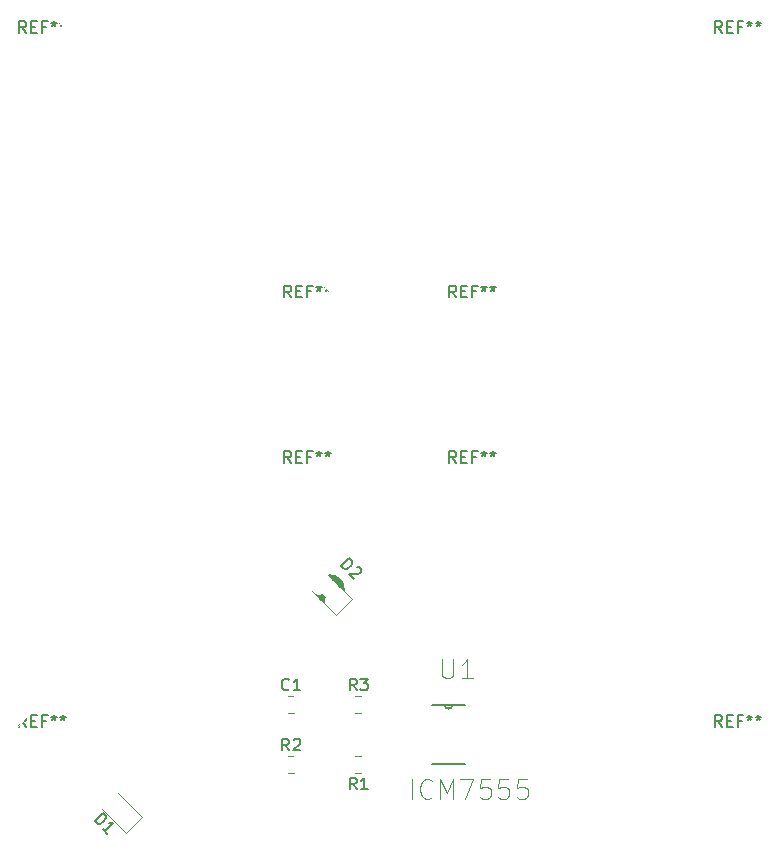
<source format=gto>
G04 #@! TF.GenerationSoftware,KiCad,Pcbnew,(5.0.0)*
G04 #@! TF.CreationDate,2019-05-25T20:32:28-06:00*
G04 #@! TF.ProjectId,04-H+H_sao,30342D482B485F73616F2E6B69636164,rev?*
G04 #@! TF.SameCoordinates,Original*
G04 #@! TF.FileFunction,Legend,Top*
G04 #@! TF.FilePolarity,Positive*
%FSLAX46Y46*%
G04 Gerber Fmt 4.6, Leading zero omitted, Abs format (unit mm)*
G04 Created by KiCad (PCBNEW (5.0.0)) date 05/25/19 20:32:28*
%MOMM*%
%LPD*%
G01*
G04 APERTURE LIST*
%ADD10C,0.500000*%
%ADD11C,0.120000*%
%ADD12C,0.152400*%
%ADD13C,0.150000*%
%ADD14C,0.050000*%
%ADD15C,0.010000*%
%ADD16C,7.800000*%
%ADD17C,2.127200*%
%ADD18O,2.127200X2.127200*%
%ADD19R,2.127200X2.127200*%
%ADD20C,1.094531*%
%ADD21C,0.100000*%
%ADD22C,1.550000*%
%ADD23R,2.381200X0.958800*%
G04 APERTURE END LIST*
D10*
G04 #@! TO.C,X1*
X142097000Y-115316000D02*
G75*
G03X142097000Y-115316000I-1000000J0D01*
G01*
D11*
G04 #@! TO.C,C1*
X137533748Y-124385000D02*
X138056252Y-124385000D01*
X137533748Y-125805000D02*
X138056252Y-125805000D01*
G04 #@! TO.C,D1*
X121804071Y-133956716D02*
X123826396Y-135979041D01*
X123826396Y-135979041D02*
X125184041Y-134621396D01*
X125184041Y-134621396D02*
X123161716Y-132599071D01*
G04 #@! TO.C,D2*
X142964041Y-116116612D02*
X140941716Y-114094287D01*
X141606396Y-117474257D02*
X142964041Y-116116612D01*
X139584071Y-115451932D02*
X141606396Y-117474257D01*
G04 #@! TO.C,R1*
X143771252Y-130885000D02*
X143248748Y-130885000D01*
X143771252Y-129465000D02*
X143248748Y-129465000D01*
G04 #@! TO.C,R2*
X137533748Y-129465000D02*
X138056252Y-129465000D01*
X137533748Y-130885000D02*
X138056252Y-130885000D01*
G04 #@! TO.C,R3*
X143248748Y-125805000D02*
X143771252Y-125805000D01*
X143248748Y-124385000D02*
X143771252Y-124385000D01*
D12*
G04 #@! TO.C,U1*
X149758400Y-130124200D02*
X152501600Y-130124200D01*
X152501600Y-125145800D02*
X151434800Y-125145800D01*
X151434800Y-125145800D02*
X150825200Y-125145800D01*
X150825200Y-125145800D02*
X149758400Y-125145800D01*
X151434800Y-125145800D02*
G75*
G02X150825200Y-125145800I-304800J0D01*
G01*
G04 #@! TO.C,REF\002A\002A*
D13*
X137807866Y-90621380D02*
X137474533Y-90145190D01*
X137236438Y-90621380D02*
X137236438Y-89621380D01*
X137617390Y-89621380D01*
X137712628Y-89669000D01*
X137760247Y-89716619D01*
X137807866Y-89811857D01*
X137807866Y-89954714D01*
X137760247Y-90049952D01*
X137712628Y-90097571D01*
X137617390Y-90145190D01*
X137236438Y-90145190D01*
X138236438Y-90097571D02*
X138569771Y-90097571D01*
X138712628Y-90621380D02*
X138236438Y-90621380D01*
X138236438Y-89621380D01*
X138712628Y-89621380D01*
X139474533Y-90097571D02*
X139141200Y-90097571D01*
X139141200Y-90621380D02*
X139141200Y-89621380D01*
X139617390Y-89621380D01*
X140141200Y-89621380D02*
X140141200Y-89859476D01*
X139903104Y-89764238D02*
X140141200Y-89859476D01*
X140379295Y-89764238D01*
X139998342Y-90049952D02*
X140141200Y-89859476D01*
X140284057Y-90049952D01*
X140903104Y-89621380D02*
X140903104Y-89859476D01*
X140665009Y-89764238D02*
X140903104Y-89859476D01*
X141141200Y-89764238D01*
X140760247Y-90049952D02*
X140903104Y-89859476D01*
X141045961Y-90049952D01*
X115379666Y-68218580D02*
X115046333Y-67742390D01*
X114808238Y-68218580D02*
X114808238Y-67218580D01*
X115189190Y-67218580D01*
X115284428Y-67266200D01*
X115332047Y-67313819D01*
X115379666Y-67409057D01*
X115379666Y-67551914D01*
X115332047Y-67647152D01*
X115284428Y-67694771D01*
X115189190Y-67742390D01*
X114808238Y-67742390D01*
X115808238Y-67694771D02*
X116141571Y-67694771D01*
X116284428Y-68218580D02*
X115808238Y-68218580D01*
X115808238Y-67218580D01*
X116284428Y-67218580D01*
X117046333Y-67694771D02*
X116713000Y-67694771D01*
X116713000Y-68218580D02*
X116713000Y-67218580D01*
X117189190Y-67218580D01*
X117713000Y-67218580D02*
X117713000Y-67456676D01*
X117474904Y-67361438D02*
X117713000Y-67456676D01*
X117951095Y-67361438D01*
X117570142Y-67647152D02*
X117713000Y-67456676D01*
X117855857Y-67647152D01*
X118474904Y-67218580D02*
X118474904Y-67456676D01*
X118236809Y-67361438D02*
X118474904Y-67456676D01*
X118713000Y-67361438D01*
X118332047Y-67647152D02*
X118474904Y-67456676D01*
X118617761Y-67647152D01*
X174282266Y-68218580D02*
X173948933Y-67742390D01*
X173710838Y-68218580D02*
X173710838Y-67218580D01*
X174091790Y-67218580D01*
X174187028Y-67266200D01*
X174234647Y-67313819D01*
X174282266Y-67409057D01*
X174282266Y-67551914D01*
X174234647Y-67647152D01*
X174187028Y-67694771D01*
X174091790Y-67742390D01*
X173710838Y-67742390D01*
X174710838Y-67694771D02*
X175044171Y-67694771D01*
X175187028Y-68218580D02*
X174710838Y-68218580D01*
X174710838Y-67218580D01*
X175187028Y-67218580D01*
X175948933Y-67694771D02*
X175615600Y-67694771D01*
X175615600Y-68218580D02*
X175615600Y-67218580D01*
X176091790Y-67218580D01*
X176615600Y-67218580D02*
X176615600Y-67456676D01*
X176377504Y-67361438D02*
X176615600Y-67456676D01*
X176853695Y-67361438D01*
X176472742Y-67647152D02*
X176615600Y-67456676D01*
X176758457Y-67647152D01*
X177377504Y-67218580D02*
X177377504Y-67456676D01*
X177139409Y-67361438D02*
X177377504Y-67456676D01*
X177615600Y-67361438D01*
X177234647Y-67647152D02*
X177377504Y-67456676D01*
X177520361Y-67647152D01*
X174282266Y-126994180D02*
X173948933Y-126517990D01*
X173710838Y-126994180D02*
X173710838Y-125994180D01*
X174091790Y-125994180D01*
X174187028Y-126041800D01*
X174234647Y-126089419D01*
X174282266Y-126184657D01*
X174282266Y-126327514D01*
X174234647Y-126422752D01*
X174187028Y-126470371D01*
X174091790Y-126517990D01*
X173710838Y-126517990D01*
X174710838Y-126470371D02*
X175044171Y-126470371D01*
X175187028Y-126994180D02*
X174710838Y-126994180D01*
X174710838Y-125994180D01*
X175187028Y-125994180D01*
X175948933Y-126470371D02*
X175615600Y-126470371D01*
X175615600Y-126994180D02*
X175615600Y-125994180D01*
X176091790Y-125994180D01*
X176615600Y-125994180D02*
X176615600Y-126232276D01*
X176377504Y-126137038D02*
X176615600Y-126232276D01*
X176853695Y-126137038D01*
X176472742Y-126422752D02*
X176615600Y-126232276D01*
X176758457Y-126422752D01*
X177377504Y-125994180D02*
X177377504Y-126232276D01*
X177139409Y-126137038D02*
X177377504Y-126232276D01*
X177615600Y-126137038D01*
X177234647Y-126422752D02*
X177377504Y-126232276D01*
X177520361Y-126422752D01*
X151777866Y-104642180D02*
X151444533Y-104165990D01*
X151206438Y-104642180D02*
X151206438Y-103642180D01*
X151587390Y-103642180D01*
X151682628Y-103689800D01*
X151730247Y-103737419D01*
X151777866Y-103832657D01*
X151777866Y-103975514D01*
X151730247Y-104070752D01*
X151682628Y-104118371D01*
X151587390Y-104165990D01*
X151206438Y-104165990D01*
X152206438Y-104118371D02*
X152539771Y-104118371D01*
X152682628Y-104642180D02*
X152206438Y-104642180D01*
X152206438Y-103642180D01*
X152682628Y-103642180D01*
X153444533Y-104118371D02*
X153111200Y-104118371D01*
X153111200Y-104642180D02*
X153111200Y-103642180D01*
X153587390Y-103642180D01*
X154111200Y-103642180D02*
X154111200Y-103880276D01*
X153873104Y-103785038D02*
X154111200Y-103880276D01*
X154349295Y-103785038D01*
X153968342Y-104070752D02*
X154111200Y-103880276D01*
X154254057Y-104070752D01*
X154873104Y-103642180D02*
X154873104Y-103880276D01*
X154635009Y-103785038D02*
X154873104Y-103880276D01*
X155111200Y-103785038D01*
X154730247Y-104070752D02*
X154873104Y-103880276D01*
X155015961Y-104070752D01*
X151777866Y-90621380D02*
X151444533Y-90145190D01*
X151206438Y-90621380D02*
X151206438Y-89621380D01*
X151587390Y-89621380D01*
X151682628Y-89669000D01*
X151730247Y-89716619D01*
X151777866Y-89811857D01*
X151777866Y-89954714D01*
X151730247Y-90049952D01*
X151682628Y-90097571D01*
X151587390Y-90145190D01*
X151206438Y-90145190D01*
X152206438Y-90097571D02*
X152539771Y-90097571D01*
X152682628Y-90621380D02*
X152206438Y-90621380D01*
X152206438Y-89621380D01*
X152682628Y-89621380D01*
X153444533Y-90097571D02*
X153111200Y-90097571D01*
X153111200Y-90621380D02*
X153111200Y-89621380D01*
X153587390Y-89621380D01*
X154111200Y-89621380D02*
X154111200Y-89859476D01*
X153873104Y-89764238D02*
X154111200Y-89859476D01*
X154349295Y-89764238D01*
X153968342Y-90049952D02*
X154111200Y-89859476D01*
X154254057Y-90049952D01*
X154873104Y-89621380D02*
X154873104Y-89859476D01*
X154635009Y-89764238D02*
X154873104Y-89859476D01*
X155111200Y-89764238D01*
X154730247Y-90049952D02*
X154873104Y-89859476D01*
X155015961Y-90049952D01*
X137807866Y-104642180D02*
X137474533Y-104165990D01*
X137236438Y-104642180D02*
X137236438Y-103642180D01*
X137617390Y-103642180D01*
X137712628Y-103689800D01*
X137760247Y-103737419D01*
X137807866Y-103832657D01*
X137807866Y-103975514D01*
X137760247Y-104070752D01*
X137712628Y-104118371D01*
X137617390Y-104165990D01*
X137236438Y-104165990D01*
X138236438Y-104118371D02*
X138569771Y-104118371D01*
X138712628Y-104642180D02*
X138236438Y-104642180D01*
X138236438Y-103642180D01*
X138712628Y-103642180D01*
X139474533Y-104118371D02*
X139141200Y-104118371D01*
X139141200Y-104642180D02*
X139141200Y-103642180D01*
X139617390Y-103642180D01*
X140141200Y-103642180D02*
X140141200Y-103880276D01*
X139903104Y-103785038D02*
X140141200Y-103880276D01*
X140379295Y-103785038D01*
X139998342Y-104070752D02*
X140141200Y-103880276D01*
X140284057Y-104070752D01*
X140903104Y-103642180D02*
X140903104Y-103880276D01*
X140665009Y-103785038D02*
X140903104Y-103880276D01*
X141141200Y-103785038D01*
X140760247Y-104070752D02*
X140903104Y-103880276D01*
X141045961Y-104070752D01*
G04 #@! TO.C,*
G04 #@! TO.C,C1*
X137628333Y-123802142D02*
X137580714Y-123849761D01*
X137437857Y-123897380D01*
X137342619Y-123897380D01*
X137199761Y-123849761D01*
X137104523Y-123754523D01*
X137056904Y-123659285D01*
X137009285Y-123468809D01*
X137009285Y-123325952D01*
X137056904Y-123135476D01*
X137104523Y-123040238D01*
X137199761Y-122945000D01*
X137342619Y-122897380D01*
X137437857Y-122897380D01*
X137580714Y-122945000D01*
X137628333Y-122992619D01*
X138580714Y-123897380D02*
X138009285Y-123897380D01*
X138295000Y-123897380D02*
X138295000Y-122897380D01*
X138199761Y-123040238D01*
X138104523Y-123135476D01*
X138009285Y-123183095D01*
G04 #@! TO.C,D1*
X121181480Y-134949695D02*
X121888586Y-134242588D01*
X122056945Y-134410947D01*
X122124289Y-134545634D01*
X122124289Y-134680321D01*
X122090617Y-134781336D01*
X121989602Y-134949695D01*
X121888586Y-135050710D01*
X121720228Y-135151726D01*
X121619212Y-135185397D01*
X121484525Y-135185397D01*
X121349838Y-135118054D01*
X121181480Y-134949695D01*
X122258976Y-136027191D02*
X121854915Y-135623130D01*
X122056945Y-135825161D02*
X122764052Y-135118054D01*
X122595693Y-135151726D01*
X122461006Y-135151726D01*
X122359991Y-135118054D01*
G04 #@! TO.C,D2*
X142033206Y-113373185D02*
X142740312Y-112666078D01*
X142908671Y-112834437D01*
X142976015Y-112969124D01*
X142976015Y-113103811D01*
X142942343Y-113204826D01*
X142841328Y-113373185D01*
X142740312Y-113474200D01*
X142571954Y-113575216D01*
X142470938Y-113608887D01*
X142336251Y-113608887D01*
X142201564Y-113541544D01*
X142033206Y-113373185D01*
X143346404Y-113406857D02*
X143413748Y-113406857D01*
X143514763Y-113440528D01*
X143683122Y-113608887D01*
X143716793Y-113709903D01*
X143716793Y-113777246D01*
X143683122Y-113878261D01*
X143615778Y-113945605D01*
X143481091Y-114012948D01*
X142672969Y-114012948D01*
X143110702Y-114450681D01*
G04 #@! TO.C,R1*
X143343333Y-132277380D02*
X143010000Y-131801190D01*
X142771904Y-132277380D02*
X142771904Y-131277380D01*
X143152857Y-131277380D01*
X143248095Y-131325000D01*
X143295714Y-131372619D01*
X143343333Y-131467857D01*
X143343333Y-131610714D01*
X143295714Y-131705952D01*
X143248095Y-131753571D01*
X143152857Y-131801190D01*
X142771904Y-131801190D01*
X144295714Y-132277380D02*
X143724285Y-132277380D01*
X144010000Y-132277380D02*
X144010000Y-131277380D01*
X143914761Y-131420238D01*
X143819523Y-131515476D01*
X143724285Y-131563095D01*
G04 #@! TO.C,R2*
X137628333Y-128977380D02*
X137295000Y-128501190D01*
X137056904Y-128977380D02*
X137056904Y-127977380D01*
X137437857Y-127977380D01*
X137533095Y-128025000D01*
X137580714Y-128072619D01*
X137628333Y-128167857D01*
X137628333Y-128310714D01*
X137580714Y-128405952D01*
X137533095Y-128453571D01*
X137437857Y-128501190D01*
X137056904Y-128501190D01*
X138009285Y-128072619D02*
X138056904Y-128025000D01*
X138152142Y-127977380D01*
X138390238Y-127977380D01*
X138485476Y-128025000D01*
X138533095Y-128072619D01*
X138580714Y-128167857D01*
X138580714Y-128263095D01*
X138533095Y-128405952D01*
X137961666Y-128977380D01*
X138580714Y-128977380D01*
G04 #@! TO.C,R3*
X143343333Y-123897380D02*
X143010000Y-123421190D01*
X142771904Y-123897380D02*
X142771904Y-122897380D01*
X143152857Y-122897380D01*
X143248095Y-122945000D01*
X143295714Y-122992619D01*
X143343333Y-123087857D01*
X143343333Y-123230714D01*
X143295714Y-123325952D01*
X143248095Y-123373571D01*
X143152857Y-123421190D01*
X142771904Y-123421190D01*
X143676666Y-122897380D02*
X144295714Y-122897380D01*
X143962380Y-123278333D01*
X144105238Y-123278333D01*
X144200476Y-123325952D01*
X144248095Y-123373571D01*
X144295714Y-123468809D01*
X144295714Y-123706904D01*
X144248095Y-123802142D01*
X144200476Y-123849761D01*
X144105238Y-123897380D01*
X143819523Y-123897380D01*
X143724285Y-123849761D01*
X143676666Y-123802142D01*
G04 #@! TO.C,U1*
D14*
X150590099Y-121231816D02*
X150590099Y-122563320D01*
X150668422Y-122719968D01*
X150746746Y-122798292D01*
X150903394Y-122876616D01*
X151216689Y-122876616D01*
X151373337Y-122798292D01*
X151451660Y-122719968D01*
X151529984Y-122563320D01*
X151529984Y-121231816D01*
X153174784Y-122876616D02*
X152234899Y-122876616D01*
X152704841Y-122876616D02*
X152704841Y-121231816D01*
X152548194Y-121466787D01*
X152391546Y-121623435D01*
X152234899Y-121701759D01*
X148000413Y-133052658D02*
X148000413Y-131412008D01*
X149719189Y-132896406D02*
X149641063Y-132974532D01*
X149406684Y-133052658D01*
X149250432Y-133052658D01*
X149016053Y-132974532D01*
X148859801Y-132818280D01*
X148781675Y-132662027D01*
X148703548Y-132349523D01*
X148703548Y-132115144D01*
X148781675Y-131802639D01*
X148859801Y-131646387D01*
X149016053Y-131490135D01*
X149250432Y-131412008D01*
X149406684Y-131412008D01*
X149641063Y-131490135D01*
X149719189Y-131568261D01*
X150422325Y-133052658D02*
X150422325Y-131412008D01*
X150969208Y-132583901D01*
X151516091Y-131412008D01*
X151516091Y-133052658D01*
X152141101Y-131412008D02*
X153234867Y-131412008D01*
X152531732Y-133052658D01*
X154641139Y-131412008D02*
X153859877Y-131412008D01*
X153781751Y-132193270D01*
X153859877Y-132115144D01*
X154016129Y-132037018D01*
X154406760Y-132037018D01*
X154563013Y-132115144D01*
X154641139Y-132193270D01*
X154719265Y-132349523D01*
X154719265Y-132740154D01*
X154641139Y-132896406D01*
X154563013Y-132974532D01*
X154406760Y-133052658D01*
X154016129Y-133052658D01*
X153859877Y-132974532D01*
X153781751Y-132896406D01*
X156203663Y-131412008D02*
X155422401Y-131412008D01*
X155344275Y-132193270D01*
X155422401Y-132115144D01*
X155578653Y-132037018D01*
X155969284Y-132037018D01*
X156125536Y-132115144D01*
X156203663Y-132193270D01*
X156281789Y-132349523D01*
X156281789Y-132740154D01*
X156203663Y-132896406D01*
X156125536Y-132974532D01*
X155969284Y-133052658D01*
X155578653Y-133052658D01*
X155422401Y-132974532D01*
X155344275Y-132896406D01*
X157766186Y-131412008D02*
X156984925Y-131412008D01*
X156906798Y-132193270D01*
X156984925Y-132115144D01*
X157141177Y-132037018D01*
X157531808Y-132037018D01*
X157688060Y-132115144D01*
X157766186Y-132193270D01*
X157844313Y-132349523D01*
X157844313Y-132740154D01*
X157766186Y-132896406D01*
X157688060Y-132974532D01*
X157531808Y-133052658D01*
X157141177Y-133052658D01*
X156984925Y-132974532D01*
X156906798Y-132896406D01*
G04 #@! TO.C,REF\002A\002A*
D13*
X115379666Y-126994180D02*
X115046333Y-126517990D01*
X114808238Y-126994180D02*
X114808238Y-125994180D01*
X115189190Y-125994180D01*
X115284428Y-126041800D01*
X115332047Y-126089419D01*
X115379666Y-126184657D01*
X115379666Y-126327514D01*
X115332047Y-126422752D01*
X115284428Y-126470371D01*
X115189190Y-126517990D01*
X114808238Y-126517990D01*
X115808238Y-126470371D02*
X116141571Y-126470371D01*
X116284428Y-126994180D02*
X115808238Y-126994180D01*
X115808238Y-125994180D01*
X116284428Y-125994180D01*
X117046333Y-126470371D02*
X116713000Y-126470371D01*
X116713000Y-126994180D02*
X116713000Y-125994180D01*
X117189190Y-125994180D01*
X117713000Y-125994180D02*
X117713000Y-126232276D01*
X117474904Y-126137038D02*
X117713000Y-126232276D01*
X117951095Y-126137038D01*
X117570142Y-126422752D02*
X117713000Y-126232276D01*
X117855857Y-126422752D01*
X118474904Y-125994180D02*
X118474904Y-126232276D01*
X118236809Y-126137038D02*
X118474904Y-126232276D01*
X118713000Y-126137038D01*
X118332047Y-126422752D02*
X118474904Y-126232276D01*
X118617761Y-126422752D01*
G04 #@! TD*
%LPC*%
D15*
G04 #@! TO.C,G\002A\002A\002A*
G36*
X118571641Y-143242875D02*
X118648294Y-143309161D01*
X118732480Y-143460752D01*
X118733604Y-143616634D01*
X118652175Y-143767530D01*
X118621257Y-143801123D01*
X118482229Y-143898943D01*
X118331773Y-143916696D01*
X118208018Y-143882238D01*
X118094070Y-143793011D01*
X118034218Y-143641663D01*
X118025334Y-143532863D01*
X118061255Y-143383014D01*
X118154951Y-143271513D01*
X118285316Y-143205937D01*
X118431248Y-143193865D01*
X118571641Y-143242875D01*
X118571641Y-143242875D01*
G37*
X118571641Y-143242875D02*
X118648294Y-143309161D01*
X118732480Y-143460752D01*
X118733604Y-143616634D01*
X118652175Y-143767530D01*
X118621257Y-143801123D01*
X118482229Y-143898943D01*
X118331773Y-143916696D01*
X118208018Y-143882238D01*
X118094070Y-143793011D01*
X118034218Y-143641663D01*
X118025334Y-143532863D01*
X118061255Y-143383014D01*
X118154951Y-143271513D01*
X118285316Y-143205937D01*
X118431248Y-143193865D01*
X118571641Y-143242875D01*
G36*
X174120433Y-143223731D02*
X174238909Y-143310455D01*
X174313451Y-143441804D01*
X174328667Y-143546556D01*
X174294602Y-143721380D01*
X174195137Y-143843620D01*
X174034371Y-143908391D01*
X174023714Y-143910208D01*
X173912205Y-143917496D01*
X173827890Y-143885263D01*
X173737964Y-143806344D01*
X173633974Y-143656255D01*
X173612914Y-143501259D01*
X173675238Y-143348351D01*
X173705706Y-143309161D01*
X173833401Y-143215298D01*
X173978454Y-143189417D01*
X174120433Y-143223731D01*
X174120433Y-143223731D01*
G37*
X174120433Y-143223731D02*
X174238909Y-143310455D01*
X174313451Y-143441804D01*
X174328667Y-143546556D01*
X174294602Y-143721380D01*
X174195137Y-143843620D01*
X174034371Y-143908391D01*
X174023714Y-143910208D01*
X173912205Y-143917496D01*
X173827890Y-143885263D01*
X173737964Y-143806344D01*
X173633974Y-143656255D01*
X173612914Y-143501259D01*
X173675238Y-143348351D01*
X173705706Y-143309161D01*
X173833401Y-143215298D01*
X173978454Y-143189417D01*
X174120433Y-143223731D01*
G36*
X138846350Y-115190357D02*
X139034610Y-115238929D01*
X139101503Y-115284741D01*
X139217253Y-115382525D01*
X139372048Y-115523207D01*
X139556078Y-115697711D01*
X139759532Y-115896965D01*
X139915677Y-116053846D01*
X140154562Y-116297999D01*
X140340188Y-116491944D01*
X140479999Y-116644494D01*
X140581436Y-116764465D01*
X140651943Y-116860670D01*
X140698963Y-116941926D01*
X140729937Y-117017046D01*
X140730594Y-117018991D01*
X140792601Y-117297753D01*
X140784295Y-117548329D01*
X140741372Y-117690143D01*
X140705945Y-117733044D01*
X140613548Y-117832488D01*
X140467224Y-117985431D01*
X140270018Y-118188833D01*
X140024973Y-118439651D01*
X139735132Y-118734844D01*
X139403540Y-119071369D01*
X139033240Y-119446186D01*
X138627277Y-119856252D01*
X138188693Y-120298526D01*
X137720533Y-120769966D01*
X137225841Y-121267529D01*
X136707660Y-121788174D01*
X136169034Y-122328860D01*
X135613007Y-122886544D01*
X135042622Y-123458185D01*
X134460924Y-124040741D01*
X133870957Y-124631170D01*
X133275763Y-125226430D01*
X132678387Y-125823480D01*
X132081873Y-126419277D01*
X131489264Y-127010781D01*
X130903605Y-127594948D01*
X130327938Y-128168738D01*
X129765308Y-128729108D01*
X129218759Y-129273017D01*
X128691334Y-129797423D01*
X128186078Y-130299284D01*
X127706033Y-130775558D01*
X127254244Y-131223204D01*
X126833754Y-131639179D01*
X126447608Y-132020442D01*
X126098849Y-132363951D01*
X125790521Y-132666665D01*
X125525667Y-132925541D01*
X125307332Y-133137538D01*
X125138560Y-133299613D01*
X125022393Y-133408726D01*
X124961876Y-133461834D01*
X124954661Y-133466542D01*
X124758116Y-133505085D01*
X124525386Y-133484057D01*
X124354582Y-133440172D01*
X124282424Y-133413684D01*
X124207875Y-133374626D01*
X124122176Y-133315622D01*
X124016570Y-133229299D01*
X123882300Y-133108283D01*
X123710610Y-132945197D01*
X123492740Y-132732668D01*
X123365251Y-132607037D01*
X123150797Y-132392280D01*
X122954361Y-132189896D01*
X122784842Y-132009508D01*
X122651139Y-131860740D01*
X122562153Y-131753215D01*
X122528753Y-131702477D01*
X122476161Y-131486863D01*
X122485848Y-131258804D01*
X122514658Y-131153539D01*
X122548716Y-131111986D01*
X122639788Y-131013770D01*
X122784844Y-130861923D01*
X122980855Y-130659477D01*
X123224791Y-130409463D01*
X123513623Y-130114913D01*
X123844321Y-129778857D01*
X124213857Y-129404327D01*
X124619200Y-128994354D01*
X125057322Y-128551970D01*
X125525192Y-128080206D01*
X126019783Y-127582094D01*
X126538063Y-127060664D01*
X127077004Y-126518949D01*
X127633577Y-125959979D01*
X128204751Y-125386786D01*
X128787498Y-124802401D01*
X129378789Y-124209855D01*
X129975593Y-123612181D01*
X130574882Y-123012408D01*
X131173626Y-122413569D01*
X131768796Y-121818695D01*
X132357362Y-121230818D01*
X132936295Y-120652968D01*
X133502565Y-120088176D01*
X134053144Y-119539476D01*
X134585001Y-119009897D01*
X135095108Y-118502470D01*
X135580435Y-118020229D01*
X136037953Y-117566203D01*
X136464632Y-117143424D01*
X136857442Y-116754923D01*
X137213355Y-116403732D01*
X137529342Y-116092883D01*
X137802371Y-115825405D01*
X138029416Y-115604332D01*
X138207445Y-115432694D01*
X138333430Y-115313522D01*
X138404341Y-115249848D01*
X138418057Y-115239829D01*
X138621523Y-115188755D01*
X138846350Y-115190357D01*
X138846350Y-115190357D01*
G37*
X138846350Y-115190357D02*
X139034610Y-115238929D01*
X139101503Y-115284741D01*
X139217253Y-115382525D01*
X139372048Y-115523207D01*
X139556078Y-115697711D01*
X139759532Y-115896965D01*
X139915677Y-116053846D01*
X140154562Y-116297999D01*
X140340188Y-116491944D01*
X140479999Y-116644494D01*
X140581436Y-116764465D01*
X140651943Y-116860670D01*
X140698963Y-116941926D01*
X140729937Y-117017046D01*
X140730594Y-117018991D01*
X140792601Y-117297753D01*
X140784295Y-117548329D01*
X140741372Y-117690143D01*
X140705945Y-117733044D01*
X140613548Y-117832488D01*
X140467224Y-117985431D01*
X140270018Y-118188833D01*
X140024973Y-118439651D01*
X139735132Y-118734844D01*
X139403540Y-119071369D01*
X139033240Y-119446186D01*
X138627277Y-119856252D01*
X138188693Y-120298526D01*
X137720533Y-120769966D01*
X137225841Y-121267529D01*
X136707660Y-121788174D01*
X136169034Y-122328860D01*
X135613007Y-122886544D01*
X135042622Y-123458185D01*
X134460924Y-124040741D01*
X133870957Y-124631170D01*
X133275763Y-125226430D01*
X132678387Y-125823480D01*
X132081873Y-126419277D01*
X131489264Y-127010781D01*
X130903605Y-127594948D01*
X130327938Y-128168738D01*
X129765308Y-128729108D01*
X129218759Y-129273017D01*
X128691334Y-129797423D01*
X128186078Y-130299284D01*
X127706033Y-130775558D01*
X127254244Y-131223204D01*
X126833754Y-131639179D01*
X126447608Y-132020442D01*
X126098849Y-132363951D01*
X125790521Y-132666665D01*
X125525667Y-132925541D01*
X125307332Y-133137538D01*
X125138560Y-133299613D01*
X125022393Y-133408726D01*
X124961876Y-133461834D01*
X124954661Y-133466542D01*
X124758116Y-133505085D01*
X124525386Y-133484057D01*
X124354582Y-133440172D01*
X124282424Y-133413684D01*
X124207875Y-133374626D01*
X124122176Y-133315622D01*
X124016570Y-133229299D01*
X123882300Y-133108283D01*
X123710610Y-132945197D01*
X123492740Y-132732668D01*
X123365251Y-132607037D01*
X123150797Y-132392280D01*
X122954361Y-132189896D01*
X122784842Y-132009508D01*
X122651139Y-131860740D01*
X122562153Y-131753215D01*
X122528753Y-131702477D01*
X122476161Y-131486863D01*
X122485848Y-131258804D01*
X122514658Y-131153539D01*
X122548716Y-131111986D01*
X122639788Y-131013770D01*
X122784844Y-130861923D01*
X122980855Y-130659477D01*
X123224791Y-130409463D01*
X123513623Y-130114913D01*
X123844321Y-129778857D01*
X124213857Y-129404327D01*
X124619200Y-128994354D01*
X125057322Y-128551970D01*
X125525192Y-128080206D01*
X126019783Y-127582094D01*
X126538063Y-127060664D01*
X127077004Y-126518949D01*
X127633577Y-125959979D01*
X128204751Y-125386786D01*
X128787498Y-124802401D01*
X129378789Y-124209855D01*
X129975593Y-123612181D01*
X130574882Y-123012408D01*
X131173626Y-122413569D01*
X131768796Y-121818695D01*
X132357362Y-121230818D01*
X132936295Y-120652968D01*
X133502565Y-120088176D01*
X134053144Y-119539476D01*
X134585001Y-119009897D01*
X135095108Y-118502470D01*
X135580435Y-118020229D01*
X136037953Y-117566203D01*
X136464632Y-117143424D01*
X136857442Y-116754923D01*
X137213355Y-116403732D01*
X137529342Y-116092883D01*
X137802371Y-115825405D01*
X138029416Y-115604332D01*
X138207445Y-115432694D01*
X138333430Y-115313522D01*
X138404341Y-115249848D01*
X138418057Y-115239829D01*
X138621523Y-115188755D01*
X138846350Y-115190357D01*
G36*
X131423834Y-98875549D02*
X131902962Y-99351840D01*
X132381807Y-99827831D01*
X132855007Y-100298191D01*
X133317198Y-100757591D01*
X133763015Y-101200698D01*
X134187096Y-101622183D01*
X134584077Y-102016716D01*
X134948594Y-102378964D01*
X135275284Y-102703599D01*
X135558783Y-102985289D01*
X135793727Y-103218703D01*
X135974753Y-103398511D01*
X135995768Y-103419381D01*
X137054036Y-104470279D01*
X124311794Y-117212573D01*
X123441465Y-118082807D01*
X122586195Y-118937788D01*
X121747936Y-119775572D01*
X120928636Y-120594217D01*
X120130245Y-121391777D01*
X119354715Y-122166311D01*
X118603994Y-122915874D01*
X117880033Y-123638523D01*
X117184781Y-124332314D01*
X116520189Y-124995304D01*
X115888206Y-125625550D01*
X115290783Y-126221108D01*
X114729869Y-126780034D01*
X114207415Y-127300385D01*
X113725370Y-127780218D01*
X113285684Y-128217588D01*
X112890308Y-128610553D01*
X112541190Y-128957169D01*
X112240283Y-129255493D01*
X111989534Y-129503580D01*
X111790894Y-129699488D01*
X111646314Y-129841274D01*
X111557743Y-129926992D01*
X111527193Y-129954733D01*
X111492674Y-129925329D01*
X111401855Y-129839462D01*
X111258241Y-129700601D01*
X111065337Y-129512214D01*
X110826650Y-129277769D01*
X110545684Y-129000733D01*
X110225945Y-128684575D01*
X109870939Y-128332764D01*
X109484171Y-127948766D01*
X109069147Y-127536051D01*
X108629372Y-127098086D01*
X108168352Y-126638340D01*
X107689592Y-126160280D01*
X107473750Y-125944555D01*
X103462667Y-121934511D01*
X103462667Y-112062433D01*
X104510417Y-111989580D01*
X104805931Y-111968465D01*
X105078721Y-111947905D01*
X105315691Y-111928970D01*
X105503740Y-111912735D01*
X105629770Y-111900270D01*
X105674584Y-111894267D01*
X105791000Y-111871806D01*
X105791000Y-123204372D01*
X106183379Y-123595120D01*
X106575758Y-123985867D01*
X109304667Y-123985867D01*
X109304667Y-111588939D01*
X109569250Y-111563357D01*
X109647804Y-111556960D01*
X109804789Y-111545264D01*
X110034164Y-111528693D01*
X110329889Y-111507667D01*
X110685921Y-111482607D01*
X111096219Y-111453936D01*
X111554741Y-111422073D01*
X112055446Y-111387441D01*
X112592293Y-111350460D01*
X113159240Y-111311553D01*
X113750246Y-111271140D01*
X114173000Y-111242319D01*
X114780395Y-111200955D01*
X115370143Y-111160782D01*
X115935975Y-111122228D01*
X116471621Y-111085719D01*
X116970811Y-111051685D01*
X117427276Y-111020552D01*
X117834745Y-110992748D01*
X118186949Y-110968701D01*
X118477618Y-110948839D01*
X118700482Y-110933589D01*
X118849272Y-110923379D01*
X118903750Y-110919616D01*
X119295334Y-110892370D01*
X119295334Y-121170322D01*
X122851334Y-117615078D01*
X122851334Y-110566200D01*
X122967750Y-110564636D01*
X123026701Y-110561396D01*
X123163778Y-110552452D01*
X123372663Y-110538250D01*
X123647041Y-110519235D01*
X123980593Y-110495854D01*
X124367003Y-110468553D01*
X124799954Y-110437778D01*
X125273129Y-110403974D01*
X125780210Y-110367589D01*
X126314881Y-110329067D01*
X126759530Y-110296917D01*
X130434894Y-110030763D01*
X133985000Y-106481411D01*
X133985000Y-105750972D01*
X133984156Y-105512937D01*
X133981817Y-105307360D01*
X133978269Y-105147886D01*
X133973800Y-105048158D01*
X133969616Y-105020534D01*
X133920072Y-105023525D01*
X133792224Y-105032203D01*
X133592212Y-105046126D01*
X133326177Y-105064851D01*
X133000258Y-105087936D01*
X132620596Y-105114938D01*
X132193332Y-105145415D01*
X131724605Y-105178924D01*
X131220557Y-105215022D01*
X130687327Y-105253268D01*
X130131055Y-105293218D01*
X129557883Y-105334430D01*
X128973950Y-105376461D01*
X128385396Y-105418869D01*
X127798363Y-105461212D01*
X127218989Y-105503047D01*
X126653416Y-105543931D01*
X126107784Y-105583422D01*
X125588234Y-105621077D01*
X125100904Y-105656454D01*
X124651937Y-105689110D01*
X124247472Y-105718603D01*
X123893649Y-105744490D01*
X123596609Y-105766329D01*
X123362491Y-105783677D01*
X123197438Y-105796092D01*
X123107588Y-105803131D01*
X123094750Y-105804272D01*
X122851334Y-105829071D01*
X122851334Y-100789302D01*
X122851382Y-100029573D01*
X122851570Y-99350051D01*
X122851963Y-98746277D01*
X122852628Y-98213792D01*
X122853629Y-97748135D01*
X122855032Y-97344849D01*
X122856902Y-96999474D01*
X122859306Y-96707549D01*
X122862308Y-96464617D01*
X122865974Y-96266218D01*
X122870370Y-96107891D01*
X122875561Y-95985179D01*
X122881613Y-95893621D01*
X122888590Y-95828759D01*
X122896560Y-95786132D01*
X122905587Y-95761282D01*
X122915736Y-95749749D01*
X122925417Y-95747082D01*
X122980191Y-95743594D01*
X123111689Y-95734416D01*
X123312197Y-95720110D01*
X123574003Y-95701235D01*
X123889394Y-95678349D01*
X124250659Y-95652012D01*
X124650083Y-95622784D01*
X125079955Y-95591224D01*
X125454834Y-95563623D01*
X127910167Y-95382615D01*
X131423834Y-98875549D01*
X131423834Y-98875549D01*
G37*
X131423834Y-98875549D02*
X131902962Y-99351840D01*
X132381807Y-99827831D01*
X132855007Y-100298191D01*
X133317198Y-100757591D01*
X133763015Y-101200698D01*
X134187096Y-101622183D01*
X134584077Y-102016716D01*
X134948594Y-102378964D01*
X135275284Y-102703599D01*
X135558783Y-102985289D01*
X135793727Y-103218703D01*
X135974753Y-103398511D01*
X135995768Y-103419381D01*
X137054036Y-104470279D01*
X124311794Y-117212573D01*
X123441465Y-118082807D01*
X122586195Y-118937788D01*
X121747936Y-119775572D01*
X120928636Y-120594217D01*
X120130245Y-121391777D01*
X119354715Y-122166311D01*
X118603994Y-122915874D01*
X117880033Y-123638523D01*
X117184781Y-124332314D01*
X116520189Y-124995304D01*
X115888206Y-125625550D01*
X115290783Y-126221108D01*
X114729869Y-126780034D01*
X114207415Y-127300385D01*
X113725370Y-127780218D01*
X113285684Y-128217588D01*
X112890308Y-128610553D01*
X112541190Y-128957169D01*
X112240283Y-129255493D01*
X111989534Y-129503580D01*
X111790894Y-129699488D01*
X111646314Y-129841274D01*
X111557743Y-129926992D01*
X111527193Y-129954733D01*
X111492674Y-129925329D01*
X111401855Y-129839462D01*
X111258241Y-129700601D01*
X111065337Y-129512214D01*
X110826650Y-129277769D01*
X110545684Y-129000733D01*
X110225945Y-128684575D01*
X109870939Y-128332764D01*
X109484171Y-127948766D01*
X109069147Y-127536051D01*
X108629372Y-127098086D01*
X108168352Y-126638340D01*
X107689592Y-126160280D01*
X107473750Y-125944555D01*
X103462667Y-121934511D01*
X103462667Y-112062433D01*
X104510417Y-111989580D01*
X104805931Y-111968465D01*
X105078721Y-111947905D01*
X105315691Y-111928970D01*
X105503740Y-111912735D01*
X105629770Y-111900270D01*
X105674584Y-111894267D01*
X105791000Y-111871806D01*
X105791000Y-123204372D01*
X106183379Y-123595120D01*
X106575758Y-123985867D01*
X109304667Y-123985867D01*
X109304667Y-111588939D01*
X109569250Y-111563357D01*
X109647804Y-111556960D01*
X109804789Y-111545264D01*
X110034164Y-111528693D01*
X110329889Y-111507667D01*
X110685921Y-111482607D01*
X111096219Y-111453936D01*
X111554741Y-111422073D01*
X112055446Y-111387441D01*
X112592293Y-111350460D01*
X113159240Y-111311553D01*
X113750246Y-111271140D01*
X114173000Y-111242319D01*
X114780395Y-111200955D01*
X115370143Y-111160782D01*
X115935975Y-111122228D01*
X116471621Y-111085719D01*
X116970811Y-111051685D01*
X117427276Y-111020552D01*
X117834745Y-110992748D01*
X118186949Y-110968701D01*
X118477618Y-110948839D01*
X118700482Y-110933589D01*
X118849272Y-110923379D01*
X118903750Y-110919616D01*
X119295334Y-110892370D01*
X119295334Y-121170322D01*
X122851334Y-117615078D01*
X122851334Y-110566200D01*
X122967750Y-110564636D01*
X123026701Y-110561396D01*
X123163778Y-110552452D01*
X123372663Y-110538250D01*
X123647041Y-110519235D01*
X123980593Y-110495854D01*
X124367003Y-110468553D01*
X124799954Y-110437778D01*
X125273129Y-110403974D01*
X125780210Y-110367589D01*
X126314881Y-110329067D01*
X126759530Y-110296917D01*
X130434894Y-110030763D01*
X133985000Y-106481411D01*
X133985000Y-105750972D01*
X133984156Y-105512937D01*
X133981817Y-105307360D01*
X133978269Y-105147886D01*
X133973800Y-105048158D01*
X133969616Y-105020534D01*
X133920072Y-105023525D01*
X133792224Y-105032203D01*
X133592212Y-105046126D01*
X133326177Y-105064851D01*
X133000258Y-105087936D01*
X132620596Y-105114938D01*
X132193332Y-105145415D01*
X131724605Y-105178924D01*
X131220557Y-105215022D01*
X130687327Y-105253268D01*
X130131055Y-105293218D01*
X129557883Y-105334430D01*
X128973950Y-105376461D01*
X128385396Y-105418869D01*
X127798363Y-105461212D01*
X127218989Y-105503047D01*
X126653416Y-105543931D01*
X126107784Y-105583422D01*
X125588234Y-105621077D01*
X125100904Y-105656454D01*
X124651937Y-105689110D01*
X124247472Y-105718603D01*
X123893649Y-105744490D01*
X123596609Y-105766329D01*
X123362491Y-105783677D01*
X123197438Y-105796092D01*
X123107588Y-105803131D01*
X123094750Y-105804272D01*
X122851334Y-105829071D01*
X122851334Y-100789302D01*
X122851382Y-100029573D01*
X122851570Y-99350051D01*
X122851963Y-98746277D01*
X122852628Y-98213792D01*
X122853629Y-97748135D01*
X122855032Y-97344849D01*
X122856902Y-96999474D01*
X122859306Y-96707549D01*
X122862308Y-96464617D01*
X122865974Y-96266218D01*
X122870370Y-96107891D01*
X122875561Y-95985179D01*
X122881613Y-95893621D01*
X122888590Y-95828759D01*
X122896560Y-95786132D01*
X122905587Y-95761282D01*
X122915736Y-95749749D01*
X122925417Y-95747082D01*
X122980191Y-95743594D01*
X123111689Y-95734416D01*
X123312197Y-95720110D01*
X123574003Y-95701235D01*
X123889394Y-95678349D01*
X124250659Y-95652012D01*
X124650083Y-95622784D01*
X125079955Y-95591224D01*
X125454834Y-95563623D01*
X127910167Y-95382615D01*
X131423834Y-98875549D01*
G36*
X105733867Y-97076091D02*
X105737164Y-97120823D01*
X105740457Y-97243610D01*
X105743726Y-97438113D01*
X105746951Y-97697989D01*
X105750114Y-98016896D01*
X105753194Y-98388494D01*
X105756171Y-98806440D01*
X105759027Y-99264394D01*
X105761741Y-99756013D01*
X105764293Y-100274956D01*
X105766665Y-100814881D01*
X105768836Y-101369447D01*
X105770786Y-101932312D01*
X105772496Y-102497136D01*
X105773947Y-103057575D01*
X105775118Y-103607289D01*
X105775990Y-104139936D01*
X105776544Y-104649174D01*
X105776759Y-105128663D01*
X105776616Y-105572060D01*
X105776095Y-105973023D01*
X105775176Y-106325212D01*
X105773841Y-106622285D01*
X105772068Y-106857900D01*
X105769840Y-107025715D01*
X105767135Y-107119390D01*
X105765081Y-107137520D01*
X105714310Y-107140711D01*
X105590698Y-107149532D01*
X105405818Y-107163126D01*
X105171248Y-107180635D01*
X104898561Y-107201201D01*
X104626834Y-107221867D01*
X104329889Y-107244458D01*
X104060871Y-107264777D01*
X103831273Y-107281967D01*
X103652593Y-107295171D01*
X103536327Y-107303533D01*
X103494417Y-107306214D01*
X103490341Y-107264790D01*
X103486416Y-107143904D01*
X103482677Y-106948763D01*
X103479155Y-106684571D01*
X103475884Y-106356534D01*
X103472897Y-105969857D01*
X103470227Y-105529745D01*
X103467906Y-105041403D01*
X103465968Y-104510038D01*
X103464446Y-103940854D01*
X103463371Y-103339056D01*
X103462778Y-102709851D01*
X103462667Y-102288705D01*
X103462832Y-101502657D01*
X103463355Y-100797466D01*
X103464276Y-100169324D01*
X103465633Y-99614423D01*
X103467469Y-99128954D01*
X103469822Y-98709108D01*
X103472733Y-98351077D01*
X103476241Y-98051053D01*
X103480386Y-97805227D01*
X103485210Y-97609791D01*
X103490751Y-97460935D01*
X103497049Y-97354852D01*
X103504145Y-97287732D01*
X103512079Y-97255769D01*
X103515584Y-97251941D01*
X103567383Y-97244593D01*
X103688430Y-97232328D01*
X103865183Y-97216219D01*
X104084097Y-97197338D01*
X104331629Y-97176761D01*
X104594236Y-97155560D01*
X104858374Y-97134809D01*
X105110500Y-97115582D01*
X105337069Y-97098953D01*
X105524540Y-97085994D01*
X105659367Y-97077780D01*
X105728008Y-97075385D01*
X105733867Y-97076091D01*
X105733867Y-97076091D01*
G37*
X105733867Y-97076091D02*
X105737164Y-97120823D01*
X105740457Y-97243610D01*
X105743726Y-97438113D01*
X105746951Y-97697989D01*
X105750114Y-98016896D01*
X105753194Y-98388494D01*
X105756171Y-98806440D01*
X105759027Y-99264394D01*
X105761741Y-99756013D01*
X105764293Y-100274956D01*
X105766665Y-100814881D01*
X105768836Y-101369447D01*
X105770786Y-101932312D01*
X105772496Y-102497136D01*
X105773947Y-103057575D01*
X105775118Y-103607289D01*
X105775990Y-104139936D01*
X105776544Y-104649174D01*
X105776759Y-105128663D01*
X105776616Y-105572060D01*
X105776095Y-105973023D01*
X105775176Y-106325212D01*
X105773841Y-106622285D01*
X105772068Y-106857900D01*
X105769840Y-107025715D01*
X105767135Y-107119390D01*
X105765081Y-107137520D01*
X105714310Y-107140711D01*
X105590698Y-107149532D01*
X105405818Y-107163126D01*
X105171248Y-107180635D01*
X104898561Y-107201201D01*
X104626834Y-107221867D01*
X104329889Y-107244458D01*
X104060871Y-107264777D01*
X103831273Y-107281967D01*
X103652593Y-107295171D01*
X103536327Y-107303533D01*
X103494417Y-107306214D01*
X103490341Y-107264790D01*
X103486416Y-107143904D01*
X103482677Y-106948763D01*
X103479155Y-106684571D01*
X103475884Y-106356534D01*
X103472897Y-105969857D01*
X103470227Y-105529745D01*
X103467906Y-105041403D01*
X103465968Y-104510038D01*
X103464446Y-103940854D01*
X103463371Y-103339056D01*
X103462778Y-102709851D01*
X103462667Y-102288705D01*
X103462832Y-101502657D01*
X103463355Y-100797466D01*
X103464276Y-100169324D01*
X103465633Y-99614423D01*
X103467469Y-99128954D01*
X103469822Y-98709108D01*
X103472733Y-98351077D01*
X103476241Y-98051053D01*
X103480386Y-97805227D01*
X103485210Y-97609791D01*
X103490751Y-97460935D01*
X103497049Y-97354852D01*
X103504145Y-97287732D01*
X103512079Y-97255769D01*
X103515584Y-97251941D01*
X103567383Y-97244593D01*
X103688430Y-97232328D01*
X103865183Y-97216219D01*
X104084097Y-97197338D01*
X104331629Y-97176761D01*
X104594236Y-97155560D01*
X104858374Y-97134809D01*
X105110500Y-97115582D01*
X105337069Y-97098953D01*
X105524540Y-97085994D01*
X105659367Y-97077780D01*
X105728008Y-97075385D01*
X105733867Y-97076091D01*
G36*
X119337667Y-106205867D02*
X119207671Y-106205867D01*
X119148894Y-106208866D01*
X119012253Y-106217550D01*
X118804325Y-106231446D01*
X118531688Y-106250083D01*
X118200919Y-106272990D01*
X117818597Y-106299693D01*
X117391300Y-106329722D01*
X116925605Y-106362604D01*
X116428089Y-106397868D01*
X115905332Y-106435043D01*
X115363910Y-106473655D01*
X114810402Y-106513234D01*
X114251385Y-106553308D01*
X113693438Y-106593405D01*
X113143137Y-106633053D01*
X112607061Y-106671780D01*
X112091788Y-106709116D01*
X111603896Y-106744586D01*
X111149962Y-106777721D01*
X110736564Y-106808048D01*
X110370280Y-106835096D01*
X110057687Y-106858392D01*
X109805365Y-106877466D01*
X109619890Y-106891844D01*
X109507840Y-106901056D01*
X109484584Y-106903237D01*
X109262334Y-106926273D01*
X109262334Y-101823408D01*
X109262496Y-101030574D01*
X109263008Y-100318629D01*
X109263910Y-99683795D01*
X109265240Y-99122295D01*
X109267038Y-98630350D01*
X109269342Y-98204183D01*
X109272192Y-97840017D01*
X109275626Y-97534074D01*
X109279684Y-97282576D01*
X109284405Y-97081747D01*
X109289827Y-96927807D01*
X109295990Y-96816981D01*
X109302933Y-96745489D01*
X109310695Y-96709555D01*
X109315250Y-96703603D01*
X109363636Y-96698434D01*
X109491100Y-96687707D01*
X109692265Y-96671820D01*
X109961752Y-96651170D01*
X110294184Y-96626154D01*
X110684180Y-96597168D01*
X111126365Y-96564610D01*
X111615359Y-96528877D01*
X112145783Y-96490366D01*
X112712261Y-96449474D01*
X113309413Y-96406598D01*
X113931861Y-96362135D01*
X114173000Y-96344970D01*
X114806554Y-96299822D01*
X115418804Y-96256008D01*
X116004181Y-96213937D01*
X116557118Y-96174018D01*
X117072047Y-96136658D01*
X117543399Y-96102265D01*
X117965608Y-96071247D01*
X118333105Y-96044013D01*
X118640322Y-96020970D01*
X118881691Y-96002527D01*
X119051645Y-95989092D01*
X119144615Y-95981072D01*
X119157750Y-95979645D01*
X119337667Y-95956012D01*
X119337667Y-106205867D01*
X119337667Y-106205867D01*
G37*
X119337667Y-106205867D02*
X119207671Y-106205867D01*
X119148894Y-106208866D01*
X119012253Y-106217550D01*
X118804325Y-106231446D01*
X118531688Y-106250083D01*
X118200919Y-106272990D01*
X117818597Y-106299693D01*
X117391300Y-106329722D01*
X116925605Y-106362604D01*
X116428089Y-106397868D01*
X115905332Y-106435043D01*
X115363910Y-106473655D01*
X114810402Y-106513234D01*
X114251385Y-106553308D01*
X113693438Y-106593405D01*
X113143137Y-106633053D01*
X112607061Y-106671780D01*
X112091788Y-106709116D01*
X111603896Y-106744586D01*
X111149962Y-106777721D01*
X110736564Y-106808048D01*
X110370280Y-106835096D01*
X110057687Y-106858392D01*
X109805365Y-106877466D01*
X109619890Y-106891844D01*
X109507840Y-106901056D01*
X109484584Y-106903237D01*
X109262334Y-106926273D01*
X109262334Y-101823408D01*
X109262496Y-101030574D01*
X109263008Y-100318629D01*
X109263910Y-99683795D01*
X109265240Y-99122295D01*
X109267038Y-98630350D01*
X109269342Y-98204183D01*
X109272192Y-97840017D01*
X109275626Y-97534074D01*
X109279684Y-97282576D01*
X109284405Y-97081747D01*
X109289827Y-96927807D01*
X109295990Y-96816981D01*
X109302933Y-96745489D01*
X109310695Y-96709555D01*
X109315250Y-96703603D01*
X109363636Y-96698434D01*
X109491100Y-96687707D01*
X109692265Y-96671820D01*
X109961752Y-96651170D01*
X110294184Y-96626154D01*
X110684180Y-96597168D01*
X111126365Y-96564610D01*
X111615359Y-96528877D01*
X112145783Y-96490366D01*
X112712261Y-96449474D01*
X113309413Y-96406598D01*
X113931861Y-96362135D01*
X114173000Y-96344970D01*
X114806554Y-96299822D01*
X115418804Y-96256008D01*
X116004181Y-96213937D01*
X116557118Y-96174018D01*
X117072047Y-96136658D01*
X117543399Y-96102265D01*
X117965608Y-96071247D01*
X118333105Y-96044013D01*
X118640322Y-96020970D01*
X118881691Y-96002527D01*
X119051645Y-95989092D01*
X119144615Y-95981072D01*
X119157750Y-95979645D01*
X119337667Y-95956012D01*
X119337667Y-106205867D01*
G36*
X129856775Y-93674489D02*
X130047365Y-93861538D01*
X130206433Y-93766479D01*
X130387762Y-93660195D01*
X130513037Y-93594625D01*
X130597700Y-93565129D01*
X130657192Y-93567069D01*
X130706954Y-93595806D01*
X130724408Y-93610862D01*
X130790843Y-93687590D01*
X130797003Y-93755032D01*
X130737012Y-93825951D01*
X130604991Y-93913109D01*
X130578061Y-93928688D01*
X130453774Y-94003020D01*
X130361814Y-94064023D01*
X130325366Y-94094975D01*
X130338011Y-94144074D01*
X130397376Y-94215703D01*
X130398825Y-94217071D01*
X130493041Y-94305582D01*
X130755739Y-94138558D01*
X130888484Y-94057189D01*
X130994545Y-93997749D01*
X131053077Y-93971839D01*
X131055824Y-93971534D01*
X131122618Y-94005499D01*
X131186480Y-94082901D01*
X131221295Y-94166994D01*
X131219174Y-94201371D01*
X131171416Y-94254303D01*
X131071304Y-94328843D01*
X130957045Y-94399179D01*
X130719344Y-94533329D01*
X130879605Y-94697453D01*
X131039867Y-94861576D01*
X130810815Y-95090628D01*
X130628888Y-94912081D01*
X130527492Y-94817244D01*
X130449149Y-94752495D01*
X130415973Y-94733534D01*
X130364778Y-94754396D01*
X130269636Y-94807415D01*
X130211660Y-94842949D01*
X130038335Y-94952364D01*
X130170167Y-95088381D01*
X130269360Y-95211268D01*
X130296339Y-95309003D01*
X130253505Y-95396452D01*
X130224583Y-95425472D01*
X130157846Y-95476611D01*
X130099031Y-95485827D01*
X130028262Y-95446757D01*
X129925660Y-95353034D01*
X129891066Y-95318678D01*
X129714211Y-95141822D01*
X129461975Y-95297511D01*
X129327157Y-95375601D01*
X129214853Y-95431474D01*
X129149087Y-95453195D01*
X129148597Y-95453200D01*
X129074595Y-95422435D01*
X128997010Y-95352540D01*
X128950623Y-95277119D01*
X128947965Y-95259367D01*
X128982190Y-95220035D01*
X129071468Y-95153852D01*
X129196740Y-95074899D01*
X129201334Y-95072200D01*
X129327192Y-94995102D01*
X129417927Y-94933203D01*
X129454625Y-94899445D01*
X129454702Y-94898845D01*
X129427179Y-94855141D01*
X129367314Y-94793999D01*
X129310526Y-94748417D01*
X129259996Y-94739268D01*
X129186691Y-94768999D01*
X129102731Y-94816304D01*
X128926612Y-94918325D01*
X128809426Y-94984247D01*
X128735945Y-95018819D01*
X128690939Y-95026787D01*
X128659180Y-95012898D01*
X128625437Y-94981899D01*
X128611910Y-94969302D01*
X128546859Y-94892700D01*
X128524000Y-94835871D01*
X128557801Y-94788731D01*
X128646721Y-94715462D01*
X128772039Y-94631356D01*
X128781357Y-94625661D01*
X128942516Y-94527762D01*
X129573113Y-94527762D01*
X129668720Y-94629531D01*
X129764328Y-94731301D01*
X129969621Y-94616000D01*
X130082091Y-94548828D01*
X130156677Y-94496606D01*
X130174957Y-94476329D01*
X130147332Y-94433251D01*
X130080692Y-94363363D01*
X130079339Y-94362089D01*
X129983677Y-94272220D01*
X129573113Y-94527762D01*
X128942516Y-94527762D01*
X129038714Y-94469325D01*
X128908357Y-94334830D01*
X128815767Y-94229530D01*
X128785669Y-94154224D01*
X128815891Y-94084256D01*
X128880337Y-94017151D01*
X128982674Y-93921011D01*
X129174278Y-94097625D01*
X129365882Y-94274240D01*
X129561741Y-94159459D01*
X129757599Y-94044678D01*
X129597366Y-93880585D01*
X129437133Y-93716491D01*
X129551659Y-93601965D01*
X129666186Y-93487439D01*
X129856775Y-93674489D01*
X129856775Y-93674489D01*
G37*
X129856775Y-93674489D02*
X130047365Y-93861538D01*
X130206433Y-93766479D01*
X130387762Y-93660195D01*
X130513037Y-93594625D01*
X130597700Y-93565129D01*
X130657192Y-93567069D01*
X130706954Y-93595806D01*
X130724408Y-93610862D01*
X130790843Y-93687590D01*
X130797003Y-93755032D01*
X130737012Y-93825951D01*
X130604991Y-93913109D01*
X130578061Y-93928688D01*
X130453774Y-94003020D01*
X130361814Y-94064023D01*
X130325366Y-94094975D01*
X130338011Y-94144074D01*
X130397376Y-94215703D01*
X130398825Y-94217071D01*
X130493041Y-94305582D01*
X130755739Y-94138558D01*
X130888484Y-94057189D01*
X130994545Y-93997749D01*
X131053077Y-93971839D01*
X131055824Y-93971534D01*
X131122618Y-94005499D01*
X131186480Y-94082901D01*
X131221295Y-94166994D01*
X131219174Y-94201371D01*
X131171416Y-94254303D01*
X131071304Y-94328843D01*
X130957045Y-94399179D01*
X130719344Y-94533329D01*
X130879605Y-94697453D01*
X131039867Y-94861576D01*
X130810815Y-95090628D01*
X130628888Y-94912081D01*
X130527492Y-94817244D01*
X130449149Y-94752495D01*
X130415973Y-94733534D01*
X130364778Y-94754396D01*
X130269636Y-94807415D01*
X130211660Y-94842949D01*
X130038335Y-94952364D01*
X130170167Y-95088381D01*
X130269360Y-95211268D01*
X130296339Y-95309003D01*
X130253505Y-95396452D01*
X130224583Y-95425472D01*
X130157846Y-95476611D01*
X130099031Y-95485827D01*
X130028262Y-95446757D01*
X129925660Y-95353034D01*
X129891066Y-95318678D01*
X129714211Y-95141822D01*
X129461975Y-95297511D01*
X129327157Y-95375601D01*
X129214853Y-95431474D01*
X129149087Y-95453195D01*
X129148597Y-95453200D01*
X129074595Y-95422435D01*
X128997010Y-95352540D01*
X128950623Y-95277119D01*
X128947965Y-95259367D01*
X128982190Y-95220035D01*
X129071468Y-95153852D01*
X129196740Y-95074899D01*
X129201334Y-95072200D01*
X129327192Y-94995102D01*
X129417927Y-94933203D01*
X129454625Y-94899445D01*
X129454702Y-94898845D01*
X129427179Y-94855141D01*
X129367314Y-94793999D01*
X129310526Y-94748417D01*
X129259996Y-94739268D01*
X129186691Y-94768999D01*
X129102731Y-94816304D01*
X128926612Y-94918325D01*
X128809426Y-94984247D01*
X128735945Y-95018819D01*
X128690939Y-95026787D01*
X128659180Y-95012898D01*
X128625437Y-94981899D01*
X128611910Y-94969302D01*
X128546859Y-94892700D01*
X128524000Y-94835871D01*
X128557801Y-94788731D01*
X128646721Y-94715462D01*
X128772039Y-94631356D01*
X128781357Y-94625661D01*
X128942516Y-94527762D01*
X129573113Y-94527762D01*
X129668720Y-94629531D01*
X129764328Y-94731301D01*
X129969621Y-94616000D01*
X130082091Y-94548828D01*
X130156677Y-94496606D01*
X130174957Y-94476329D01*
X130147332Y-94433251D01*
X130080692Y-94363363D01*
X130079339Y-94362089D01*
X129983677Y-94272220D01*
X129573113Y-94527762D01*
X128942516Y-94527762D01*
X129038714Y-94469325D01*
X128908357Y-94334830D01*
X128815767Y-94229530D01*
X128785669Y-94154224D01*
X128815891Y-94084256D01*
X128880337Y-94017151D01*
X128982674Y-93921011D01*
X129174278Y-94097625D01*
X129365882Y-94274240D01*
X129561741Y-94159459D01*
X129757599Y-94044678D01*
X129597366Y-93880585D01*
X129437133Y-93716491D01*
X129551659Y-93601965D01*
X129666186Y-93487439D01*
X129856775Y-93674489D01*
G36*
X128877179Y-91785858D02*
X128976206Y-91846894D01*
X129090496Y-91945141D01*
X129200263Y-92059600D01*
X129285722Y-92169276D01*
X129327091Y-92253172D01*
X129328334Y-92264653D01*
X129361752Y-92315729D01*
X129384454Y-92320534D01*
X129451382Y-92350663D01*
X129533940Y-92421073D01*
X129601620Y-92501802D01*
X129624667Y-92556473D01*
X129595811Y-92595447D01*
X129514211Y-92686173D01*
X129387320Y-92820864D01*
X129222594Y-92991737D01*
X129027483Y-93191004D01*
X128809443Y-93410880D01*
X128744911Y-93475464D01*
X127865155Y-94354472D01*
X127720084Y-94204797D01*
X127575014Y-94055123D01*
X127837840Y-93789939D01*
X127955225Y-93668820D01*
X128045570Y-93570493D01*
X128095225Y-93510049D01*
X128100667Y-93499436D01*
X128064312Y-93474121D01*
X127979578Y-93449899D01*
X127830117Y-93386696D01*
X127680830Y-93270242D01*
X127561683Y-93126540D01*
X127523411Y-93054120D01*
X127470947Y-92844723D01*
X127482209Y-92727323D01*
X127908394Y-92727323D01*
X127909234Y-92848583D01*
X127960579Y-92948635D01*
X128047138Y-93035662D01*
X128166962Y-93121447D01*
X128288301Y-93186003D01*
X128374897Y-93209468D01*
X128420105Y-93181286D01*
X128510467Y-93104934D01*
X128631955Y-92992786D01*
X128742756Y-92884986D01*
X128885728Y-92741417D01*
X128976816Y-92642986D01*
X129024720Y-92575687D01*
X129038139Y-92525515D01*
X129025775Y-92478464D01*
X129012298Y-92451069D01*
X128890264Y-92281122D01*
X128740338Y-92174808D01*
X128595976Y-92142734D01*
X128469603Y-92153745D01*
X128361351Y-92195332D01*
X128248822Y-92280327D01*
X128110033Y-92421109D01*
X127974160Y-92588953D01*
X127908394Y-92727323D01*
X127482209Y-92727323D01*
X127491611Y-92629327D01*
X127573923Y-92416249D01*
X127732002Y-92172739D01*
X127933205Y-91975808D01*
X128163439Y-91832276D01*
X128408612Y-91748957D01*
X128654631Y-91732669D01*
X128877179Y-91785858D01*
X128877179Y-91785858D01*
G37*
X128877179Y-91785858D02*
X128976206Y-91846894D01*
X129090496Y-91945141D01*
X129200263Y-92059600D01*
X129285722Y-92169276D01*
X129327091Y-92253172D01*
X129328334Y-92264653D01*
X129361752Y-92315729D01*
X129384454Y-92320534D01*
X129451382Y-92350663D01*
X129533940Y-92421073D01*
X129601620Y-92501802D01*
X129624667Y-92556473D01*
X129595811Y-92595447D01*
X129514211Y-92686173D01*
X129387320Y-92820864D01*
X129222594Y-92991737D01*
X129027483Y-93191004D01*
X128809443Y-93410880D01*
X128744911Y-93475464D01*
X127865155Y-94354472D01*
X127720084Y-94204797D01*
X127575014Y-94055123D01*
X127837840Y-93789939D01*
X127955225Y-93668820D01*
X128045570Y-93570493D01*
X128095225Y-93510049D01*
X128100667Y-93499436D01*
X128064312Y-93474121D01*
X127979578Y-93449899D01*
X127830117Y-93386696D01*
X127680830Y-93270242D01*
X127561683Y-93126540D01*
X127523411Y-93054120D01*
X127470947Y-92844723D01*
X127482209Y-92727323D01*
X127908394Y-92727323D01*
X127909234Y-92848583D01*
X127960579Y-92948635D01*
X128047138Y-93035662D01*
X128166962Y-93121447D01*
X128288301Y-93186003D01*
X128374897Y-93209468D01*
X128420105Y-93181286D01*
X128510467Y-93104934D01*
X128631955Y-92992786D01*
X128742756Y-92884986D01*
X128885728Y-92741417D01*
X128976816Y-92642986D01*
X129024720Y-92575687D01*
X129038139Y-92525515D01*
X129025775Y-92478464D01*
X129012298Y-92451069D01*
X128890264Y-92281122D01*
X128740338Y-92174808D01*
X128595976Y-92142734D01*
X128469603Y-92153745D01*
X128361351Y-92195332D01*
X128248822Y-92280327D01*
X128110033Y-92421109D01*
X127974160Y-92588953D01*
X127908394Y-92727323D01*
X127482209Y-92727323D01*
X127491611Y-92629327D01*
X127573923Y-92416249D01*
X127732002Y-92172739D01*
X127933205Y-91975808D01*
X128163439Y-91832276D01*
X128408612Y-91748957D01*
X128654631Y-91732669D01*
X128877179Y-91785858D01*
G36*
X135907881Y-59310598D02*
X135917077Y-59408474D01*
X135930609Y-59569101D01*
X135947333Y-59777276D01*
X135966109Y-60017796D01*
X135985792Y-60275458D01*
X136005241Y-60535060D01*
X136023313Y-60781400D01*
X136038866Y-60999274D01*
X136050756Y-61173480D01*
X136057842Y-61288815D01*
X136059334Y-61325838D01*
X136038113Y-61333263D01*
X135972422Y-61339979D01*
X135859220Y-61346011D01*
X135695466Y-61351388D01*
X135478116Y-61356134D01*
X135204130Y-61360276D01*
X134870466Y-61363841D01*
X134474082Y-61366856D01*
X134011936Y-61369346D01*
X133480987Y-61371339D01*
X132878193Y-61372860D01*
X132200513Y-61373936D01*
X131444903Y-61374593D01*
X130608324Y-61374858D01*
X130417581Y-61374867D01*
X124775828Y-61374867D01*
X124385081Y-61767246D01*
X123994334Y-62159624D01*
X123994334Y-64930867D01*
X130176329Y-64930867D01*
X131052546Y-64930999D01*
X131847537Y-64931415D01*
X132564745Y-64932144D01*
X133207610Y-64933215D01*
X133779574Y-64934658D01*
X134284077Y-64936502D01*
X134724561Y-64938777D01*
X135104467Y-64941512D01*
X135427237Y-64944736D01*
X135696310Y-64948479D01*
X135915130Y-64952770D01*
X136087136Y-64957639D01*
X136215770Y-64963114D01*
X136304474Y-64969225D01*
X136356687Y-64976002D01*
X136375853Y-64983474D01*
X136375979Y-64983783D01*
X136381873Y-65034385D01*
X136392824Y-65162615D01*
X136408399Y-65362072D01*
X136428166Y-65626355D01*
X136451690Y-65949061D01*
X136478540Y-66323789D01*
X136508281Y-66744137D01*
X136540480Y-67203703D01*
X136574705Y-67696086D01*
X136610521Y-68214883D01*
X136647497Y-68753694D01*
X136685199Y-69306116D01*
X136723193Y-69865747D01*
X136761047Y-70426186D01*
X136798328Y-70981032D01*
X136834601Y-71523881D01*
X136869435Y-72048334D01*
X136902396Y-72547987D01*
X136933050Y-73016439D01*
X136960965Y-73447288D01*
X136985708Y-73834133D01*
X137006845Y-74170572D01*
X137023943Y-74450203D01*
X137036569Y-74666624D01*
X137044290Y-74813434D01*
X137046672Y-74884230D01*
X137046238Y-74889784D01*
X137002414Y-74893817D01*
X136879095Y-74897703D01*
X136681456Y-74901408D01*
X136414669Y-74904900D01*
X136083907Y-74908149D01*
X135694342Y-74911122D01*
X135251148Y-74913786D01*
X134759497Y-74916111D01*
X134224562Y-74918064D01*
X133651517Y-74919614D01*
X133045533Y-74920728D01*
X132411783Y-74921374D01*
X131897774Y-74921534D01*
X126767545Y-74921534D01*
X130322789Y-78477534D01*
X137367830Y-78477534D01*
X137389625Y-78615117D01*
X137395832Y-78677354D01*
X137407465Y-78817673D01*
X137424052Y-79029694D01*
X137445124Y-79307038D01*
X137470211Y-79643325D01*
X137498841Y-80032175D01*
X137530545Y-80467208D01*
X137564853Y-80942046D01*
X137601293Y-81450309D01*
X137639397Y-81985617D01*
X137669736Y-82414534D01*
X137928053Y-86076367D01*
X139692254Y-87843784D01*
X141456456Y-89611200D01*
X142983912Y-89611200D01*
X142614638Y-84478284D01*
X142567131Y-83817746D01*
X142520912Y-83174779D01*
X142476393Y-82555103D01*
X142433983Y-81964441D01*
X142394091Y-81408513D01*
X142357129Y-80893040D01*
X142323505Y-80423743D01*
X142293631Y-80006344D01*
X142267915Y-79646562D01*
X142246768Y-79350119D01*
X142230599Y-79122737D01*
X142219819Y-78970136D01*
X142215738Y-78911450D01*
X142186112Y-78477534D01*
X152253092Y-78477534D01*
X152621590Y-83578700D01*
X148078401Y-88097784D01*
X147560926Y-88612363D01*
X147059776Y-89110416D01*
X146578237Y-89588689D01*
X146119595Y-90043931D01*
X145687135Y-90472892D01*
X145284143Y-90872319D01*
X144913904Y-91238961D01*
X144579704Y-91569566D01*
X144284828Y-91860883D01*
X144032562Y-92109661D01*
X143826191Y-92312649D01*
X143669000Y-92466593D01*
X143564276Y-92568244D01*
X143515304Y-92614350D01*
X143511997Y-92616867D01*
X143480795Y-92587250D01*
X143391685Y-92499696D01*
X143246614Y-92356148D01*
X143047530Y-92158551D01*
X142796380Y-91908847D01*
X142495112Y-91608982D01*
X142145672Y-91260899D01*
X141750008Y-90866541D01*
X141310068Y-90427853D01*
X140827798Y-89946778D01*
X140305147Y-89425261D01*
X139744061Y-88865245D01*
X139146488Y-88268674D01*
X138514375Y-87637492D01*
X137849670Y-86973643D01*
X137154320Y-86279070D01*
X136430272Y-85555718D01*
X135679474Y-84805531D01*
X134903873Y-84030452D01*
X134105417Y-83232425D01*
X133286052Y-82413393D01*
X132447726Y-81575302D01*
X131592387Y-80720095D01*
X130757382Y-79885117D01*
X118025984Y-67153367D01*
X122036742Y-63131700D01*
X126047500Y-59110034D01*
X135883778Y-59087828D01*
X135907881Y-59310598D01*
X135907881Y-59310598D01*
G37*
X135907881Y-59310598D02*
X135917077Y-59408474D01*
X135930609Y-59569101D01*
X135947333Y-59777276D01*
X135966109Y-60017796D01*
X135985792Y-60275458D01*
X136005241Y-60535060D01*
X136023313Y-60781400D01*
X136038866Y-60999274D01*
X136050756Y-61173480D01*
X136057842Y-61288815D01*
X136059334Y-61325838D01*
X136038113Y-61333263D01*
X135972422Y-61339979D01*
X135859220Y-61346011D01*
X135695466Y-61351388D01*
X135478116Y-61356134D01*
X135204130Y-61360276D01*
X134870466Y-61363841D01*
X134474082Y-61366856D01*
X134011936Y-61369346D01*
X133480987Y-61371339D01*
X132878193Y-61372860D01*
X132200513Y-61373936D01*
X131444903Y-61374593D01*
X130608324Y-61374858D01*
X130417581Y-61374867D01*
X124775828Y-61374867D01*
X124385081Y-61767246D01*
X123994334Y-62159624D01*
X123994334Y-64930867D01*
X130176329Y-64930867D01*
X131052546Y-64930999D01*
X131847537Y-64931415D01*
X132564745Y-64932144D01*
X133207610Y-64933215D01*
X133779574Y-64934658D01*
X134284077Y-64936502D01*
X134724561Y-64938777D01*
X135104467Y-64941512D01*
X135427237Y-64944736D01*
X135696310Y-64948479D01*
X135915130Y-64952770D01*
X136087136Y-64957639D01*
X136215770Y-64963114D01*
X136304474Y-64969225D01*
X136356687Y-64976002D01*
X136375853Y-64983474D01*
X136375979Y-64983783D01*
X136381873Y-65034385D01*
X136392824Y-65162615D01*
X136408399Y-65362072D01*
X136428166Y-65626355D01*
X136451690Y-65949061D01*
X136478540Y-66323789D01*
X136508281Y-66744137D01*
X136540480Y-67203703D01*
X136574705Y-67696086D01*
X136610521Y-68214883D01*
X136647497Y-68753694D01*
X136685199Y-69306116D01*
X136723193Y-69865747D01*
X136761047Y-70426186D01*
X136798328Y-70981032D01*
X136834601Y-71523881D01*
X136869435Y-72048334D01*
X136902396Y-72547987D01*
X136933050Y-73016439D01*
X136960965Y-73447288D01*
X136985708Y-73834133D01*
X137006845Y-74170572D01*
X137023943Y-74450203D01*
X137036569Y-74666624D01*
X137044290Y-74813434D01*
X137046672Y-74884230D01*
X137046238Y-74889784D01*
X137002414Y-74893817D01*
X136879095Y-74897703D01*
X136681456Y-74901408D01*
X136414669Y-74904900D01*
X136083907Y-74908149D01*
X135694342Y-74911122D01*
X135251148Y-74913786D01*
X134759497Y-74916111D01*
X134224562Y-74918064D01*
X133651517Y-74919614D01*
X133045533Y-74920728D01*
X132411783Y-74921374D01*
X131897774Y-74921534D01*
X126767545Y-74921534D01*
X130322789Y-78477534D01*
X137367830Y-78477534D01*
X137389625Y-78615117D01*
X137395832Y-78677354D01*
X137407465Y-78817673D01*
X137424052Y-79029694D01*
X137445124Y-79307038D01*
X137470211Y-79643325D01*
X137498841Y-80032175D01*
X137530545Y-80467208D01*
X137564853Y-80942046D01*
X137601293Y-81450309D01*
X137639397Y-81985617D01*
X137669736Y-82414534D01*
X137928053Y-86076367D01*
X139692254Y-87843784D01*
X141456456Y-89611200D01*
X142983912Y-89611200D01*
X142614638Y-84478284D01*
X142567131Y-83817746D01*
X142520912Y-83174779D01*
X142476393Y-82555103D01*
X142433983Y-81964441D01*
X142394091Y-81408513D01*
X142357129Y-80893040D01*
X142323505Y-80423743D01*
X142293631Y-80006344D01*
X142267915Y-79646562D01*
X142246768Y-79350119D01*
X142230599Y-79122737D01*
X142219819Y-78970136D01*
X142215738Y-78911450D01*
X142186112Y-78477534D01*
X152253092Y-78477534D01*
X152621590Y-83578700D01*
X148078401Y-88097784D01*
X147560926Y-88612363D01*
X147059776Y-89110416D01*
X146578237Y-89588689D01*
X146119595Y-90043931D01*
X145687135Y-90472892D01*
X145284143Y-90872319D01*
X144913904Y-91238961D01*
X144579704Y-91569566D01*
X144284828Y-91860883D01*
X144032562Y-92109661D01*
X143826191Y-92312649D01*
X143669000Y-92466593D01*
X143564276Y-92568244D01*
X143515304Y-92614350D01*
X143511997Y-92616867D01*
X143480795Y-92587250D01*
X143391685Y-92499696D01*
X143246614Y-92356148D01*
X143047530Y-92158551D01*
X142796380Y-91908847D01*
X142495112Y-91608982D01*
X142145672Y-91260899D01*
X141750008Y-90866541D01*
X141310068Y-90427853D01*
X140827798Y-89946778D01*
X140305147Y-89425261D01*
X139744061Y-88865245D01*
X139146488Y-88268674D01*
X138514375Y-87637492D01*
X137849670Y-86973643D01*
X137154320Y-86279070D01*
X136430272Y-85555718D01*
X135679474Y-84805531D01*
X134903873Y-84030452D01*
X134105417Y-83232425D01*
X133286052Y-82413393D01*
X132447726Y-81575302D01*
X131592387Y-80720095D01*
X130757382Y-79885117D01*
X118025984Y-67153367D01*
X122036742Y-63131700D01*
X126047500Y-59110034D01*
X135883778Y-59087828D01*
X135907881Y-59310598D01*
G36*
X127296815Y-90190408D02*
X127374580Y-90260103D01*
X127445905Y-90345227D01*
X127488590Y-90420388D01*
X127489751Y-90453146D01*
X127506952Y-90495617D01*
X127585770Y-90547776D01*
X127622710Y-90564665D01*
X127840283Y-90689020D01*
X128002458Y-90850086D01*
X128103438Y-91034809D01*
X128137425Y-91230135D01*
X128098624Y-91423011D01*
X128046743Y-91519516D01*
X127882911Y-91707190D01*
X127699618Y-91814726D01*
X127499833Y-91840487D01*
X127469110Y-91837262D01*
X127288189Y-91785371D01*
X127086790Y-91684494D01*
X126896466Y-91552436D01*
X126789096Y-91453511D01*
X126686646Y-91366422D01*
X126616239Y-91355245D01*
X126580618Y-91419717D01*
X126576667Y-91473867D01*
X126611340Y-91589796D01*
X126703165Y-91723376D01*
X126833848Y-91853833D01*
X126985096Y-91960391D01*
X127022453Y-91980115D01*
X127153829Y-92048812D01*
X127214478Y-92101460D01*
X127210871Y-92156779D01*
X127149481Y-92233487D01*
X127120514Y-92263726D01*
X127033277Y-92347765D01*
X126969506Y-92398451D01*
X126954019Y-92405200D01*
X126908156Y-92381767D01*
X126813563Y-92319775D01*
X126689076Y-92231686D01*
X126664346Y-92213577D01*
X126436372Y-92014789D01*
X126271906Y-91804932D01*
X126175244Y-91593327D01*
X126150680Y-91389295D01*
X126200274Y-91206500D01*
X126246584Y-91142842D01*
X126307353Y-91072900D01*
X126939700Y-91072900D01*
X126979433Y-91143045D01*
X127082524Y-91227761D01*
X127209372Y-91311764D01*
X127379781Y-91401919D01*
X127511045Y-91425983D01*
X127615624Y-91384985D01*
X127654623Y-91348573D01*
X127709171Y-91234418D01*
X127703189Y-91159976D01*
X127640828Y-91050458D01*
X127523597Y-90942068D01*
X127378791Y-90856356D01*
X127273789Y-90820994D01*
X127176671Y-90814518D01*
X127094998Y-90853970D01*
X127023919Y-90920661D01*
X126956728Y-91003410D01*
X126939700Y-91072900D01*
X126307353Y-91072900D01*
X126338055Y-91037565D01*
X126462525Y-90902957D01*
X126607828Y-90751304D01*
X126761800Y-90594894D01*
X126912276Y-90446015D01*
X127047092Y-90316954D01*
X127154083Y-90219997D01*
X127221085Y-90167433D01*
X127234806Y-90161534D01*
X127296815Y-90190408D01*
X127296815Y-90190408D01*
G37*
X127296815Y-90190408D02*
X127374580Y-90260103D01*
X127445905Y-90345227D01*
X127488590Y-90420388D01*
X127489751Y-90453146D01*
X127506952Y-90495617D01*
X127585770Y-90547776D01*
X127622710Y-90564665D01*
X127840283Y-90689020D01*
X128002458Y-90850086D01*
X128103438Y-91034809D01*
X128137425Y-91230135D01*
X128098624Y-91423011D01*
X128046743Y-91519516D01*
X127882911Y-91707190D01*
X127699618Y-91814726D01*
X127499833Y-91840487D01*
X127469110Y-91837262D01*
X127288189Y-91785371D01*
X127086790Y-91684494D01*
X126896466Y-91552436D01*
X126789096Y-91453511D01*
X126686646Y-91366422D01*
X126616239Y-91355245D01*
X126580618Y-91419717D01*
X126576667Y-91473867D01*
X126611340Y-91589796D01*
X126703165Y-91723376D01*
X126833848Y-91853833D01*
X126985096Y-91960391D01*
X127022453Y-91980115D01*
X127153829Y-92048812D01*
X127214478Y-92101460D01*
X127210871Y-92156779D01*
X127149481Y-92233487D01*
X127120514Y-92263726D01*
X127033277Y-92347765D01*
X126969506Y-92398451D01*
X126954019Y-92405200D01*
X126908156Y-92381767D01*
X126813563Y-92319775D01*
X126689076Y-92231686D01*
X126664346Y-92213577D01*
X126436372Y-92014789D01*
X126271906Y-91804932D01*
X126175244Y-91593327D01*
X126150680Y-91389295D01*
X126200274Y-91206500D01*
X126246584Y-91142842D01*
X126307353Y-91072900D01*
X126939700Y-91072900D01*
X126979433Y-91143045D01*
X127082524Y-91227761D01*
X127209372Y-91311764D01*
X127379781Y-91401919D01*
X127511045Y-91425983D01*
X127615624Y-91384985D01*
X127654623Y-91348573D01*
X127709171Y-91234418D01*
X127703189Y-91159976D01*
X127640828Y-91050458D01*
X127523597Y-90942068D01*
X127378791Y-90856356D01*
X127273789Y-90820994D01*
X127176671Y-90814518D01*
X127094998Y-90853970D01*
X127023919Y-90920661D01*
X126956728Y-91003410D01*
X126939700Y-91072900D01*
X126307353Y-91072900D01*
X126338055Y-91037565D01*
X126462525Y-90902957D01*
X126607828Y-90751304D01*
X126761800Y-90594894D01*
X126912276Y-90446015D01*
X127047092Y-90316954D01*
X127154083Y-90219997D01*
X127221085Y-90167433D01*
X127234806Y-90161534D01*
X127296815Y-90190408D01*
G36*
X105748667Y-90838867D02*
X105655315Y-90838867D01*
X105579008Y-90842262D01*
X105421628Y-90852289D01*
X105186491Y-90868706D01*
X104876911Y-90891273D01*
X104496204Y-90919751D01*
X104047684Y-90953897D01*
X103706851Y-90980140D01*
X103584638Y-90985023D01*
X103501909Y-90979837D01*
X103484601Y-90973690D01*
X103480137Y-90928158D01*
X103476042Y-90806482D01*
X103472406Y-90617184D01*
X103469318Y-90368786D01*
X103466868Y-90069811D01*
X103465144Y-89728780D01*
X103464236Y-89354217D01*
X103464167Y-89022061D01*
X103465138Y-88534013D01*
X103467329Y-88124986D01*
X103470891Y-87789339D01*
X103475973Y-87521435D01*
X103482727Y-87315632D01*
X103491303Y-87166292D01*
X103501851Y-87067775D01*
X103514521Y-87014442D01*
X103517919Y-87007700D01*
X103559329Y-86959113D01*
X103653947Y-86858466D01*
X103794608Y-86713058D01*
X103974147Y-86530190D01*
X104185400Y-86317161D01*
X104421201Y-86081272D01*
X104659418Y-85844637D01*
X105748667Y-84766241D01*
X105748667Y-90838867D01*
X105748667Y-90838867D01*
G37*
X105748667Y-90838867D02*
X105655315Y-90838867D01*
X105579008Y-90842262D01*
X105421628Y-90852289D01*
X105186491Y-90868706D01*
X104876911Y-90891273D01*
X104496204Y-90919751D01*
X104047684Y-90953897D01*
X103706851Y-90980140D01*
X103584638Y-90985023D01*
X103501909Y-90979837D01*
X103484601Y-90973690D01*
X103480137Y-90928158D01*
X103476042Y-90806482D01*
X103472406Y-90617184D01*
X103469318Y-90368786D01*
X103466868Y-90069811D01*
X103465144Y-89728780D01*
X103464236Y-89354217D01*
X103464167Y-89022061D01*
X103465138Y-88534013D01*
X103467329Y-88124986D01*
X103470891Y-87789339D01*
X103475973Y-87521435D01*
X103482727Y-87315632D01*
X103491303Y-87166292D01*
X103501851Y-87067775D01*
X103514521Y-87014442D01*
X103517919Y-87007700D01*
X103559329Y-86959113D01*
X103653947Y-86858466D01*
X103794608Y-86713058D01*
X103974147Y-86530190D01*
X104185400Y-86317161D01*
X104421201Y-86081272D01*
X104659418Y-85844637D01*
X105748667Y-84766241D01*
X105748667Y-90838867D01*
G36*
X125907005Y-88795973D02*
X125986857Y-88871704D01*
X126055573Y-88963845D01*
X126090290Y-89044513D01*
X126088829Y-89069385D01*
X126096662Y-89123182D01*
X126177980Y-89156733D01*
X126187436Y-89158704D01*
X126333044Y-89219588D01*
X126482962Y-89332124D01*
X126606190Y-89471009D01*
X126641687Y-89529474D01*
X126692635Y-89701902D01*
X126697886Y-89907362D01*
X126658515Y-90108307D01*
X126622632Y-90194970D01*
X126499250Y-90377988D01*
X126327297Y-90562153D01*
X126136787Y-90718166D01*
X126007482Y-90795413D01*
X125778474Y-90865685D01*
X125533502Y-90872985D01*
X125304766Y-90817444D01*
X125251267Y-90792377D01*
X125130395Y-90705614D01*
X125007051Y-90582224D01*
X124956872Y-90518378D01*
X124823710Y-90329460D01*
X124334374Y-90813690D01*
X124206687Y-90691358D01*
X124126810Y-90604788D01*
X124082304Y-90537055D01*
X124079000Y-90523643D01*
X124107921Y-90482163D01*
X124188514Y-90391138D01*
X124311530Y-90259815D01*
X124467716Y-90097441D01*
X124478122Y-90086799D01*
X125156734Y-90086799D01*
X125173422Y-90173939D01*
X125241667Y-90266174D01*
X125317086Y-90340599D01*
X125476430Y-90435491D01*
X125658928Y-90458169D01*
X125828033Y-90410361D01*
X125972888Y-90310585D01*
X126114603Y-90172913D01*
X126217058Y-90032707D01*
X126220613Y-90026052D01*
X126278051Y-89848514D01*
X126254451Y-89693902D01*
X126150914Y-89564604D01*
X125968539Y-89463010D01*
X125959655Y-89459570D01*
X125765834Y-89385549D01*
X125446951Y-89704432D01*
X125290406Y-89867197D01*
X125194698Y-89989602D01*
X125156734Y-90086799D01*
X124478122Y-90086799D01*
X124647820Y-89913264D01*
X124842592Y-89716531D01*
X125042780Y-89516491D01*
X125239132Y-89322389D01*
X125422397Y-89143474D01*
X125583323Y-88988994D01*
X125712659Y-88868195D01*
X125801153Y-88790325D01*
X125838875Y-88764534D01*
X125907005Y-88795973D01*
X125907005Y-88795973D01*
G37*
X125907005Y-88795973D02*
X125986857Y-88871704D01*
X126055573Y-88963845D01*
X126090290Y-89044513D01*
X126088829Y-89069385D01*
X126096662Y-89123182D01*
X126177980Y-89156733D01*
X126187436Y-89158704D01*
X126333044Y-89219588D01*
X126482962Y-89332124D01*
X126606190Y-89471009D01*
X126641687Y-89529474D01*
X126692635Y-89701902D01*
X126697886Y-89907362D01*
X126658515Y-90108307D01*
X126622632Y-90194970D01*
X126499250Y-90377988D01*
X126327297Y-90562153D01*
X126136787Y-90718166D01*
X126007482Y-90795413D01*
X125778474Y-90865685D01*
X125533502Y-90872985D01*
X125304766Y-90817444D01*
X125251267Y-90792377D01*
X125130395Y-90705614D01*
X125007051Y-90582224D01*
X124956872Y-90518378D01*
X124823710Y-90329460D01*
X124334374Y-90813690D01*
X124206687Y-90691358D01*
X124126810Y-90604788D01*
X124082304Y-90537055D01*
X124079000Y-90523643D01*
X124107921Y-90482163D01*
X124188514Y-90391138D01*
X124311530Y-90259815D01*
X124467716Y-90097441D01*
X124478122Y-90086799D01*
X125156734Y-90086799D01*
X125173422Y-90173939D01*
X125241667Y-90266174D01*
X125317086Y-90340599D01*
X125476430Y-90435491D01*
X125658928Y-90458169D01*
X125828033Y-90410361D01*
X125972888Y-90310585D01*
X126114603Y-90172913D01*
X126217058Y-90032707D01*
X126220613Y-90026052D01*
X126278051Y-89848514D01*
X126254451Y-89693902D01*
X126150914Y-89564604D01*
X125968539Y-89463010D01*
X125959655Y-89459570D01*
X125765834Y-89385549D01*
X125446951Y-89704432D01*
X125290406Y-89867197D01*
X125194698Y-89989602D01*
X125156734Y-90086799D01*
X124478122Y-90086799D01*
X124647820Y-89913264D01*
X124842592Y-89716531D01*
X125042780Y-89516491D01*
X125239132Y-89322389D01*
X125422397Y-89143474D01*
X125583323Y-88988994D01*
X125712659Y-88868195D01*
X125801153Y-88790325D01*
X125838875Y-88764534D01*
X125907005Y-88795973D01*
G36*
X115410675Y-82869041D02*
X119295334Y-86753528D01*
X119295334Y-89813003D01*
X119030750Y-89839740D01*
X118953921Y-89846147D01*
X118800756Y-89857697D01*
X118577867Y-89873936D01*
X118291863Y-89894411D01*
X117949353Y-89918668D01*
X117556949Y-89946255D01*
X117121260Y-89976717D01*
X116648896Y-90009602D01*
X116146467Y-90044456D01*
X115620584Y-90080825D01*
X115077855Y-90118256D01*
X114524891Y-90156295D01*
X113968303Y-90194490D01*
X113414700Y-90232387D01*
X112870692Y-90269532D01*
X112342889Y-90305472D01*
X111837901Y-90339753D01*
X111362338Y-90371923D01*
X110922811Y-90401527D01*
X110525928Y-90428112D01*
X110178301Y-90451226D01*
X109886539Y-90470414D01*
X109657252Y-90485222D01*
X109497051Y-90495199D01*
X109412544Y-90499889D01*
X109402459Y-90500200D01*
X109304667Y-90500200D01*
X109304667Y-81211710D01*
X110415342Y-80098132D01*
X111526016Y-78984555D01*
X115410675Y-82869041D01*
X115410675Y-82869041D01*
G37*
X115410675Y-82869041D02*
X119295334Y-86753528D01*
X119295334Y-89813003D01*
X119030750Y-89839740D01*
X118953921Y-89846147D01*
X118800756Y-89857697D01*
X118577867Y-89873936D01*
X118291863Y-89894411D01*
X117949353Y-89918668D01*
X117556949Y-89946255D01*
X117121260Y-89976717D01*
X116648896Y-90009602D01*
X116146467Y-90044456D01*
X115620584Y-90080825D01*
X115077855Y-90118256D01*
X114524891Y-90156295D01*
X113968303Y-90194490D01*
X113414700Y-90232387D01*
X112870692Y-90269532D01*
X112342889Y-90305472D01*
X111837901Y-90339753D01*
X111362338Y-90371923D01*
X110922811Y-90401527D01*
X110525928Y-90428112D01*
X110178301Y-90451226D01*
X109886539Y-90470414D01*
X109657252Y-90485222D01*
X109497051Y-90495199D01*
X109412544Y-90499889D01*
X109402459Y-90500200D01*
X109304667Y-90500200D01*
X109304667Y-81211710D01*
X110415342Y-80098132D01*
X111526016Y-78984555D01*
X115410675Y-82869041D01*
G36*
X125132998Y-87236742D02*
X125342018Y-87344138D01*
X125542650Y-87508041D01*
X125718711Y-87716106D01*
X125812955Y-87870414D01*
X125838652Y-87937113D01*
X125825542Y-87995692D01*
X125763566Y-88072436D01*
X125717747Y-88119209D01*
X125569666Y-88267290D01*
X125494798Y-88145495D01*
X125381386Y-87965381D01*
X125294914Y-87841466D01*
X125221138Y-87755975D01*
X125145810Y-87691132D01*
X125110328Y-87665811D01*
X124962173Y-87597633D01*
X124820137Y-87608847D01*
X124694206Y-87678779D01*
X124647796Y-87718993D01*
X124654187Y-87749392D01*
X124724046Y-87786576D01*
X124778295Y-87809638D01*
X125008448Y-87944452D01*
X125173959Y-88126938D01*
X125204856Y-88180348D01*
X125253759Y-88346818D01*
X125258913Y-88547732D01*
X125221544Y-88745801D01*
X125183160Y-88840303D01*
X125072792Y-89004473D01*
X124918685Y-89172085D01*
X124747751Y-89317426D01*
X124586905Y-89414781D01*
X124577777Y-89418696D01*
X124358482Y-89473367D01*
X124121830Y-89473134D01*
X123904931Y-89419150D01*
X123856007Y-89396270D01*
X123733467Y-89308462D01*
X123611642Y-89185887D01*
X123570963Y-89133557D01*
X123459732Y-88990033D01*
X123330203Y-88842597D01*
X123285957Y-88796993D01*
X123126500Y-88638952D01*
X123127025Y-88638425D01*
X123719167Y-88638425D01*
X123803834Y-88796729D01*
X123912392Y-88936566D01*
X124055095Y-89036082D01*
X124206323Y-89080554D01*
X124288376Y-89075200D01*
X124393177Y-89033039D01*
X124514271Y-88961338D01*
X124537688Y-88944572D01*
X124685408Y-88804640D01*
X124791383Y-88644979D01*
X124839550Y-88490970D01*
X124840842Y-88465537D01*
X124803711Y-88349192D01*
X124705537Y-88230036D01*
X124566619Y-88128745D01*
X124464876Y-88082556D01*
X124399084Y-88062432D01*
X124344714Y-88061706D01*
X124285796Y-88089506D01*
X124206362Y-88154958D01*
X124090443Y-88267191D01*
X124021577Y-88335934D01*
X123719167Y-88638425D01*
X123127025Y-88638425D01*
X123761500Y-88002207D01*
X124015252Y-87751624D01*
X124222454Y-87557513D01*
X124392896Y-87413147D01*
X124536372Y-87311798D01*
X124662671Y-87246740D01*
X124781586Y-87211246D01*
X124902908Y-87198588D01*
X124931775Y-87198200D01*
X125132998Y-87236742D01*
X125132998Y-87236742D01*
G37*
X125132998Y-87236742D02*
X125342018Y-87344138D01*
X125542650Y-87508041D01*
X125718711Y-87716106D01*
X125812955Y-87870414D01*
X125838652Y-87937113D01*
X125825542Y-87995692D01*
X125763566Y-88072436D01*
X125717747Y-88119209D01*
X125569666Y-88267290D01*
X125494798Y-88145495D01*
X125381386Y-87965381D01*
X125294914Y-87841466D01*
X125221138Y-87755975D01*
X125145810Y-87691132D01*
X125110328Y-87665811D01*
X124962173Y-87597633D01*
X124820137Y-87608847D01*
X124694206Y-87678779D01*
X124647796Y-87718993D01*
X124654187Y-87749392D01*
X124724046Y-87786576D01*
X124778295Y-87809638D01*
X125008448Y-87944452D01*
X125173959Y-88126938D01*
X125204856Y-88180348D01*
X125253759Y-88346818D01*
X125258913Y-88547732D01*
X125221544Y-88745801D01*
X125183160Y-88840303D01*
X125072792Y-89004473D01*
X124918685Y-89172085D01*
X124747751Y-89317426D01*
X124586905Y-89414781D01*
X124577777Y-89418696D01*
X124358482Y-89473367D01*
X124121830Y-89473134D01*
X123904931Y-89419150D01*
X123856007Y-89396270D01*
X123733467Y-89308462D01*
X123611642Y-89185887D01*
X123570963Y-89133557D01*
X123459732Y-88990033D01*
X123330203Y-88842597D01*
X123285957Y-88796993D01*
X123126500Y-88638952D01*
X123127025Y-88638425D01*
X123719167Y-88638425D01*
X123803834Y-88796729D01*
X123912392Y-88936566D01*
X124055095Y-89036082D01*
X124206323Y-89080554D01*
X124288376Y-89075200D01*
X124393177Y-89033039D01*
X124514271Y-88961338D01*
X124537688Y-88944572D01*
X124685408Y-88804640D01*
X124791383Y-88644979D01*
X124839550Y-88490970D01*
X124840842Y-88465537D01*
X124803711Y-88349192D01*
X124705537Y-88230036D01*
X124566619Y-88128745D01*
X124464876Y-88082556D01*
X124399084Y-88062432D01*
X124344714Y-88061706D01*
X124285796Y-88089506D01*
X124206362Y-88154958D01*
X124090443Y-88267191D01*
X124021577Y-88335934D01*
X123719167Y-88638425D01*
X123127025Y-88638425D01*
X123761500Y-88002207D01*
X124015252Y-87751624D01*
X124222454Y-87557513D01*
X124392896Y-87413147D01*
X124536372Y-87311798D01*
X124662671Y-87246740D01*
X124781586Y-87211246D01*
X124902908Y-87198588D01*
X124931775Y-87198200D01*
X125132998Y-87236742D01*
G36*
X123168834Y-86124028D02*
X123437388Y-86294672D01*
X123644602Y-86500117D01*
X123785830Y-86730560D01*
X123856429Y-86976200D01*
X123851754Y-87227234D01*
X123788127Y-87431034D01*
X123690946Y-87584215D01*
X123544347Y-87748424D01*
X123375161Y-87897891D01*
X123210222Y-88006847D01*
X123167637Y-88026928D01*
X122971967Y-88075574D01*
X122754178Y-88079350D01*
X122557979Y-88038155D01*
X122533834Y-88028406D01*
X122326310Y-87902400D01*
X122153020Y-87729546D01*
X122028637Y-87529598D01*
X121969097Y-87326595D01*
X122367999Y-87326595D01*
X122421012Y-87462069D01*
X122522457Y-87579838D01*
X122654557Y-87665699D01*
X122799532Y-87705450D01*
X122939606Y-87684890D01*
X122978334Y-87664637D01*
X122998491Y-87634717D01*
X122979894Y-87584307D01*
X122914980Y-87502020D01*
X122796183Y-87376468D01*
X122767890Y-87347785D01*
X122644199Y-87226407D01*
X122541521Y-87132136D01*
X122474947Y-87078523D01*
X122459925Y-87071200D01*
X122422202Y-87106233D01*
X122381196Y-87187617D01*
X122367999Y-87326595D01*
X121969097Y-87326595D01*
X121967839Y-87322307D01*
X121964193Y-87261700D01*
X121998186Y-87079815D01*
X122090636Y-86882743D01*
X122227248Y-86698607D01*
X122275439Y-86649395D01*
X122429549Y-86502757D01*
X122872540Y-86944240D01*
X123044225Y-87114371D01*
X123166652Y-87231507D01*
X123250058Y-87302898D01*
X123304676Y-87335791D01*
X123340741Y-87337437D01*
X123368487Y-87315084D01*
X123378420Y-87302545D01*
X123418306Y-87208564D01*
X123440879Y-87075868D01*
X123442654Y-87033880D01*
X123435736Y-86920002D01*
X123402940Y-86830874D01*
X123329179Y-86735897D01*
X123260882Y-86665275D01*
X123057851Y-86504362D01*
X122879882Y-86429232D01*
X122764791Y-86389733D01*
X122693431Y-86348459D01*
X122682000Y-86329891D01*
X122710213Y-86274532D01*
X122781341Y-86189247D01*
X122819584Y-86150431D01*
X122957167Y-86017386D01*
X123168834Y-86124028D01*
X123168834Y-86124028D01*
G37*
X123168834Y-86124028D02*
X123437388Y-86294672D01*
X123644602Y-86500117D01*
X123785830Y-86730560D01*
X123856429Y-86976200D01*
X123851754Y-87227234D01*
X123788127Y-87431034D01*
X123690946Y-87584215D01*
X123544347Y-87748424D01*
X123375161Y-87897891D01*
X123210222Y-88006847D01*
X123167637Y-88026928D01*
X122971967Y-88075574D01*
X122754178Y-88079350D01*
X122557979Y-88038155D01*
X122533834Y-88028406D01*
X122326310Y-87902400D01*
X122153020Y-87729546D01*
X122028637Y-87529598D01*
X121969097Y-87326595D01*
X122367999Y-87326595D01*
X122421012Y-87462069D01*
X122522457Y-87579838D01*
X122654557Y-87665699D01*
X122799532Y-87705450D01*
X122939606Y-87684890D01*
X122978334Y-87664637D01*
X122998491Y-87634717D01*
X122979894Y-87584307D01*
X122914980Y-87502020D01*
X122796183Y-87376468D01*
X122767890Y-87347785D01*
X122644199Y-87226407D01*
X122541521Y-87132136D01*
X122474947Y-87078523D01*
X122459925Y-87071200D01*
X122422202Y-87106233D01*
X122381196Y-87187617D01*
X122367999Y-87326595D01*
X121969097Y-87326595D01*
X121967839Y-87322307D01*
X121964193Y-87261700D01*
X121998186Y-87079815D01*
X122090636Y-86882743D01*
X122227248Y-86698607D01*
X122275439Y-86649395D01*
X122429549Y-86502757D01*
X122872540Y-86944240D01*
X123044225Y-87114371D01*
X123166652Y-87231507D01*
X123250058Y-87302898D01*
X123304676Y-87335791D01*
X123340741Y-87337437D01*
X123368487Y-87315084D01*
X123378420Y-87302545D01*
X123418306Y-87208564D01*
X123440879Y-87075868D01*
X123442654Y-87033880D01*
X123435736Y-86920002D01*
X123402940Y-86830874D01*
X123329179Y-86735897D01*
X123260882Y-86665275D01*
X123057851Y-86504362D01*
X122879882Y-86429232D01*
X122764791Y-86389733D01*
X122693431Y-86348459D01*
X122682000Y-86329891D01*
X122710213Y-86274532D01*
X122781341Y-86189247D01*
X122819584Y-86150431D01*
X122957167Y-86017386D01*
X123168834Y-86124028D01*
G36*
X121493298Y-84391412D02*
X121574891Y-84462066D01*
X121653608Y-84546855D01*
X121702844Y-84618805D01*
X121708334Y-84638555D01*
X121680017Y-84681787D01*
X121602660Y-84771709D01*
X121487655Y-84895711D01*
X121346391Y-85041180D01*
X121327264Y-85060437D01*
X120946194Y-85443098D01*
X121306147Y-85801180D01*
X121666099Y-86159263D01*
X122468463Y-85360235D01*
X122596398Y-85482804D01*
X122676365Y-85569443D01*
X122720983Y-85637248D01*
X122724334Y-85650767D01*
X122695726Y-85689470D01*
X122616090Y-85778163D01*
X122494710Y-85907453D01*
X122340867Y-86067946D01*
X122163843Y-86250248D01*
X121972921Y-86444964D01*
X121777383Y-86642702D01*
X121586511Y-86834068D01*
X121409588Y-87009667D01*
X121255896Y-87160106D01*
X121134717Y-87275991D01*
X121055334Y-87347928D01*
X121027950Y-87367534D01*
X120986441Y-87339865D01*
X120912601Y-87271166D01*
X120890754Y-87248800D01*
X120817483Y-87163090D01*
X120778799Y-87099834D01*
X120777000Y-87091046D01*
X120805136Y-87046421D01*
X120881050Y-86957038D01*
X120992001Y-86837349D01*
X121082920Y-86744050D01*
X121388839Y-86436075D01*
X121030968Y-86076334D01*
X120673097Y-85716594D01*
X120374803Y-86012897D01*
X120241041Y-86139161D01*
X120123001Y-86238638D01*
X120037032Y-86298151D01*
X120007184Y-86309200D01*
X119937784Y-86278814D01*
X119850115Y-86203110D01*
X119825090Y-86175181D01*
X119712320Y-86041161D01*
X120551180Y-85201514D01*
X120770435Y-84983614D01*
X120971523Y-84786746D01*
X121146398Y-84618550D01*
X121287012Y-84486667D01*
X121385318Y-84398737D01*
X121433271Y-84362403D01*
X121435433Y-84361867D01*
X121493298Y-84391412D01*
X121493298Y-84391412D01*
G37*
X121493298Y-84391412D02*
X121574891Y-84462066D01*
X121653608Y-84546855D01*
X121702844Y-84618805D01*
X121708334Y-84638555D01*
X121680017Y-84681787D01*
X121602660Y-84771709D01*
X121487655Y-84895711D01*
X121346391Y-85041180D01*
X121327264Y-85060437D01*
X120946194Y-85443098D01*
X121306147Y-85801180D01*
X121666099Y-86159263D01*
X122468463Y-85360235D01*
X122596398Y-85482804D01*
X122676365Y-85569443D01*
X122720983Y-85637248D01*
X122724334Y-85650767D01*
X122695726Y-85689470D01*
X122616090Y-85778163D01*
X122494710Y-85907453D01*
X122340867Y-86067946D01*
X122163843Y-86250248D01*
X121972921Y-86444964D01*
X121777383Y-86642702D01*
X121586511Y-86834068D01*
X121409588Y-87009667D01*
X121255896Y-87160106D01*
X121134717Y-87275991D01*
X121055334Y-87347928D01*
X121027950Y-87367534D01*
X120986441Y-87339865D01*
X120912601Y-87271166D01*
X120890754Y-87248800D01*
X120817483Y-87163090D01*
X120778799Y-87099834D01*
X120777000Y-87091046D01*
X120805136Y-87046421D01*
X120881050Y-86957038D01*
X120992001Y-86837349D01*
X121082920Y-86744050D01*
X121388839Y-86436075D01*
X121030968Y-86076334D01*
X120673097Y-85716594D01*
X120374803Y-86012897D01*
X120241041Y-86139161D01*
X120123001Y-86238638D01*
X120037032Y-86298151D01*
X120007184Y-86309200D01*
X119937784Y-86278814D01*
X119850115Y-86203110D01*
X119825090Y-86175181D01*
X119712320Y-86041161D01*
X120551180Y-85201514D01*
X120770435Y-84983614D01*
X120971523Y-84786746D01*
X121146398Y-84618550D01*
X121287012Y-84486667D01*
X121385318Y-84398737D01*
X121433271Y-84362403D01*
X121435433Y-84361867D01*
X121493298Y-84391412D01*
G36*
X153234522Y-84175306D02*
X153323960Y-84299238D01*
X153373767Y-84383208D01*
X153510777Y-84622677D01*
X153645321Y-84492272D01*
X153736521Y-84412699D01*
X153807044Y-84366537D01*
X153823386Y-84361867D01*
X153883240Y-84392138D01*
X153960533Y-84462659D01*
X154026102Y-84542993D01*
X154051000Y-84599420D01*
X154022871Y-84650022D01*
X153950544Y-84735750D01*
X153885587Y-84802539D01*
X153720173Y-84964061D01*
X153831814Y-85148890D01*
X153943455Y-85333720D01*
X154102428Y-85178486D01*
X154261401Y-85023253D01*
X154367867Y-85123272D01*
X154447410Y-85216131D01*
X154465109Y-85301537D01*
X154418414Y-85398670D01*
X154315730Y-85515556D01*
X154157126Y-85677981D01*
X154259929Y-85856007D01*
X154363387Y-86034644D01*
X154429858Y-86154522D01*
X154462850Y-86231233D01*
X154465874Y-86280372D01*
X154442441Y-86317531D01*
X154396059Y-86358305D01*
X154376723Y-86374855D01*
X154289786Y-86442813D01*
X154227754Y-86477418D01*
X154221080Y-86478534D01*
X154182503Y-86444572D01*
X154118520Y-86356038D01*
X154051512Y-86246595D01*
X153964584Y-86099931D01*
X153904376Y-86018861D01*
X153858333Y-85993973D01*
X153813899Y-86015855D01*
X153784067Y-86046102D01*
X153751834Y-86092289D01*
X153750281Y-86144082D01*
X153784893Y-86222977D01*
X153861153Y-86350466D01*
X153862120Y-86352020D01*
X153960471Y-86529813D01*
X154001099Y-86661674D01*
X153986029Y-86761660D01*
X153931250Y-86831806D01*
X153857384Y-86885082D01*
X153793126Y-86888955D01*
X153724413Y-86835805D01*
X153637182Y-86718013D01*
X153592019Y-86648032D01*
X153431523Y-86394198D01*
X153310008Y-86521032D01*
X153189482Y-86620178D01*
X153086966Y-86641067D01*
X152992151Y-86585232D01*
X152978061Y-86570450D01*
X152921677Y-86487059D01*
X152920677Y-86406403D01*
X152979787Y-86309268D01*
X153065469Y-86215008D01*
X153222937Y-86053745D01*
X153119583Y-85864546D01*
X153016228Y-85675347D01*
X152855685Y-85832114D01*
X152695142Y-85988880D01*
X152559450Y-85853189D01*
X152423759Y-85717498D01*
X152610882Y-85526833D01*
X152702408Y-85433575D01*
X153310438Y-85433575D01*
X153344579Y-85507896D01*
X153394799Y-85589478D01*
X153463323Y-85692734D01*
X153508268Y-85734237D01*
X153549581Y-85724859D01*
X153586737Y-85694097D01*
X153639239Y-85632716D01*
X153636007Y-85569136D01*
X153608156Y-85510310D01*
X153543821Y-85399574D01*
X153491826Y-85322145D01*
X153445325Y-85271004D01*
X153404524Y-85281538D01*
X153358591Y-85328803D01*
X153316382Y-85383046D01*
X153310438Y-85433575D01*
X152702408Y-85433575D01*
X152798005Y-85336169D01*
X152702946Y-85177101D01*
X152623192Y-85038298D01*
X152548846Y-84900716D01*
X152537861Y-84879245D01*
X152495315Y-84783849D01*
X152499124Y-84722014D01*
X152555887Y-84652551D01*
X152577682Y-84630609D01*
X152660953Y-84566002D01*
X152726240Y-84546777D01*
X152734756Y-84549950D01*
X152780768Y-84598848D01*
X152854325Y-84697716D01*
X152931984Y-84813626D01*
X153013497Y-84937802D01*
X153066098Y-85001006D01*
X153105654Y-85014123D01*
X153148030Y-84988036D01*
X153164683Y-84973272D01*
X153220058Y-84907732D01*
X153211106Y-84844906D01*
X153190529Y-84810065D01*
X153136309Y-84722244D01*
X153061544Y-84596994D01*
X153019268Y-84524802D01*
X152904861Y-84327905D01*
X153005593Y-84210797D01*
X153086493Y-84136309D01*
X153159084Y-84122738D01*
X153234522Y-84175306D01*
X153234522Y-84175306D01*
G37*
X153234522Y-84175306D02*
X153323960Y-84299238D01*
X153373767Y-84383208D01*
X153510777Y-84622677D01*
X153645321Y-84492272D01*
X153736521Y-84412699D01*
X153807044Y-84366537D01*
X153823386Y-84361867D01*
X153883240Y-84392138D01*
X153960533Y-84462659D01*
X154026102Y-84542993D01*
X154051000Y-84599420D01*
X154022871Y-84650022D01*
X153950544Y-84735750D01*
X153885587Y-84802539D01*
X153720173Y-84964061D01*
X153831814Y-85148890D01*
X153943455Y-85333720D01*
X154102428Y-85178486D01*
X154261401Y-85023253D01*
X154367867Y-85123272D01*
X154447410Y-85216131D01*
X154465109Y-85301537D01*
X154418414Y-85398670D01*
X154315730Y-85515556D01*
X154157126Y-85677981D01*
X154259929Y-85856007D01*
X154363387Y-86034644D01*
X154429858Y-86154522D01*
X154462850Y-86231233D01*
X154465874Y-86280372D01*
X154442441Y-86317531D01*
X154396059Y-86358305D01*
X154376723Y-86374855D01*
X154289786Y-86442813D01*
X154227754Y-86477418D01*
X154221080Y-86478534D01*
X154182503Y-86444572D01*
X154118520Y-86356038D01*
X154051512Y-86246595D01*
X153964584Y-86099931D01*
X153904376Y-86018861D01*
X153858333Y-85993973D01*
X153813899Y-86015855D01*
X153784067Y-86046102D01*
X153751834Y-86092289D01*
X153750281Y-86144082D01*
X153784893Y-86222977D01*
X153861153Y-86350466D01*
X153862120Y-86352020D01*
X153960471Y-86529813D01*
X154001099Y-86661674D01*
X153986029Y-86761660D01*
X153931250Y-86831806D01*
X153857384Y-86885082D01*
X153793126Y-86888955D01*
X153724413Y-86835805D01*
X153637182Y-86718013D01*
X153592019Y-86648032D01*
X153431523Y-86394198D01*
X153310008Y-86521032D01*
X153189482Y-86620178D01*
X153086966Y-86641067D01*
X152992151Y-86585232D01*
X152978061Y-86570450D01*
X152921677Y-86487059D01*
X152920677Y-86406403D01*
X152979787Y-86309268D01*
X153065469Y-86215008D01*
X153222937Y-86053745D01*
X153119583Y-85864546D01*
X153016228Y-85675347D01*
X152855685Y-85832114D01*
X152695142Y-85988880D01*
X152559450Y-85853189D01*
X152423759Y-85717498D01*
X152610882Y-85526833D01*
X152702408Y-85433575D01*
X153310438Y-85433575D01*
X153344579Y-85507896D01*
X153394799Y-85589478D01*
X153463323Y-85692734D01*
X153508268Y-85734237D01*
X153549581Y-85724859D01*
X153586737Y-85694097D01*
X153639239Y-85632716D01*
X153636007Y-85569136D01*
X153608156Y-85510310D01*
X153543821Y-85399574D01*
X153491826Y-85322145D01*
X153445325Y-85271004D01*
X153404524Y-85281538D01*
X153358591Y-85328803D01*
X153316382Y-85383046D01*
X153310438Y-85433575D01*
X152702408Y-85433575D01*
X152798005Y-85336169D01*
X152702946Y-85177101D01*
X152623192Y-85038298D01*
X152548846Y-84900716D01*
X152537861Y-84879245D01*
X152495315Y-84783849D01*
X152499124Y-84722014D01*
X152555887Y-84652551D01*
X152577682Y-84630609D01*
X152660953Y-84566002D01*
X152726240Y-84546777D01*
X152734756Y-84549950D01*
X152780768Y-84598848D01*
X152854325Y-84697716D01*
X152931984Y-84813626D01*
X153013497Y-84937802D01*
X153066098Y-85001006D01*
X153105654Y-85014123D01*
X153148030Y-84988036D01*
X153164683Y-84973272D01*
X153220058Y-84907732D01*
X153211106Y-84844906D01*
X153190529Y-84810065D01*
X153136309Y-84722244D01*
X153061544Y-84596994D01*
X153019268Y-84524802D01*
X152904861Y-84327905D01*
X153005593Y-84210797D01*
X153086493Y-84136309D01*
X153159084Y-84122738D01*
X153234522Y-84175306D01*
G36*
X155475903Y-83125206D02*
X155694594Y-83237747D01*
X155893860Y-83398519D01*
X156062606Y-83595758D01*
X156189734Y-83817701D01*
X156264149Y-84052583D01*
X156274755Y-84288640D01*
X156254712Y-84396016D01*
X156190803Y-84546475D01*
X156088557Y-84699952D01*
X155967908Y-84832541D01*
X155848784Y-84920336D01*
X155802405Y-84938512D01*
X155725624Y-84976008D01*
X155702000Y-85014703D01*
X155672328Y-85075874D01*
X155601288Y-85159913D01*
X155515841Y-85239794D01*
X155442953Y-85288492D01*
X155424139Y-85293200D01*
X155385054Y-85264343D01*
X155294230Y-85182743D01*
X155159460Y-85055860D01*
X154988540Y-84891150D01*
X154789265Y-84696072D01*
X154569428Y-84478085D01*
X154505705Y-84414414D01*
X154282873Y-84190090D01*
X154080857Y-83984221D01*
X154078211Y-83981485D01*
X154824323Y-83981485D01*
X154847424Y-84044156D01*
X154907435Y-84126722D01*
X155013922Y-84243290D01*
X155113273Y-84344666D01*
X155245671Y-84474517D01*
X155357825Y-84578142D01*
X155435592Y-84642843D01*
X155462504Y-84658200D01*
X155510924Y-84630427D01*
X155596328Y-84558749D01*
X155670108Y-84488386D01*
X155767895Y-84383316D01*
X155814363Y-84304676D01*
X155822579Y-84223919D01*
X155815820Y-84170048D01*
X155760209Y-84017036D01*
X155653451Y-83860234D01*
X155515220Y-83718927D01*
X155365192Y-83612401D01*
X155223040Y-83559941D01*
X155190946Y-83557534D01*
X155078005Y-83594254D01*
X154963610Y-83689042D01*
X154870528Y-83818834D01*
X154828570Y-83924595D01*
X154824323Y-83981485D01*
X154078211Y-83981485D01*
X153907107Y-83804600D01*
X153769076Y-83659020D01*
X153674213Y-83555276D01*
X153629969Y-83501160D01*
X153627667Y-83495981D01*
X153658534Y-83431689D01*
X153732757Y-83347283D01*
X153822763Y-83268889D01*
X153900983Y-83222632D01*
X153920109Y-83218867D01*
X153979477Y-83247093D01*
X154077914Y-83321834D01*
X154196217Y-83428184D01*
X154221175Y-83452533D01*
X154457305Y-83686199D01*
X154531550Y-83517919D01*
X154666252Y-83311803D01*
X154857306Y-83160171D01*
X155024630Y-83091877D01*
X155248883Y-83072662D01*
X155475903Y-83125206D01*
X155475903Y-83125206D01*
G37*
X155475903Y-83125206D02*
X155694594Y-83237747D01*
X155893860Y-83398519D01*
X156062606Y-83595758D01*
X156189734Y-83817701D01*
X156264149Y-84052583D01*
X156274755Y-84288640D01*
X156254712Y-84396016D01*
X156190803Y-84546475D01*
X156088557Y-84699952D01*
X155967908Y-84832541D01*
X155848784Y-84920336D01*
X155802405Y-84938512D01*
X155725624Y-84976008D01*
X155702000Y-85014703D01*
X155672328Y-85075874D01*
X155601288Y-85159913D01*
X155515841Y-85239794D01*
X155442953Y-85288492D01*
X155424139Y-85293200D01*
X155385054Y-85264343D01*
X155294230Y-85182743D01*
X155159460Y-85055860D01*
X154988540Y-84891150D01*
X154789265Y-84696072D01*
X154569428Y-84478085D01*
X154505705Y-84414414D01*
X154282873Y-84190090D01*
X154080857Y-83984221D01*
X154078211Y-83981485D01*
X154824323Y-83981485D01*
X154847424Y-84044156D01*
X154907435Y-84126722D01*
X155013922Y-84243290D01*
X155113273Y-84344666D01*
X155245671Y-84474517D01*
X155357825Y-84578142D01*
X155435592Y-84642843D01*
X155462504Y-84658200D01*
X155510924Y-84630427D01*
X155596328Y-84558749D01*
X155670108Y-84488386D01*
X155767895Y-84383316D01*
X155814363Y-84304676D01*
X155822579Y-84223919D01*
X155815820Y-84170048D01*
X155760209Y-84017036D01*
X155653451Y-83860234D01*
X155515220Y-83718927D01*
X155365192Y-83612401D01*
X155223040Y-83559941D01*
X155190946Y-83557534D01*
X155078005Y-83594254D01*
X154963610Y-83689042D01*
X154870528Y-83818834D01*
X154828570Y-83924595D01*
X154824323Y-83981485D01*
X154078211Y-83981485D01*
X153907107Y-83804600D01*
X153769076Y-83659020D01*
X153674213Y-83555276D01*
X153629969Y-83501160D01*
X153627667Y-83495981D01*
X153658534Y-83431689D01*
X153732757Y-83347283D01*
X153822763Y-83268889D01*
X153900983Y-83222632D01*
X153920109Y-83218867D01*
X153979477Y-83247093D01*
X154077914Y-83321834D01*
X154196217Y-83428184D01*
X154221175Y-83452533D01*
X154457305Y-83686199D01*
X154531550Y-83517919D01*
X154666252Y-83311803D01*
X154857306Y-83160171D01*
X155024630Y-83091877D01*
X155248883Y-83072662D01*
X155475903Y-83125206D01*
G36*
X120185617Y-83071929D02*
X120269158Y-83173032D01*
X120298695Y-83256965D01*
X120297039Y-83268959D01*
X120308565Y-83328376D01*
X120390325Y-83365588D01*
X120405281Y-83369072D01*
X120524826Y-83422136D01*
X120659291Y-83521380D01*
X120788249Y-83646247D01*
X120891273Y-83776182D01*
X120947936Y-83890629D01*
X120952917Y-83920168D01*
X120935624Y-84179196D01*
X120857410Y-84388902D01*
X120723547Y-84542765D01*
X120539306Y-84634269D01*
X120356032Y-84658200D01*
X120170050Y-84630939D01*
X119972348Y-84545011D01*
X119750100Y-84394199D01*
X119658207Y-84319979D01*
X119542886Y-84227528D01*
X119473095Y-84185823D01*
X119432446Y-84187863D01*
X119410944Y-84214389D01*
X119394567Y-84324880D01*
X119447225Y-84455291D01*
X119559524Y-84593637D01*
X119722075Y-84727934D01*
X119893653Y-84830417D01*
X120012253Y-84906040D01*
X120050730Y-84978299D01*
X120012133Y-85059663D01*
X119962084Y-85110190D01*
X119870846Y-85185279D01*
X119797227Y-85214656D01*
X119716965Y-85196527D01*
X119605799Y-85129095D01*
X119534092Y-85078512D01*
X119290179Y-84874636D01*
X119112686Y-84663089D01*
X119005415Y-84451386D01*
X118972166Y-84247040D01*
X119016742Y-84057566D01*
X119017146Y-84056711D01*
X119069846Y-83978610D01*
X119151388Y-83879815D01*
X119746459Y-83879815D01*
X119774489Y-83929602D01*
X119789858Y-83947033D01*
X119868899Y-84018483D01*
X119982392Y-84103459D01*
X120105811Y-84185702D01*
X120214626Y-84248955D01*
X120284311Y-84276963D01*
X120288005Y-84277200D01*
X120355304Y-84254693D01*
X120428914Y-84211300D01*
X120502993Y-84117684D01*
X120510554Y-84002399D01*
X120460692Y-83881871D01*
X120362502Y-83772529D01*
X120225077Y-83690799D01*
X120124402Y-83661243D01*
X120009941Y-83650544D01*
X119924658Y-83681573D01*
X119843191Y-83750406D01*
X119766857Y-83829308D01*
X119746459Y-83879815D01*
X119151388Y-83879815D01*
X119171354Y-83855626D01*
X119309461Y-83701577D01*
X119471960Y-83530278D01*
X119569736Y-83431295D01*
X120055316Y-82947093D01*
X120185617Y-83071929D01*
X120185617Y-83071929D01*
G37*
X120185617Y-83071929D02*
X120269158Y-83173032D01*
X120298695Y-83256965D01*
X120297039Y-83268959D01*
X120308565Y-83328376D01*
X120390325Y-83365588D01*
X120405281Y-83369072D01*
X120524826Y-83422136D01*
X120659291Y-83521380D01*
X120788249Y-83646247D01*
X120891273Y-83776182D01*
X120947936Y-83890629D01*
X120952917Y-83920168D01*
X120935624Y-84179196D01*
X120857410Y-84388902D01*
X120723547Y-84542765D01*
X120539306Y-84634269D01*
X120356032Y-84658200D01*
X120170050Y-84630939D01*
X119972348Y-84545011D01*
X119750100Y-84394199D01*
X119658207Y-84319979D01*
X119542886Y-84227528D01*
X119473095Y-84185823D01*
X119432446Y-84187863D01*
X119410944Y-84214389D01*
X119394567Y-84324880D01*
X119447225Y-84455291D01*
X119559524Y-84593637D01*
X119722075Y-84727934D01*
X119893653Y-84830417D01*
X120012253Y-84906040D01*
X120050730Y-84978299D01*
X120012133Y-85059663D01*
X119962084Y-85110190D01*
X119870846Y-85185279D01*
X119797227Y-85214656D01*
X119716965Y-85196527D01*
X119605799Y-85129095D01*
X119534092Y-85078512D01*
X119290179Y-84874636D01*
X119112686Y-84663089D01*
X119005415Y-84451386D01*
X118972166Y-84247040D01*
X119016742Y-84057566D01*
X119017146Y-84056711D01*
X119069846Y-83978610D01*
X119151388Y-83879815D01*
X119746459Y-83879815D01*
X119774489Y-83929602D01*
X119789858Y-83947033D01*
X119868899Y-84018483D01*
X119982392Y-84103459D01*
X120105811Y-84185702D01*
X120214626Y-84248955D01*
X120284311Y-84276963D01*
X120288005Y-84277200D01*
X120355304Y-84254693D01*
X120428914Y-84211300D01*
X120502993Y-84117684D01*
X120510554Y-84002399D01*
X120460692Y-83881871D01*
X120362502Y-83772529D01*
X120225077Y-83690799D01*
X120124402Y-83661243D01*
X120009941Y-83650544D01*
X119924658Y-83681573D01*
X119843191Y-83750406D01*
X119766857Y-83829308D01*
X119746459Y-83879815D01*
X119151388Y-83879815D01*
X119171354Y-83855626D01*
X119309461Y-83701577D01*
X119471960Y-83530278D01*
X119569736Y-83431295D01*
X120055316Y-82947093D01*
X120185617Y-83071929D01*
G36*
X118779501Y-81834725D02*
X118996181Y-81902041D01*
X119108673Y-81973551D01*
X119220290Y-82080435D01*
X119312475Y-82194879D01*
X119330506Y-82224034D01*
X119381349Y-82314816D01*
X119411526Y-82367590D01*
X119412857Y-82369779D01*
X119445892Y-82351061D01*
X119523525Y-82284806D01*
X119631004Y-82183864D01*
X119668621Y-82146998D01*
X119912695Y-81905471D01*
X120202805Y-82204789D01*
X119336707Y-83071661D01*
X119114876Y-83292898D01*
X118912417Y-83493298D01*
X118737017Y-83665374D01*
X118596361Y-83801640D01*
X118498134Y-83894610D01*
X118450022Y-83936797D01*
X118446775Y-83938534D01*
X118405912Y-83910519D01*
X118330583Y-83839836D01*
X118292835Y-83800950D01*
X118217828Y-83707973D01*
X118180753Y-83634326D01*
X118180541Y-83615502D01*
X118157993Y-83572729D01*
X118080094Y-83538123D01*
X117917868Y-83466197D01*
X117758695Y-83345328D01*
X117639033Y-83204371D01*
X117623122Y-83176447D01*
X117570606Y-82999478D01*
X117567050Y-82839077D01*
X117989745Y-82839077D01*
X118012074Y-82985167D01*
X118114689Y-83114827D01*
X118258167Y-83211798D01*
X118350544Y-83249962D01*
X118438432Y-83249963D01*
X118536294Y-83205067D01*
X118658592Y-83108538D01*
X118819787Y-82953640D01*
X118826123Y-82947268D01*
X119137961Y-82633335D01*
X119056399Y-82493682D01*
X118937041Y-82347358D01*
X118789075Y-82250695D01*
X118635409Y-82216755D01*
X118581294Y-82222797D01*
X118457553Y-82276806D01*
X118312841Y-82377983D01*
X118174179Y-82503746D01*
X118068588Y-82631512D01*
X118045390Y-82670680D01*
X117989745Y-82839077D01*
X117567050Y-82839077D01*
X117565963Y-82790053D01*
X117608135Y-82584808D01*
X117642609Y-82502580D01*
X117761639Y-82322524D01*
X117925197Y-82144258D01*
X118107552Y-81992039D01*
X118282975Y-81890125D01*
X118299147Y-81883634D01*
X118538993Y-81827683D01*
X118779501Y-81834725D01*
X118779501Y-81834725D01*
G37*
X118779501Y-81834725D02*
X118996181Y-81902041D01*
X119108673Y-81973551D01*
X119220290Y-82080435D01*
X119312475Y-82194879D01*
X119330506Y-82224034D01*
X119381349Y-82314816D01*
X119411526Y-82367590D01*
X119412857Y-82369779D01*
X119445892Y-82351061D01*
X119523525Y-82284806D01*
X119631004Y-82183864D01*
X119668621Y-82146998D01*
X119912695Y-81905471D01*
X120202805Y-82204789D01*
X119336707Y-83071661D01*
X119114876Y-83292898D01*
X118912417Y-83493298D01*
X118737017Y-83665374D01*
X118596361Y-83801640D01*
X118498134Y-83894610D01*
X118450022Y-83936797D01*
X118446775Y-83938534D01*
X118405912Y-83910519D01*
X118330583Y-83839836D01*
X118292835Y-83800950D01*
X118217828Y-83707973D01*
X118180753Y-83634326D01*
X118180541Y-83615502D01*
X118157993Y-83572729D01*
X118080094Y-83538123D01*
X117917868Y-83466197D01*
X117758695Y-83345328D01*
X117639033Y-83204371D01*
X117623122Y-83176447D01*
X117570606Y-82999478D01*
X117567050Y-82839077D01*
X117989745Y-82839077D01*
X118012074Y-82985167D01*
X118114689Y-83114827D01*
X118258167Y-83211798D01*
X118350544Y-83249962D01*
X118438432Y-83249963D01*
X118536294Y-83205067D01*
X118658592Y-83108538D01*
X118819787Y-82953640D01*
X118826123Y-82947268D01*
X119137961Y-82633335D01*
X119056399Y-82493682D01*
X118937041Y-82347358D01*
X118789075Y-82250695D01*
X118635409Y-82216755D01*
X118581294Y-82222797D01*
X118457553Y-82276806D01*
X118312841Y-82377983D01*
X118174179Y-82503746D01*
X118068588Y-82631512D01*
X118045390Y-82670680D01*
X117989745Y-82839077D01*
X117567050Y-82839077D01*
X117565963Y-82790053D01*
X117608135Y-82584808D01*
X117642609Y-82502580D01*
X117761639Y-82322524D01*
X117925197Y-82144258D01*
X118107552Y-81992039D01*
X118282975Y-81890125D01*
X118299147Y-81883634D01*
X118538993Y-81827683D01*
X118779501Y-81834725D01*
G36*
X156624123Y-81746798D02*
X156730348Y-81782149D01*
X156848384Y-81853352D01*
X156990256Y-81967356D01*
X157167993Y-82131111D01*
X157342417Y-82300958D01*
X157512450Y-82471258D01*
X157659074Y-82623111D01*
X157772409Y-82745879D01*
X157842580Y-82828923D01*
X157861000Y-82859528D01*
X157829286Y-82925337D01*
X157752745Y-83009293D01*
X157659278Y-83086195D01*
X157576786Y-83130841D01*
X157556903Y-83134200D01*
X157496923Y-83169722D01*
X157439907Y-83256298D01*
X157435337Y-83266824D01*
X157301153Y-83499217D01*
X157121441Y-83660902D01*
X156898382Y-83750362D01*
X156714532Y-83769200D01*
X156586167Y-83763860D01*
X156494440Y-83737911D01*
X156406791Y-83676458D01*
X156310263Y-83584270D01*
X156206538Y-83474212D01*
X156151080Y-83387975D01*
X156128993Y-83293001D01*
X156125334Y-83180001D01*
X156132835Y-83094071D01*
X156564286Y-83094071D01*
X156581433Y-83153751D01*
X156608721Y-83198382D01*
X156700762Y-83286117D01*
X156811617Y-83292675D01*
X156920489Y-83237464D01*
X157021608Y-83134244D01*
X157102473Y-82996356D01*
X157140668Y-82863401D01*
X157141334Y-82847348D01*
X157112041Y-82765043D01*
X157041027Y-82673818D01*
X157035944Y-82668950D01*
X156961738Y-82604871D01*
X156912960Y-82596097D01*
X156853931Y-82639328D01*
X156841056Y-82650936D01*
X156765118Y-82737092D01*
X156678482Y-82859435D01*
X156645691Y-82912580D01*
X156584388Y-83023863D01*
X156564286Y-83094071D01*
X156132835Y-83094071D01*
X156141282Y-82997328D01*
X156196013Y-82830175D01*
X156299854Y-82654928D01*
X156426413Y-82491605D01*
X156533959Y-82352962D01*
X156581982Y-82264027D01*
X156572816Y-82216697D01*
X156509582Y-82202867D01*
X156400518Y-82239284D01*
X156273128Y-82338841D01*
X156142762Y-82487000D01*
X156033271Y-82653953D01*
X155958220Y-82773224D01*
X155891842Y-82855201D01*
X155854430Y-82880200D01*
X155796914Y-82851874D01*
X155708806Y-82779947D01*
X155660408Y-82732798D01*
X155517540Y-82585396D01*
X155683098Y-82345015D01*
X155839078Y-82149570D01*
X156016198Y-81977604D01*
X156195645Y-81844599D01*
X156358605Y-81766040D01*
X156398993Y-81755856D01*
X156517680Y-81740350D01*
X156624123Y-81746798D01*
X156624123Y-81746798D01*
G37*
X156624123Y-81746798D02*
X156730348Y-81782149D01*
X156848384Y-81853352D01*
X156990256Y-81967356D01*
X157167993Y-82131111D01*
X157342417Y-82300958D01*
X157512450Y-82471258D01*
X157659074Y-82623111D01*
X157772409Y-82745879D01*
X157842580Y-82828923D01*
X157861000Y-82859528D01*
X157829286Y-82925337D01*
X157752745Y-83009293D01*
X157659278Y-83086195D01*
X157576786Y-83130841D01*
X157556903Y-83134200D01*
X157496923Y-83169722D01*
X157439907Y-83256298D01*
X157435337Y-83266824D01*
X157301153Y-83499217D01*
X157121441Y-83660902D01*
X156898382Y-83750362D01*
X156714532Y-83769200D01*
X156586167Y-83763860D01*
X156494440Y-83737911D01*
X156406791Y-83676458D01*
X156310263Y-83584270D01*
X156206538Y-83474212D01*
X156151080Y-83387975D01*
X156128993Y-83293001D01*
X156125334Y-83180001D01*
X156132835Y-83094071D01*
X156564286Y-83094071D01*
X156581433Y-83153751D01*
X156608721Y-83198382D01*
X156700762Y-83286117D01*
X156811617Y-83292675D01*
X156920489Y-83237464D01*
X157021608Y-83134244D01*
X157102473Y-82996356D01*
X157140668Y-82863401D01*
X157141334Y-82847348D01*
X157112041Y-82765043D01*
X157041027Y-82673818D01*
X157035944Y-82668950D01*
X156961738Y-82604871D01*
X156912960Y-82596097D01*
X156853931Y-82639328D01*
X156841056Y-82650936D01*
X156765118Y-82737092D01*
X156678482Y-82859435D01*
X156645691Y-82912580D01*
X156584388Y-83023863D01*
X156564286Y-83094071D01*
X156132835Y-83094071D01*
X156141282Y-82997328D01*
X156196013Y-82830175D01*
X156299854Y-82654928D01*
X156426413Y-82491605D01*
X156533959Y-82352962D01*
X156581982Y-82264027D01*
X156572816Y-82216697D01*
X156509582Y-82202867D01*
X156400518Y-82239284D01*
X156273128Y-82338841D01*
X156142762Y-82487000D01*
X156033271Y-82653953D01*
X155958220Y-82773224D01*
X155891842Y-82855201D01*
X155854430Y-82880200D01*
X155796914Y-82851874D01*
X155708806Y-82779947D01*
X155660408Y-82732798D01*
X155517540Y-82585396D01*
X155683098Y-82345015D01*
X155839078Y-82149570D01*
X156016198Y-81977604D01*
X156195645Y-81844599D01*
X156358605Y-81766040D01*
X156398993Y-81755856D01*
X156517680Y-81740350D01*
X156624123Y-81746798D01*
G36*
X117564323Y-80489425D02*
X117766704Y-80616579D01*
X117924175Y-80807790D01*
X117940238Y-80836376D01*
X118012222Y-80970598D01*
X118198694Y-80779142D01*
X118333552Y-80644884D01*
X118428605Y-80568736D01*
X118501099Y-80546246D01*
X118568278Y-80572965D01*
X118647386Y-80644440D01*
X118662105Y-80659528D01*
X118803714Y-80805631D01*
X117980607Y-81634354D01*
X117762130Y-81853237D01*
X117560532Y-82053148D01*
X117384219Y-82225917D01*
X117241596Y-82363370D01*
X117141070Y-82457336D01*
X117091046Y-82499643D01*
X117089835Y-82500360D01*
X117025759Y-82506214D01*
X116943665Y-82451327D01*
X116893949Y-82402004D01*
X116819654Y-82309560D01*
X116783502Y-82236445D01*
X116783541Y-82218502D01*
X116760993Y-82175729D01*
X116683094Y-82141123D01*
X116518117Y-82067690D01*
X116357540Y-81943850D01*
X116236808Y-81797966D01*
X116222595Y-81772625D01*
X116161975Y-81568130D01*
X116167531Y-81444281D01*
X116592214Y-81444281D01*
X116616123Y-81590286D01*
X116720626Y-81720216D01*
X116861167Y-81814798D01*
X116953544Y-81852962D01*
X117041432Y-81852963D01*
X117139294Y-81808067D01*
X117261592Y-81711538D01*
X117422787Y-81556640D01*
X117429123Y-81550268D01*
X117740961Y-81236335D01*
X117659399Y-81096682D01*
X117535441Y-80945244D01*
X117382489Y-80849650D01*
X117221438Y-80821483D01*
X117174572Y-80827933D01*
X117047305Y-80883781D01*
X116901375Y-80988242D01*
X116763598Y-81118511D01*
X116660787Y-81251784D01*
X116646760Y-81276833D01*
X116592214Y-81444281D01*
X116167531Y-81444281D01*
X116172011Y-81344453D01*
X116245710Y-81116169D01*
X116376078Y-80897850D01*
X116556125Y-80704071D01*
X116778857Y-80549404D01*
X116819520Y-80528510D01*
X117077550Y-80441770D01*
X117330211Y-80429948D01*
X117564323Y-80489425D01*
X117564323Y-80489425D01*
G37*
X117564323Y-80489425D02*
X117766704Y-80616579D01*
X117924175Y-80807790D01*
X117940238Y-80836376D01*
X118012222Y-80970598D01*
X118198694Y-80779142D01*
X118333552Y-80644884D01*
X118428605Y-80568736D01*
X118501099Y-80546246D01*
X118568278Y-80572965D01*
X118647386Y-80644440D01*
X118662105Y-80659528D01*
X118803714Y-80805631D01*
X117980607Y-81634354D01*
X117762130Y-81853237D01*
X117560532Y-82053148D01*
X117384219Y-82225917D01*
X117241596Y-82363370D01*
X117141070Y-82457336D01*
X117091046Y-82499643D01*
X117089835Y-82500360D01*
X117025759Y-82506214D01*
X116943665Y-82451327D01*
X116893949Y-82402004D01*
X116819654Y-82309560D01*
X116783502Y-82236445D01*
X116783541Y-82218502D01*
X116760993Y-82175729D01*
X116683094Y-82141123D01*
X116518117Y-82067690D01*
X116357540Y-81943850D01*
X116236808Y-81797966D01*
X116222595Y-81772625D01*
X116161975Y-81568130D01*
X116167531Y-81444281D01*
X116592214Y-81444281D01*
X116616123Y-81590286D01*
X116720626Y-81720216D01*
X116861167Y-81814798D01*
X116953544Y-81852962D01*
X117041432Y-81852963D01*
X117139294Y-81808067D01*
X117261592Y-81711538D01*
X117422787Y-81556640D01*
X117429123Y-81550268D01*
X117740961Y-81236335D01*
X117659399Y-81096682D01*
X117535441Y-80945244D01*
X117382489Y-80849650D01*
X117221438Y-80821483D01*
X117174572Y-80827933D01*
X117047305Y-80883781D01*
X116901375Y-80988242D01*
X116763598Y-81118511D01*
X116660787Y-81251784D01*
X116646760Y-81276833D01*
X116592214Y-81444281D01*
X116167531Y-81444281D01*
X116172011Y-81344453D01*
X116245710Y-81116169D01*
X116376078Y-80897850D01*
X116556125Y-80704071D01*
X116778857Y-80549404D01*
X116819520Y-80528510D01*
X117077550Y-80441770D01*
X117330211Y-80429948D01*
X117564323Y-80489425D01*
G36*
X157498216Y-79691794D02*
X157589186Y-79772485D01*
X157720711Y-79895803D01*
X157883661Y-80052610D01*
X158068905Y-80233769D01*
X158267310Y-80430145D01*
X158469746Y-80632599D01*
X158667081Y-80831994D01*
X158850184Y-81019194D01*
X159009925Y-81185062D01*
X159137171Y-81320461D01*
X159222792Y-81416253D01*
X159257656Y-81463303D01*
X159258000Y-81465066D01*
X159226194Y-81529852D01*
X159149410Y-81612784D01*
X159055601Y-81688999D01*
X158972718Y-81733635D01*
X158952050Y-81737200D01*
X158891067Y-81775111D01*
X158838917Y-81872606D01*
X158837152Y-81877835D01*
X158775781Y-81998253D01*
X158681039Y-82122500D01*
X158653953Y-82150406D01*
X158452232Y-82299391D01*
X158238741Y-82365647D01*
X158008040Y-82350047D01*
X157818667Y-82284351D01*
X157626448Y-82169240D01*
X157433498Y-82006544D01*
X157269062Y-81823620D01*
X157181295Y-81688168D01*
X157091767Y-81437122D01*
X157081187Y-81285625D01*
X157539380Y-81285625D01*
X157596875Y-81429650D01*
X157706131Y-81586906D01*
X157844528Y-81730170D01*
X157989449Y-81832221D01*
X157996487Y-81835767D01*
X158094160Y-81883643D01*
X158151007Y-81899496D01*
X158204083Y-81884518D01*
X158280727Y-81844898D01*
X158379924Y-81761013D01*
X158470151Y-81633201D01*
X158528340Y-81498311D01*
X158538334Y-81433410D01*
X158509824Y-81380695D01*
X158432942Y-81284967D01*
X158320664Y-81161570D01*
X158231034Y-81069999D01*
X157923734Y-80764750D01*
X157788834Y-80846787D01*
X157625406Y-80980761D01*
X157543148Y-81133694D01*
X157539380Y-81285625D01*
X157081187Y-81285625D01*
X157074145Y-81184797D01*
X157124395Y-80946361D01*
X157238484Y-80736983D01*
X157412380Y-80571834D01*
X157490455Y-80525294D01*
X157617825Y-80459428D01*
X157123781Y-79960174D01*
X157267862Y-79811520D01*
X157360592Y-79724655D01*
X157434194Y-79671115D01*
X157456933Y-79662867D01*
X157498216Y-79691794D01*
X157498216Y-79691794D01*
G37*
X157498216Y-79691794D02*
X157589186Y-79772485D01*
X157720711Y-79895803D01*
X157883661Y-80052610D01*
X158068905Y-80233769D01*
X158267310Y-80430145D01*
X158469746Y-80632599D01*
X158667081Y-80831994D01*
X158850184Y-81019194D01*
X159009925Y-81185062D01*
X159137171Y-81320461D01*
X159222792Y-81416253D01*
X159257656Y-81463303D01*
X159258000Y-81465066D01*
X159226194Y-81529852D01*
X159149410Y-81612784D01*
X159055601Y-81688999D01*
X158972718Y-81733635D01*
X158952050Y-81737200D01*
X158891067Y-81775111D01*
X158838917Y-81872606D01*
X158837152Y-81877835D01*
X158775781Y-81998253D01*
X158681039Y-82122500D01*
X158653953Y-82150406D01*
X158452232Y-82299391D01*
X158238741Y-82365647D01*
X158008040Y-82350047D01*
X157818667Y-82284351D01*
X157626448Y-82169240D01*
X157433498Y-82006544D01*
X157269062Y-81823620D01*
X157181295Y-81688168D01*
X157091767Y-81437122D01*
X157081187Y-81285625D01*
X157539380Y-81285625D01*
X157596875Y-81429650D01*
X157706131Y-81586906D01*
X157844528Y-81730170D01*
X157989449Y-81832221D01*
X157996487Y-81835767D01*
X158094160Y-81883643D01*
X158151007Y-81899496D01*
X158204083Y-81884518D01*
X158280727Y-81844898D01*
X158379924Y-81761013D01*
X158470151Y-81633201D01*
X158528340Y-81498311D01*
X158538334Y-81433410D01*
X158509824Y-81380695D01*
X158432942Y-81284967D01*
X158320664Y-81161570D01*
X158231034Y-81069999D01*
X157923734Y-80764750D01*
X157788834Y-80846787D01*
X157625406Y-80980761D01*
X157543148Y-81133694D01*
X157539380Y-81285625D01*
X157081187Y-81285625D01*
X157074145Y-81184797D01*
X157124395Y-80946361D01*
X157238484Y-80736983D01*
X157412380Y-80571834D01*
X157490455Y-80525294D01*
X157617825Y-80459428D01*
X157123781Y-79960174D01*
X157267862Y-79811520D01*
X157360592Y-79724655D01*
X157434194Y-79671115D01*
X157456933Y-79662867D01*
X157498216Y-79691794D01*
G36*
X159975659Y-79344781D02*
X160253869Y-79626807D01*
X160471326Y-79863433D01*
X160632482Y-80063263D01*
X160741790Y-80234903D01*
X160803700Y-80386960D01*
X160822665Y-80528040D01*
X160803138Y-80666749D01*
X160749569Y-80811692D01*
X160742429Y-80827034D01*
X160666720Y-80963913D01*
X160580859Y-81087974D01*
X160563442Y-81108847D01*
X160483419Y-81187861D01*
X160371662Y-81284018D01*
X160248787Y-81381364D01*
X160135408Y-81463943D01*
X160052139Y-81515801D01*
X160025062Y-81525534D01*
X159979650Y-81497666D01*
X159900346Y-81427198D01*
X159858971Y-81385935D01*
X159777621Y-81292520D01*
X159729380Y-81218805D01*
X159723667Y-81199457D01*
X159757309Y-81152725D01*
X159843124Y-81085492D01*
X159906490Y-81045437D01*
X160136919Y-80885976D01*
X160284582Y-80726583D01*
X160348911Y-80568200D01*
X160329340Y-80411768D01*
X160311481Y-80373467D01*
X160280610Y-80327027D01*
X160251540Y-80330963D01*
X160209926Y-80395260D01*
X160170690Y-80471500D01*
X160039027Y-80656419D01*
X159858493Y-80806801D01*
X159656272Y-80901905D01*
X159585024Y-80918355D01*
X159372355Y-80912603D01*
X159152988Y-80837178D01*
X158941394Y-80704387D01*
X158752044Y-80526535D01*
X158599411Y-80315928D01*
X158497965Y-80084870D01*
X158471952Y-79971890D01*
X158473301Y-79818845D01*
X158919334Y-79818845D01*
X158958474Y-79991482D01*
X159066751Y-80163591D01*
X159230445Y-80317217D01*
X159363834Y-80400627D01*
X159461975Y-80448288D01*
X159528921Y-80458148D01*
X159596132Y-80424352D01*
X159695071Y-80341044D01*
X159698053Y-80338426D01*
X159795576Y-80229815D01*
X159862535Y-80113504D01*
X159873326Y-80079406D01*
X159881664Y-80013541D01*
X159867532Y-79952502D01*
X159820811Y-79879853D01*
X159731383Y-79779157D01*
X159615343Y-79660357D01*
X159482108Y-79527574D01*
X159392531Y-79446337D01*
X159330966Y-79407767D01*
X159281765Y-79402985D01*
X159229283Y-79423109D01*
X159212448Y-79431698D01*
X159076777Y-79530584D01*
X158972838Y-79659332D01*
X158921506Y-79790369D01*
X158919334Y-79818845D01*
X158473301Y-79818845D01*
X158474058Y-79733043D01*
X158547478Y-79498587D01*
X158680861Y-79291222D01*
X158862859Y-79133649D01*
X158902366Y-79111017D01*
X158999782Y-79043577D01*
X159117255Y-78940900D01*
X159177962Y-78879815D01*
X159336376Y-78710597D01*
X159975659Y-79344781D01*
X159975659Y-79344781D01*
G37*
X159975659Y-79344781D02*
X160253869Y-79626807D01*
X160471326Y-79863433D01*
X160632482Y-80063263D01*
X160741790Y-80234903D01*
X160803700Y-80386960D01*
X160822665Y-80528040D01*
X160803138Y-80666749D01*
X160749569Y-80811692D01*
X160742429Y-80827034D01*
X160666720Y-80963913D01*
X160580859Y-81087974D01*
X160563442Y-81108847D01*
X160483419Y-81187861D01*
X160371662Y-81284018D01*
X160248787Y-81381364D01*
X160135408Y-81463943D01*
X160052139Y-81515801D01*
X160025062Y-81525534D01*
X159979650Y-81497666D01*
X159900346Y-81427198D01*
X159858971Y-81385935D01*
X159777621Y-81292520D01*
X159729380Y-81218805D01*
X159723667Y-81199457D01*
X159757309Y-81152725D01*
X159843124Y-81085492D01*
X159906490Y-81045437D01*
X160136919Y-80885976D01*
X160284582Y-80726583D01*
X160348911Y-80568200D01*
X160329340Y-80411768D01*
X160311481Y-80373467D01*
X160280610Y-80327027D01*
X160251540Y-80330963D01*
X160209926Y-80395260D01*
X160170690Y-80471500D01*
X160039027Y-80656419D01*
X159858493Y-80806801D01*
X159656272Y-80901905D01*
X159585024Y-80918355D01*
X159372355Y-80912603D01*
X159152988Y-80837178D01*
X158941394Y-80704387D01*
X158752044Y-80526535D01*
X158599411Y-80315928D01*
X158497965Y-80084870D01*
X158471952Y-79971890D01*
X158473301Y-79818845D01*
X158919334Y-79818845D01*
X158958474Y-79991482D01*
X159066751Y-80163591D01*
X159230445Y-80317217D01*
X159363834Y-80400627D01*
X159461975Y-80448288D01*
X159528921Y-80458148D01*
X159596132Y-80424352D01*
X159695071Y-80341044D01*
X159698053Y-80338426D01*
X159795576Y-80229815D01*
X159862535Y-80113504D01*
X159873326Y-80079406D01*
X159881664Y-80013541D01*
X159867532Y-79952502D01*
X159820811Y-79879853D01*
X159731383Y-79779157D01*
X159615343Y-79660357D01*
X159482108Y-79527574D01*
X159392531Y-79446337D01*
X159330966Y-79407767D01*
X159281765Y-79402985D01*
X159229283Y-79423109D01*
X159212448Y-79431698D01*
X159076777Y-79530584D01*
X158972838Y-79659332D01*
X158921506Y-79790369D01*
X158919334Y-79818845D01*
X158473301Y-79818845D01*
X158474058Y-79733043D01*
X158547478Y-79498587D01*
X158680861Y-79291222D01*
X158862859Y-79133649D01*
X158902366Y-79111017D01*
X158999782Y-79043577D01*
X159117255Y-78940900D01*
X159177962Y-78879815D01*
X159336376Y-78710597D01*
X159975659Y-79344781D01*
G36*
X117120595Y-79117794D02*
X117205105Y-79205753D01*
X117256305Y-79270708D01*
X117263334Y-79287094D01*
X117226535Y-79314954D01*
X117128128Y-79363212D01*
X116986100Y-79423396D01*
X116914084Y-79451602D01*
X116750936Y-79517327D01*
X116616037Y-79577817D01*
X116530897Y-79623188D01*
X116515877Y-79634595D01*
X116485481Y-79687661D01*
X116429476Y-79806577D01*
X116353513Y-79978510D01*
X116263244Y-80190629D01*
X116164322Y-80430098D01*
X116149833Y-80465743D01*
X116051163Y-80705120D01*
X115961186Y-80916140D01*
X115885299Y-81086724D01*
X115828899Y-81204794D01*
X115797383Y-81258272D01*
X115794900Y-81260067D01*
X115745651Y-81239765D01*
X115663845Y-81173909D01*
X115618639Y-81129872D01*
X115480222Y-80987063D01*
X115714405Y-80422536D01*
X115796817Y-80221728D01*
X115865175Y-80051049D01*
X115913981Y-79924550D01*
X115937742Y-79856283D01*
X115938965Y-79848387D01*
X115898618Y-79860127D01*
X115794132Y-79898912D01*
X115639557Y-79959312D01*
X115448945Y-80035896D01*
X115361902Y-80071424D01*
X114794462Y-80304084D01*
X114644598Y-80154220D01*
X114562631Y-80065261D01*
X114517306Y-80002057D01*
X114514182Y-79984907D01*
X114556826Y-79964843D01*
X114668413Y-79917223D01*
X114839313Y-79846022D01*
X115059893Y-79755217D01*
X115320520Y-79648783D01*
X115611563Y-79530696D01*
X115755743Y-79472452D01*
X116977856Y-78979446D01*
X117120595Y-79117794D01*
X117120595Y-79117794D01*
G37*
X117120595Y-79117794D02*
X117205105Y-79205753D01*
X117256305Y-79270708D01*
X117263334Y-79287094D01*
X117226535Y-79314954D01*
X117128128Y-79363212D01*
X116986100Y-79423396D01*
X116914084Y-79451602D01*
X116750936Y-79517327D01*
X116616037Y-79577817D01*
X116530897Y-79623188D01*
X116515877Y-79634595D01*
X116485481Y-79687661D01*
X116429476Y-79806577D01*
X116353513Y-79978510D01*
X116263244Y-80190629D01*
X116164322Y-80430098D01*
X116149833Y-80465743D01*
X116051163Y-80705120D01*
X115961186Y-80916140D01*
X115885299Y-81086724D01*
X115828899Y-81204794D01*
X115797383Y-81258272D01*
X115794900Y-81260067D01*
X115745651Y-81239765D01*
X115663845Y-81173909D01*
X115618639Y-81129872D01*
X115480222Y-80987063D01*
X115714405Y-80422536D01*
X115796817Y-80221728D01*
X115865175Y-80051049D01*
X115913981Y-79924550D01*
X115937742Y-79856283D01*
X115938965Y-79848387D01*
X115898618Y-79860127D01*
X115794132Y-79898912D01*
X115639557Y-79959312D01*
X115448945Y-80035896D01*
X115361902Y-80071424D01*
X114794462Y-80304084D01*
X114644598Y-80154220D01*
X114562631Y-80065261D01*
X114517306Y-80002057D01*
X114514182Y-79984907D01*
X114556826Y-79964843D01*
X114668413Y-79917223D01*
X114839313Y-79846022D01*
X115059893Y-79755217D01*
X115320520Y-79648783D01*
X115611563Y-79530696D01*
X115755743Y-79472452D01*
X116977856Y-78979446D01*
X117120595Y-79117794D01*
G36*
X160912675Y-77596009D02*
X161086021Y-77662700D01*
X161255951Y-77788478D01*
X161350237Y-77880076D01*
X161516307Y-78051596D01*
X161084036Y-78490873D01*
X160905866Y-78674602D01*
X160785565Y-78808878D01*
X160719974Y-78902928D01*
X160705930Y-78965981D01*
X160740273Y-79007264D01*
X160819842Y-79036006D01*
X160891868Y-79051848D01*
X161036081Y-79040272D01*
X161187434Y-78960697D01*
X161331393Y-78826971D01*
X161453427Y-78652941D01*
X161539004Y-78452454D01*
X161545722Y-78428806D01*
X161585553Y-78325884D01*
X161630933Y-78269506D01*
X161643161Y-78265867D01*
X161706551Y-78296113D01*
X161794884Y-78370212D01*
X161883770Y-78463205D01*
X161948824Y-78550131D01*
X161967334Y-78597652D01*
X161942988Y-78688569D01*
X161879466Y-78819830D01*
X161791038Y-78966114D01*
X161691978Y-79102103D01*
X161664934Y-79134141D01*
X161476622Y-79303971D01*
X161257615Y-79430144D01*
X161028893Y-79504773D01*
X160811438Y-79519974D01*
X160697059Y-79497919D01*
X160436314Y-79374468D01*
X160199305Y-79186789D01*
X160009773Y-78955318D01*
X159954328Y-78858534D01*
X159893754Y-78662490D01*
X159885198Y-78506757D01*
X160302701Y-78506757D01*
X160324090Y-78584433D01*
X160354346Y-78604534D01*
X160394955Y-78576413D01*
X160478859Y-78501443D01*
X160590574Y-78393711D01*
X160635159Y-78349073D01*
X160758061Y-78220540D01*
X160825645Y-78136558D01*
X160845594Y-78085115D01*
X160825594Y-78054202D01*
X160824334Y-78053388D01*
X160691299Y-78013945D01*
X160552389Y-78046245D01*
X160426800Y-78141161D01*
X160335247Y-78285896D01*
X160305840Y-78397557D01*
X160302701Y-78506757D01*
X159885198Y-78506757D01*
X159881179Y-78433619D01*
X159916018Y-78208434D01*
X159966844Y-78075367D01*
X160125593Y-77843565D01*
X160324117Y-77680765D01*
X160554863Y-77592033D01*
X160710707Y-77576438D01*
X160912675Y-77596009D01*
X160912675Y-77596009D01*
G37*
X160912675Y-77596009D02*
X161086021Y-77662700D01*
X161255951Y-77788478D01*
X161350237Y-77880076D01*
X161516307Y-78051596D01*
X161084036Y-78490873D01*
X160905866Y-78674602D01*
X160785565Y-78808878D01*
X160719974Y-78902928D01*
X160705930Y-78965981D01*
X160740273Y-79007264D01*
X160819842Y-79036006D01*
X160891868Y-79051848D01*
X161036081Y-79040272D01*
X161187434Y-78960697D01*
X161331393Y-78826971D01*
X161453427Y-78652941D01*
X161539004Y-78452454D01*
X161545722Y-78428806D01*
X161585553Y-78325884D01*
X161630933Y-78269506D01*
X161643161Y-78265867D01*
X161706551Y-78296113D01*
X161794884Y-78370212D01*
X161883770Y-78463205D01*
X161948824Y-78550131D01*
X161967334Y-78597652D01*
X161942988Y-78688569D01*
X161879466Y-78819830D01*
X161791038Y-78966114D01*
X161691978Y-79102103D01*
X161664934Y-79134141D01*
X161476622Y-79303971D01*
X161257615Y-79430144D01*
X161028893Y-79504773D01*
X160811438Y-79519974D01*
X160697059Y-79497919D01*
X160436314Y-79374468D01*
X160199305Y-79186789D01*
X160009773Y-78955318D01*
X159954328Y-78858534D01*
X159893754Y-78662490D01*
X159885198Y-78506757D01*
X160302701Y-78506757D01*
X160324090Y-78584433D01*
X160354346Y-78604534D01*
X160394955Y-78576413D01*
X160478859Y-78501443D01*
X160590574Y-78393711D01*
X160635159Y-78349073D01*
X160758061Y-78220540D01*
X160825645Y-78136558D01*
X160845594Y-78085115D01*
X160825594Y-78054202D01*
X160824334Y-78053388D01*
X160691299Y-78013945D01*
X160552389Y-78046245D01*
X160426800Y-78141161D01*
X160335247Y-78285896D01*
X160305840Y-78397557D01*
X160302701Y-78506757D01*
X159885198Y-78506757D01*
X159881179Y-78433619D01*
X159916018Y-78208434D01*
X159966844Y-78075367D01*
X160125593Y-77843565D01*
X160324117Y-77680765D01*
X160554863Y-77592033D01*
X160710707Y-77576438D01*
X160912675Y-77596009D01*
G36*
X161971940Y-75373734D02*
X162065561Y-75454105D01*
X162199148Y-75576634D01*
X162363273Y-75731976D01*
X162548504Y-75910786D01*
X162745415Y-76103717D01*
X162944574Y-76301425D01*
X163136553Y-76494564D01*
X163311922Y-76673788D01*
X163461252Y-76829753D01*
X163575114Y-76953112D01*
X163644079Y-77034520D01*
X163660667Y-77062417D01*
X163627992Y-77129977D01*
X163548723Y-77213343D01*
X163450990Y-77288516D01*
X163362926Y-77331497D01*
X163341688Y-77334534D01*
X163280030Y-77305610D01*
X163174304Y-77226413D01*
X163038493Y-77108300D01*
X162898589Y-76974622D01*
X162537002Y-76614711D01*
X161863376Y-77292311D01*
X162232855Y-77663510D01*
X162374781Y-77811136D01*
X162491463Y-77942101D01*
X162571194Y-78042574D01*
X162602267Y-78098722D01*
X162602334Y-78100034D01*
X162573003Y-78168344D01*
X162502461Y-78257665D01*
X162416877Y-78340417D01*
X162342423Y-78389021D01*
X162324453Y-78392867D01*
X162285142Y-78364032D01*
X162194325Y-78282626D01*
X162060013Y-78156298D01*
X161890216Y-77992695D01*
X161692944Y-77799464D01*
X161476208Y-77584255D01*
X161448353Y-77556396D01*
X161230872Y-77336609D01*
X161034468Y-77134089D01*
X160866813Y-76957073D01*
X160735581Y-76813799D01*
X160648442Y-76712503D01*
X160613069Y-76661424D01*
X160612667Y-76659129D01*
X160641109Y-76590293D01*
X160709579Y-76499859D01*
X160792788Y-76415605D01*
X160865450Y-76365310D01*
X160884175Y-76360867D01*
X160930945Y-76389052D01*
X161022112Y-76465089D01*
X161142978Y-76576203D01*
X161236121Y-76666757D01*
X161544067Y-76972647D01*
X162221331Y-76299355D01*
X161924999Y-76001032D01*
X161798818Y-75867763D01*
X161699372Y-75750851D01*
X161639805Y-75666424D01*
X161628667Y-75637542D01*
X161660311Y-75562523D01*
X161736766Y-75470949D01*
X161830313Y-75389947D01*
X161913236Y-75346642D01*
X161927714Y-75344867D01*
X161971940Y-75373734D01*
X161971940Y-75373734D01*
G37*
X161971940Y-75373734D02*
X162065561Y-75454105D01*
X162199148Y-75576634D01*
X162363273Y-75731976D01*
X162548504Y-75910786D01*
X162745415Y-76103717D01*
X162944574Y-76301425D01*
X163136553Y-76494564D01*
X163311922Y-76673788D01*
X163461252Y-76829753D01*
X163575114Y-76953112D01*
X163644079Y-77034520D01*
X163660667Y-77062417D01*
X163627992Y-77129977D01*
X163548723Y-77213343D01*
X163450990Y-77288516D01*
X163362926Y-77331497D01*
X163341688Y-77334534D01*
X163280030Y-77305610D01*
X163174304Y-77226413D01*
X163038493Y-77108300D01*
X162898589Y-76974622D01*
X162537002Y-76614711D01*
X161863376Y-77292311D01*
X162232855Y-77663510D01*
X162374781Y-77811136D01*
X162491463Y-77942101D01*
X162571194Y-78042574D01*
X162602267Y-78098722D01*
X162602334Y-78100034D01*
X162573003Y-78168344D01*
X162502461Y-78257665D01*
X162416877Y-78340417D01*
X162342423Y-78389021D01*
X162324453Y-78392867D01*
X162285142Y-78364032D01*
X162194325Y-78282626D01*
X162060013Y-78156298D01*
X161890216Y-77992695D01*
X161692944Y-77799464D01*
X161476208Y-77584255D01*
X161448353Y-77556396D01*
X161230872Y-77336609D01*
X161034468Y-77134089D01*
X160866813Y-76957073D01*
X160735581Y-76813799D01*
X160648442Y-76712503D01*
X160613069Y-76661424D01*
X160612667Y-76659129D01*
X160641109Y-76590293D01*
X160709579Y-76499859D01*
X160792788Y-76415605D01*
X160865450Y-76365310D01*
X160884175Y-76360867D01*
X160930945Y-76389052D01*
X161022112Y-76465089D01*
X161142978Y-76576203D01*
X161236121Y-76666757D01*
X161544067Y-76972647D01*
X162221331Y-76299355D01*
X161924999Y-76001032D01*
X161798818Y-75867763D01*
X161699372Y-75750851D01*
X161639805Y-75666424D01*
X161628667Y-75637542D01*
X161660311Y-75562523D01*
X161736766Y-75470949D01*
X161830313Y-75389947D01*
X161913236Y-75346642D01*
X161927714Y-75344867D01*
X161971940Y-75373734D01*
G36*
X163967261Y-74628246D02*
X163970367Y-74629808D01*
X164041615Y-74680549D01*
X164152533Y-74776474D01*
X164290889Y-74905226D01*
X164444451Y-75054449D01*
X164600989Y-75211784D01*
X164748272Y-75364876D01*
X164874068Y-75501368D01*
X164966146Y-75608903D01*
X165012274Y-75675123D01*
X165015334Y-75685506D01*
X164985344Y-75761626D01*
X164912291Y-75849356D01*
X164821551Y-75925650D01*
X164738496Y-75967465D01*
X164705028Y-75967319D01*
X164651498Y-75980101D01*
X164619587Y-76064185D01*
X164577052Y-76168539D01*
X164497629Y-76292147D01*
X164456830Y-76342537D01*
X164271268Y-76504296D01*
X164068679Y-76594406D01*
X163862184Y-76610123D01*
X163664900Y-76548704D01*
X163615018Y-76518609D01*
X163424745Y-76353242D01*
X163315490Y-76167591D01*
X163287260Y-75960766D01*
X163291485Y-75942449D01*
X163750985Y-75942449D01*
X163798693Y-76051945D01*
X163815395Y-76071783D01*
X163898161Y-76137160D01*
X163983319Y-76135178D01*
X164094544Y-76065326D01*
X164178278Y-75971884D01*
X164255128Y-75842791D01*
X164271678Y-75805242D01*
X164312694Y-75694339D01*
X164316745Y-75625937D01*
X164278402Y-75563960D01*
X164227080Y-75508890D01*
X164153991Y-75442468D01*
X164092813Y-75423384D01*
X164027917Y-75458085D01*
X163943672Y-75553019D01*
X163865276Y-75658135D01*
X163772651Y-75815556D01*
X163750985Y-75942449D01*
X163291485Y-75942449D01*
X163340059Y-75731874D01*
X163473893Y-75480025D01*
X163622598Y-75281367D01*
X163714974Y-75167630D01*
X163757792Y-75102759D01*
X163756514Y-75071262D01*
X163716598Y-75057649D01*
X163702250Y-75055378D01*
X163614180Y-75058300D01*
X163525144Y-75099490D01*
X163426851Y-75187167D01*
X163311008Y-75329549D01*
X163169323Y-75534852D01*
X163082387Y-75669667D01*
X163048990Y-75709469D01*
X163009465Y-75708152D01*
X162944568Y-75658300D01*
X162871589Y-75588447D01*
X162709904Y-75429860D01*
X162787365Y-75286024D01*
X162950645Y-75038131D01*
X163142892Y-74836880D01*
X163352392Y-74688767D01*
X163567430Y-74600292D01*
X163776291Y-74577952D01*
X163967261Y-74628246D01*
X163967261Y-74628246D01*
G37*
X163967261Y-74628246D02*
X163970367Y-74629808D01*
X164041615Y-74680549D01*
X164152533Y-74776474D01*
X164290889Y-74905226D01*
X164444451Y-75054449D01*
X164600989Y-75211784D01*
X164748272Y-75364876D01*
X164874068Y-75501368D01*
X164966146Y-75608903D01*
X165012274Y-75675123D01*
X165015334Y-75685506D01*
X164985344Y-75761626D01*
X164912291Y-75849356D01*
X164821551Y-75925650D01*
X164738496Y-75967465D01*
X164705028Y-75967319D01*
X164651498Y-75980101D01*
X164619587Y-76064185D01*
X164577052Y-76168539D01*
X164497629Y-76292147D01*
X164456830Y-76342537D01*
X164271268Y-76504296D01*
X164068679Y-76594406D01*
X163862184Y-76610123D01*
X163664900Y-76548704D01*
X163615018Y-76518609D01*
X163424745Y-76353242D01*
X163315490Y-76167591D01*
X163287260Y-75960766D01*
X163291485Y-75942449D01*
X163750985Y-75942449D01*
X163798693Y-76051945D01*
X163815395Y-76071783D01*
X163898161Y-76137160D01*
X163983319Y-76135178D01*
X164094544Y-76065326D01*
X164178278Y-75971884D01*
X164255128Y-75842791D01*
X164271678Y-75805242D01*
X164312694Y-75694339D01*
X164316745Y-75625937D01*
X164278402Y-75563960D01*
X164227080Y-75508890D01*
X164153991Y-75442468D01*
X164092813Y-75423384D01*
X164027917Y-75458085D01*
X163943672Y-75553019D01*
X163865276Y-75658135D01*
X163772651Y-75815556D01*
X163750985Y-75942449D01*
X163291485Y-75942449D01*
X163340059Y-75731874D01*
X163473893Y-75480025D01*
X163622598Y-75281367D01*
X163714974Y-75167630D01*
X163757792Y-75102759D01*
X163756514Y-75071262D01*
X163716598Y-75057649D01*
X163702250Y-75055378D01*
X163614180Y-75058300D01*
X163525144Y-75099490D01*
X163426851Y-75187167D01*
X163311008Y-75329549D01*
X163169323Y-75534852D01*
X163082387Y-75669667D01*
X163048990Y-75709469D01*
X163009465Y-75708152D01*
X162944568Y-75658300D01*
X162871589Y-75588447D01*
X162709904Y-75429860D01*
X162787365Y-75286024D01*
X162950645Y-75038131D01*
X163142892Y-74836880D01*
X163352392Y-74688767D01*
X163567430Y-74600292D01*
X163776291Y-74577952D01*
X163967261Y-74628246D01*
G36*
X165357461Y-73185048D02*
X165584131Y-73294621D01*
X165795337Y-73458787D01*
X165976012Y-73663147D01*
X166111092Y-73893304D01*
X166185510Y-74134860D01*
X166188596Y-74155760D01*
X166179976Y-74388477D01*
X166101611Y-74619208D01*
X165965624Y-74824375D01*
X165784138Y-74980401D01*
X165756167Y-74996773D01*
X165715400Y-75025592D01*
X165710585Y-75060597D01*
X165749224Y-75118021D01*
X165838821Y-75214097D01*
X165872584Y-75248628D01*
X165974697Y-75361745D01*
X166047077Y-75459153D01*
X166073667Y-75518317D01*
X166042031Y-75593065D01*
X165965603Y-75684438D01*
X165872101Y-75765350D01*
X165789244Y-75808718D01*
X165774620Y-75810534D01*
X165729706Y-75781619D01*
X165633687Y-75699997D01*
X165494802Y-75573347D01*
X165321288Y-75409350D01*
X165121384Y-75215685D01*
X164903329Y-75000034D01*
X164877353Y-74974063D01*
X164659872Y-74754276D01*
X164463468Y-74551755D01*
X164295813Y-74374740D01*
X164164581Y-74231465D01*
X164077442Y-74130170D01*
X164044828Y-74083075D01*
X164708106Y-74083075D01*
X165019410Y-74396471D01*
X165153266Y-74526569D01*
X165268782Y-74630285D01*
X165351175Y-74694830D01*
X165381676Y-74709867D01*
X165440238Y-74682750D01*
X165531677Y-74613817D01*
X165583819Y-74567285D01*
X165699259Y-74423598D01*
X165734001Y-74277829D01*
X165690937Y-74114412D01*
X165674241Y-74080167D01*
X165594880Y-73967195D01*
X165476163Y-73841537D01*
X165344036Y-73727020D01*
X165224447Y-73647471D01*
X165184259Y-73630237D01*
X165067804Y-73634899D01*
X164945351Y-73709959D01*
X164832454Y-73843939D01*
X164787636Y-73922953D01*
X164708106Y-74083075D01*
X164044828Y-74083075D01*
X164042069Y-74079091D01*
X164041667Y-74076796D01*
X164073414Y-73998479D01*
X164150185Y-73904457D01*
X164244276Y-73822369D01*
X164327980Y-73779856D01*
X164340629Y-73778534D01*
X164404661Y-73739494D01*
X164436301Y-73657444D01*
X164513139Y-73475121D01*
X164654259Y-73320010D01*
X164840260Y-73206451D01*
X165051742Y-73148781D01*
X165130390Y-73144463D01*
X165357461Y-73185048D01*
X165357461Y-73185048D01*
G37*
X165357461Y-73185048D02*
X165584131Y-73294621D01*
X165795337Y-73458787D01*
X165976012Y-73663147D01*
X166111092Y-73893304D01*
X166185510Y-74134860D01*
X166188596Y-74155760D01*
X166179976Y-74388477D01*
X166101611Y-74619208D01*
X165965624Y-74824375D01*
X165784138Y-74980401D01*
X165756167Y-74996773D01*
X165715400Y-75025592D01*
X165710585Y-75060597D01*
X165749224Y-75118021D01*
X165838821Y-75214097D01*
X165872584Y-75248628D01*
X165974697Y-75361745D01*
X166047077Y-75459153D01*
X166073667Y-75518317D01*
X166042031Y-75593065D01*
X165965603Y-75684438D01*
X165872101Y-75765350D01*
X165789244Y-75808718D01*
X165774620Y-75810534D01*
X165729706Y-75781619D01*
X165633687Y-75699997D01*
X165494802Y-75573347D01*
X165321288Y-75409350D01*
X165121384Y-75215685D01*
X164903329Y-75000034D01*
X164877353Y-74974063D01*
X164659872Y-74754276D01*
X164463468Y-74551755D01*
X164295813Y-74374740D01*
X164164581Y-74231465D01*
X164077442Y-74130170D01*
X164044828Y-74083075D01*
X164708106Y-74083075D01*
X165019410Y-74396471D01*
X165153266Y-74526569D01*
X165268782Y-74630285D01*
X165351175Y-74694830D01*
X165381676Y-74709867D01*
X165440238Y-74682750D01*
X165531677Y-74613817D01*
X165583819Y-74567285D01*
X165699259Y-74423598D01*
X165734001Y-74277829D01*
X165690937Y-74114412D01*
X165674241Y-74080167D01*
X165594880Y-73967195D01*
X165476163Y-73841537D01*
X165344036Y-73727020D01*
X165224447Y-73647471D01*
X165184259Y-73630237D01*
X165067804Y-73634899D01*
X164945351Y-73709959D01*
X164832454Y-73843939D01*
X164787636Y-73922953D01*
X164708106Y-74083075D01*
X164044828Y-74083075D01*
X164042069Y-74079091D01*
X164041667Y-74076796D01*
X164073414Y-73998479D01*
X164150185Y-73904457D01*
X164244276Y-73822369D01*
X164327980Y-73779856D01*
X164340629Y-73778534D01*
X164404661Y-73739494D01*
X164436301Y-73657444D01*
X164513139Y-73475121D01*
X164654259Y-73320010D01*
X164840260Y-73206451D01*
X165051742Y-73148781D01*
X165130390Y-73144463D01*
X165357461Y-73185048D01*
G36*
X151318562Y-65153117D02*
X151325330Y-65233154D01*
X151337486Y-65389083D01*
X151354558Y-65614353D01*
X151376073Y-65902414D01*
X151401560Y-66246715D01*
X151430547Y-66640706D01*
X151462561Y-67077837D01*
X151497130Y-67551556D01*
X151533783Y-68055314D01*
X151572047Y-68582560D01*
X151611449Y-69126743D01*
X151651519Y-69681313D01*
X151691784Y-70239719D01*
X151731771Y-70795412D01*
X151771009Y-71341840D01*
X151809025Y-71872453D01*
X151845348Y-72380701D01*
X151879505Y-72860033D01*
X151911024Y-73303898D01*
X151939433Y-73705747D01*
X151964261Y-74059028D01*
X151985034Y-74357191D01*
X152001281Y-74593686D01*
X152012530Y-74761963D01*
X152018308Y-74855470D01*
X152019000Y-74871823D01*
X152019000Y-74963867D01*
X141823406Y-74963867D01*
X141797758Y-74699284D01*
X141791044Y-74619329D01*
X141778940Y-74463523D01*
X141761919Y-74238407D01*
X141740452Y-73950525D01*
X141715011Y-73606420D01*
X141686067Y-73212634D01*
X141654091Y-72775711D01*
X141619556Y-72302192D01*
X141582933Y-71798622D01*
X141544693Y-71271543D01*
X141505308Y-70727498D01*
X141465249Y-70173030D01*
X141424989Y-69614681D01*
X141384998Y-69058995D01*
X141345749Y-68512514D01*
X141307712Y-67981781D01*
X141271359Y-67473340D01*
X141237162Y-66993732D01*
X141205593Y-66549502D01*
X141177122Y-66147191D01*
X141152222Y-65793343D01*
X141131364Y-65494500D01*
X141115020Y-65257206D01*
X141103660Y-65088003D01*
X141097758Y-64993434D01*
X141097000Y-64976196D01*
X141097000Y-64888534D01*
X151292595Y-64888534D01*
X151318562Y-65153117D01*
X151318562Y-65153117D01*
G37*
X151318562Y-65153117D02*
X151325330Y-65233154D01*
X151337486Y-65389083D01*
X151354558Y-65614353D01*
X151376073Y-65902414D01*
X151401560Y-66246715D01*
X151430547Y-66640706D01*
X151462561Y-67077837D01*
X151497130Y-67551556D01*
X151533783Y-68055314D01*
X151572047Y-68582560D01*
X151611449Y-69126743D01*
X151651519Y-69681313D01*
X151691784Y-70239719D01*
X151731771Y-70795412D01*
X151771009Y-71341840D01*
X151809025Y-71872453D01*
X151845348Y-72380701D01*
X151879505Y-72860033D01*
X151911024Y-73303898D01*
X151939433Y-73705747D01*
X151964261Y-74059028D01*
X151985034Y-74357191D01*
X152001281Y-74593686D01*
X152012530Y-74761963D01*
X152018308Y-74855470D01*
X152019000Y-74871823D01*
X152019000Y-74963867D01*
X141823406Y-74963867D01*
X141797758Y-74699284D01*
X141791044Y-74619329D01*
X141778940Y-74463523D01*
X141761919Y-74238407D01*
X141740452Y-73950525D01*
X141715011Y-73606420D01*
X141686067Y-73212634D01*
X141654091Y-72775711D01*
X141619556Y-72302192D01*
X141582933Y-71798622D01*
X141544693Y-71271543D01*
X141505308Y-70727498D01*
X141465249Y-70173030D01*
X141424989Y-69614681D01*
X141384998Y-69058995D01*
X141345749Y-68512514D01*
X141307712Y-67981781D01*
X141271359Y-67473340D01*
X141237162Y-66993732D01*
X141205593Y-66549502D01*
X141177122Y-66147191D01*
X141152222Y-65793343D01*
X141131364Y-65494500D01*
X141115020Y-65257206D01*
X141103660Y-65088003D01*
X141097758Y-64993434D01*
X141097000Y-64976196D01*
X141097000Y-64888534D01*
X151292595Y-64888534D01*
X151318562Y-65153117D01*
G36*
X167904889Y-66021250D02*
X168154102Y-66271719D01*
X168383275Y-66504203D01*
X168585726Y-66711757D01*
X168754772Y-66887436D01*
X168883733Y-67024297D01*
X168965925Y-67115396D01*
X168994667Y-67153753D01*
X168965285Y-67188324D01*
X168879495Y-67279116D01*
X168740831Y-67422556D01*
X168552828Y-67615073D01*
X168319021Y-67853094D01*
X168042943Y-68133045D01*
X167728128Y-68451354D01*
X167378112Y-68804448D01*
X166996429Y-69188755D01*
X166586613Y-69600701D01*
X166152198Y-70036714D01*
X165696718Y-70493222D01*
X165223709Y-70966651D01*
X165131664Y-71058704D01*
X161268661Y-74921534D01*
X158115000Y-74921534D01*
X158115000Y-74781408D01*
X158112149Y-74720021D01*
X158103896Y-74580808D01*
X158090694Y-74370405D01*
X158072993Y-74095451D01*
X158051244Y-73762582D01*
X158025899Y-73378437D01*
X157997410Y-72949652D01*
X157966227Y-72482865D01*
X157932803Y-71984714D01*
X157897588Y-71461836D01*
X157861033Y-70920868D01*
X157823591Y-70368449D01*
X157785712Y-69811215D01*
X157747848Y-69255804D01*
X157710451Y-68708853D01*
X157673970Y-68177000D01*
X157638859Y-67666882D01*
X157605568Y-67185138D01*
X157574548Y-66738403D01*
X157546252Y-66333316D01*
X157521130Y-65976515D01*
X157499633Y-65674636D01*
X157482213Y-65434317D01*
X157469322Y-65262196D01*
X157461410Y-65164910D01*
X157460270Y-65153117D01*
X157436927Y-64930867D01*
X166815111Y-64930867D01*
X167904889Y-66021250D01*
X167904889Y-66021250D01*
G37*
X167904889Y-66021250D02*
X168154102Y-66271719D01*
X168383275Y-66504203D01*
X168585726Y-66711757D01*
X168754772Y-66887436D01*
X168883733Y-67024297D01*
X168965925Y-67115396D01*
X168994667Y-67153753D01*
X168965285Y-67188324D01*
X168879495Y-67279116D01*
X168740831Y-67422556D01*
X168552828Y-67615073D01*
X168319021Y-67853094D01*
X168042943Y-68133045D01*
X167728128Y-68451354D01*
X167378112Y-68804448D01*
X166996429Y-69188755D01*
X166586613Y-69600701D01*
X166152198Y-70036714D01*
X165696718Y-70493222D01*
X165223709Y-70966651D01*
X165131664Y-71058704D01*
X161268661Y-74921534D01*
X158115000Y-74921534D01*
X158115000Y-74781408D01*
X158112149Y-74720021D01*
X158103896Y-74580808D01*
X158090694Y-74370405D01*
X158072993Y-74095451D01*
X158051244Y-73762582D01*
X158025899Y-73378437D01*
X157997410Y-72949652D01*
X157966227Y-72482865D01*
X157932803Y-71984714D01*
X157897588Y-71461836D01*
X157861033Y-70920868D01*
X157823591Y-70368449D01*
X157785712Y-69811215D01*
X157747848Y-69255804D01*
X157710451Y-68708853D01*
X157673970Y-68177000D01*
X157638859Y-67666882D01*
X157605568Y-67185138D01*
X157574548Y-66738403D01*
X157546252Y-66333316D01*
X157521130Y-65976515D01*
X157499633Y-65674636D01*
X157482213Y-65434317D01*
X157469322Y-65262196D01*
X157461410Y-65164910D01*
X157460270Y-65153117D01*
X157436927Y-64930867D01*
X166815111Y-64930867D01*
X167904889Y-66021250D01*
G36*
X166752712Y-71787929D02*
X166977989Y-71896727D01*
X167188529Y-72058801D01*
X167369641Y-72259092D01*
X167506633Y-72482543D01*
X167584815Y-72714097D01*
X167597431Y-72844158D01*
X167558307Y-73080006D01*
X167452141Y-73306276D01*
X167294227Y-73496951D01*
X167153167Y-73599773D01*
X167112400Y-73628592D01*
X167107585Y-73663597D01*
X167146224Y-73721021D01*
X167235821Y-73817097D01*
X167269584Y-73851628D01*
X167371697Y-73964745D01*
X167444077Y-74062153D01*
X167470667Y-74121317D01*
X167441322Y-74189318D01*
X167370758Y-74278414D01*
X167285181Y-74361046D01*
X167210800Y-74409654D01*
X167192796Y-74413534D01*
X167153600Y-74384687D01*
X167062779Y-74303183D01*
X166928234Y-74176572D01*
X166757863Y-74012405D01*
X166559569Y-73818234D01*
X166341251Y-73601610D01*
X166295530Y-73555905D01*
X166075501Y-73334347D01*
X165876383Y-73131285D01*
X165705719Y-72954616D01*
X165571051Y-72812242D01*
X165479924Y-72712060D01*
X165459152Y-72686075D01*
X166105106Y-72686075D01*
X166416410Y-72999471D01*
X166550266Y-73129569D01*
X166665782Y-73233285D01*
X166748175Y-73297830D01*
X166778676Y-73312867D01*
X166837238Y-73285750D01*
X166928677Y-73216817D01*
X166980819Y-73170285D01*
X167096259Y-73026598D01*
X167131001Y-72880829D01*
X167087937Y-72717412D01*
X167071241Y-72683167D01*
X166991880Y-72570195D01*
X166873163Y-72444537D01*
X166741036Y-72330020D01*
X166621447Y-72250471D01*
X166581259Y-72233237D01*
X166464804Y-72237899D01*
X166342351Y-72312959D01*
X166229454Y-72446939D01*
X166184636Y-72525953D01*
X166105106Y-72686075D01*
X165459152Y-72686075D01*
X165439882Y-72661970D01*
X165438667Y-72658638D01*
X165470029Y-72592764D01*
X165545612Y-72508035D01*
X165637656Y-72430180D01*
X165718404Y-72384928D01*
X165737629Y-72381534D01*
X165801661Y-72342494D01*
X165833301Y-72260444D01*
X165910139Y-72078121D01*
X166051259Y-71923010D01*
X166237260Y-71809451D01*
X166448742Y-71751781D01*
X166527390Y-71747463D01*
X166752712Y-71787929D01*
X166752712Y-71787929D01*
G37*
X166752712Y-71787929D02*
X166977989Y-71896727D01*
X167188529Y-72058801D01*
X167369641Y-72259092D01*
X167506633Y-72482543D01*
X167584815Y-72714097D01*
X167597431Y-72844158D01*
X167558307Y-73080006D01*
X167452141Y-73306276D01*
X167294227Y-73496951D01*
X167153167Y-73599773D01*
X167112400Y-73628592D01*
X167107585Y-73663597D01*
X167146224Y-73721021D01*
X167235821Y-73817097D01*
X167269584Y-73851628D01*
X167371697Y-73964745D01*
X167444077Y-74062153D01*
X167470667Y-74121317D01*
X167441322Y-74189318D01*
X167370758Y-74278414D01*
X167285181Y-74361046D01*
X167210800Y-74409654D01*
X167192796Y-74413534D01*
X167153600Y-74384687D01*
X167062779Y-74303183D01*
X166928234Y-74176572D01*
X166757863Y-74012405D01*
X166559569Y-73818234D01*
X166341251Y-73601610D01*
X166295530Y-73555905D01*
X166075501Y-73334347D01*
X165876383Y-73131285D01*
X165705719Y-72954616D01*
X165571051Y-72812242D01*
X165479924Y-72712060D01*
X165459152Y-72686075D01*
X166105106Y-72686075D01*
X166416410Y-72999471D01*
X166550266Y-73129569D01*
X166665782Y-73233285D01*
X166748175Y-73297830D01*
X166778676Y-73312867D01*
X166837238Y-73285750D01*
X166928677Y-73216817D01*
X166980819Y-73170285D01*
X167096259Y-73026598D01*
X167131001Y-72880829D01*
X167087937Y-72717412D01*
X167071241Y-72683167D01*
X166991880Y-72570195D01*
X166873163Y-72444537D01*
X166741036Y-72330020D01*
X166621447Y-72250471D01*
X166581259Y-72233237D01*
X166464804Y-72237899D01*
X166342351Y-72312959D01*
X166229454Y-72446939D01*
X166184636Y-72525953D01*
X166105106Y-72686075D01*
X165459152Y-72686075D01*
X165439882Y-72661970D01*
X165438667Y-72658638D01*
X165470029Y-72592764D01*
X165545612Y-72508035D01*
X165637656Y-72430180D01*
X165718404Y-72384928D01*
X165737629Y-72381534D01*
X165801661Y-72342494D01*
X165833301Y-72260444D01*
X165910139Y-72078121D01*
X166051259Y-71923010D01*
X166237260Y-71809451D01*
X166448742Y-71751781D01*
X166527390Y-71747463D01*
X166752712Y-71787929D01*
G36*
X168016987Y-70178424D02*
X168080656Y-70297855D01*
X168171737Y-70496105D01*
X168289983Y-70772618D01*
X168435142Y-71126836D01*
X168518417Y-71334620D01*
X168637562Y-71635865D01*
X168745808Y-71913584D01*
X168839288Y-72157541D01*
X168914140Y-72357500D01*
X168966499Y-72503223D01*
X168992500Y-72584476D01*
X168994667Y-72596197D01*
X168962901Y-72671967D01*
X168886105Y-72763900D01*
X168792029Y-72844901D01*
X168708423Y-72887874D01*
X168694238Y-72889534D01*
X168646010Y-72849266D01*
X168580986Y-72732066D01*
X168502094Y-72543340D01*
X168491647Y-72515642D01*
X168352019Y-72141751D01*
X167526985Y-71807666D01*
X167280012Y-71706376D01*
X167060348Y-71613844D01*
X166879929Y-71535298D01*
X166750690Y-71475967D01*
X166684568Y-71441079D01*
X166678793Y-71436112D01*
X166693480Y-71388307D01*
X166755820Y-71304880D01*
X166819735Y-71236702D01*
X166983834Y-71074762D01*
X167449500Y-71265409D01*
X167641658Y-71344030D01*
X167812566Y-71413866D01*
X167942637Y-71466919D01*
X168009204Y-71493953D01*
X168103242Y-71531849D01*
X168023173Y-71332275D01*
X167966036Y-71191490D01*
X167891776Y-71010678D01*
X167816022Y-70827887D01*
X167812719Y-70819961D01*
X167750978Y-70663362D01*
X167705033Y-70530611D01*
X167683114Y-70445929D01*
X167682334Y-70436298D01*
X167714007Y-70357975D01*
X167790600Y-70264049D01*
X167884472Y-70182092D01*
X167967980Y-70139680D01*
X167980983Y-70138369D01*
X168016987Y-70178424D01*
X168016987Y-70178424D01*
G37*
X168016987Y-70178424D02*
X168080656Y-70297855D01*
X168171737Y-70496105D01*
X168289983Y-70772618D01*
X168435142Y-71126836D01*
X168518417Y-71334620D01*
X168637562Y-71635865D01*
X168745808Y-71913584D01*
X168839288Y-72157541D01*
X168914140Y-72357500D01*
X168966499Y-72503223D01*
X168992500Y-72584476D01*
X168994667Y-72596197D01*
X168962901Y-72671967D01*
X168886105Y-72763900D01*
X168792029Y-72844901D01*
X168708423Y-72887874D01*
X168694238Y-72889534D01*
X168646010Y-72849266D01*
X168580986Y-72732066D01*
X168502094Y-72543340D01*
X168491647Y-72515642D01*
X168352019Y-72141751D01*
X167526985Y-71807666D01*
X167280012Y-71706376D01*
X167060348Y-71613844D01*
X166879929Y-71535298D01*
X166750690Y-71475967D01*
X166684568Y-71441079D01*
X166678793Y-71436112D01*
X166693480Y-71388307D01*
X166755820Y-71304880D01*
X166819735Y-71236702D01*
X166983834Y-71074762D01*
X167449500Y-71265409D01*
X167641658Y-71344030D01*
X167812566Y-71413866D01*
X167942637Y-71466919D01*
X168009204Y-71493953D01*
X168103242Y-71531849D01*
X168023173Y-71332275D01*
X167966036Y-71191490D01*
X167891776Y-71010678D01*
X167816022Y-70827887D01*
X167812719Y-70819961D01*
X167750978Y-70663362D01*
X167705033Y-70530611D01*
X167683114Y-70445929D01*
X167682334Y-70436298D01*
X167714007Y-70357975D01*
X167790600Y-70264049D01*
X167884472Y-70182092D01*
X167967980Y-70139680D01*
X167980983Y-70138369D01*
X168016987Y-70178424D01*
G36*
X150766612Y-59184117D02*
X150774557Y-59250489D01*
X150786925Y-59386415D01*
X150802632Y-59576961D01*
X150820597Y-59807192D01*
X150839735Y-60062175D01*
X150858963Y-60326976D01*
X150877200Y-60586661D01*
X150893361Y-60826296D01*
X150906365Y-61030948D01*
X150915127Y-61185681D01*
X150918565Y-61275563D01*
X150918577Y-61279617D01*
X150918334Y-61374867D01*
X145900505Y-61374867D01*
X145114643Y-61374702D01*
X144409639Y-61374180D01*
X143781685Y-61373262D01*
X143226971Y-61371906D01*
X142741689Y-61370074D01*
X142322031Y-61367726D01*
X141964189Y-61364820D01*
X141664354Y-61361317D01*
X141418717Y-61357178D01*
X141223470Y-61352361D01*
X141074805Y-61346828D01*
X140968914Y-61340537D01*
X140901987Y-61333449D01*
X140870216Y-61325525D01*
X140866444Y-61321950D01*
X140858791Y-61265364D01*
X140846806Y-61138770D01*
X140831531Y-60956656D01*
X140814006Y-60733511D01*
X140795274Y-60483820D01*
X140776377Y-60222074D01*
X140758357Y-59962760D01*
X140742255Y-59720365D01*
X140729114Y-59509379D01*
X140719974Y-59344288D01*
X140715878Y-59239580D01*
X140715757Y-59226450D01*
X140716000Y-59088867D01*
X150747387Y-59088867D01*
X150766612Y-59184117D01*
X150766612Y-59184117D01*
G37*
X150766612Y-59184117D02*
X150774557Y-59250489D01*
X150786925Y-59386415D01*
X150802632Y-59576961D01*
X150820597Y-59807192D01*
X150839735Y-60062175D01*
X150858963Y-60326976D01*
X150877200Y-60586661D01*
X150893361Y-60826296D01*
X150906365Y-61030948D01*
X150915127Y-61185681D01*
X150918565Y-61275563D01*
X150918577Y-61279617D01*
X150918334Y-61374867D01*
X145900505Y-61374867D01*
X145114643Y-61374702D01*
X144409639Y-61374180D01*
X143781685Y-61373262D01*
X143226971Y-61371906D01*
X142741689Y-61370074D01*
X142322031Y-61367726D01*
X141964189Y-61364820D01*
X141664354Y-61361317D01*
X141418717Y-61357178D01*
X141223470Y-61352361D01*
X141074805Y-61346828D01*
X140968914Y-61340537D01*
X140901987Y-61333449D01*
X140870216Y-61325525D01*
X140866444Y-61321950D01*
X140858791Y-61265364D01*
X140846806Y-61138770D01*
X140831531Y-60956656D01*
X140814006Y-60733511D01*
X140795274Y-60483820D01*
X140776377Y-60222074D01*
X140758357Y-59962760D01*
X140742255Y-59720365D01*
X140729114Y-59509379D01*
X140719974Y-59344288D01*
X140715878Y-59239580D01*
X140715757Y-59226450D01*
X140716000Y-59088867D01*
X150747387Y-59088867D01*
X150766612Y-59184117D01*
G36*
X158972250Y-59089515D02*
X159376498Y-59090309D01*
X159755162Y-59092332D01*
X160099765Y-59095448D01*
X160401826Y-59099519D01*
X160652867Y-59104409D01*
X160844408Y-59109981D01*
X160967969Y-59116100D01*
X161014834Y-59122414D01*
X161053376Y-59158939D01*
X161144543Y-59248782D01*
X161281439Y-59385045D01*
X161457168Y-59560830D01*
X161664835Y-59769239D01*
X161897545Y-60003375D01*
X162148403Y-60256339D01*
X162156750Y-60264766D01*
X163256334Y-61374867D01*
X157145170Y-61374867D01*
X157123859Y-61237284D01*
X157115386Y-61159886D01*
X157102420Y-61013549D01*
X157086102Y-60813811D01*
X157067572Y-60576211D01*
X157047970Y-60316289D01*
X157028438Y-60049583D01*
X157010115Y-59791633D01*
X156994142Y-59557978D01*
X156981659Y-59364157D01*
X156973806Y-59225709D01*
X156971626Y-59162950D01*
X156975868Y-59145768D01*
X156993113Y-59131464D01*
X157030423Y-59119780D01*
X157094861Y-59110456D01*
X157193489Y-59103233D01*
X157333369Y-59097851D01*
X157521563Y-59094052D01*
X157765134Y-59091575D01*
X158071143Y-59090163D01*
X158446654Y-59089556D01*
X158898728Y-59089494D01*
X158972250Y-59089515D01*
X158972250Y-59089515D01*
G37*
X158972250Y-59089515D02*
X159376498Y-59090309D01*
X159755162Y-59092332D01*
X160099765Y-59095448D01*
X160401826Y-59099519D01*
X160652867Y-59104409D01*
X160844408Y-59109981D01*
X160967969Y-59116100D01*
X161014834Y-59122414D01*
X161053376Y-59158939D01*
X161144543Y-59248782D01*
X161281439Y-59385045D01*
X161457168Y-59560830D01*
X161664835Y-59769239D01*
X161897545Y-60003375D01*
X162148403Y-60256339D01*
X162156750Y-60264766D01*
X163256334Y-61374867D01*
X157145170Y-61374867D01*
X157123859Y-61237284D01*
X157115386Y-61159886D01*
X157102420Y-61013549D01*
X157086102Y-60813811D01*
X157067572Y-60576211D01*
X157047970Y-60316289D01*
X157028438Y-60049583D01*
X157010115Y-59791633D01*
X156994142Y-59557978D01*
X156981659Y-59364157D01*
X156973806Y-59225709D01*
X156971626Y-59162950D01*
X156975868Y-59145768D01*
X156993113Y-59131464D01*
X157030423Y-59119780D01*
X157094861Y-59110456D01*
X157193489Y-59103233D01*
X157333369Y-59097851D01*
X157521563Y-59094052D01*
X157765134Y-59091575D01*
X158071143Y-59090163D01*
X158446654Y-59089556D01*
X158898728Y-59089494D01*
X158972250Y-59089515D01*
G04 #@! TD*
D16*
G04 #@! TO.C,REF\002A\002A*
X139141200Y-94869000D03*
G04 #@! TD*
G04 #@! TO.C,REF\002A\002A*
X116713000Y-72466200D03*
G04 #@! TD*
G04 #@! TO.C,REF\002A\002A*
X175615600Y-72466200D03*
G04 #@! TD*
G04 #@! TO.C,REF\002A\002A*
X175615600Y-131241800D03*
G04 #@! TD*
G04 #@! TO.C,REF\002A\002A*
X153111200Y-108889800D03*
G04 #@! TD*
G04 #@! TO.C,REF\002A\002A*
X153111200Y-94869000D03*
G04 #@! TD*
G04 #@! TO.C,REF\002A\002A*
X139141200Y-108889800D03*
G04 #@! TD*
D17*
G04 #@! TO.C,X1*
X148650000Y-117495000D03*
X148650000Y-120035000D03*
D18*
X146110000Y-117495000D03*
X146110000Y-120035000D03*
X143570000Y-117495000D03*
D19*
X143570000Y-120035000D03*
G04 #@! TD*
D20*
G04 #@! TO.C,*
X173978079Y-59445629D03*
G04 #@! TD*
D21*
G04 #@! TO.C,C1*
G36*
X137241071Y-124196623D02*
X137273781Y-124201475D01*
X137305857Y-124209509D01*
X137336991Y-124220649D01*
X137366884Y-124234787D01*
X137395247Y-124251787D01*
X137421807Y-124271485D01*
X137446308Y-124293692D01*
X137468515Y-124318193D01*
X137488213Y-124344753D01*
X137505213Y-124373116D01*
X137519351Y-124403009D01*
X137530491Y-124434143D01*
X137538525Y-124466219D01*
X137543377Y-124498929D01*
X137545000Y-124531956D01*
X137545000Y-125658044D01*
X137543377Y-125691071D01*
X137538525Y-125723781D01*
X137530491Y-125755857D01*
X137519351Y-125786991D01*
X137505213Y-125816884D01*
X137488213Y-125845247D01*
X137468515Y-125871807D01*
X137446308Y-125896308D01*
X137421807Y-125918515D01*
X137395247Y-125938213D01*
X137366884Y-125955213D01*
X137336991Y-125969351D01*
X137305857Y-125980491D01*
X137273781Y-125988525D01*
X137241071Y-125993377D01*
X137208044Y-125995000D01*
X136331956Y-125995000D01*
X136298929Y-125993377D01*
X136266219Y-125988525D01*
X136234143Y-125980491D01*
X136203009Y-125969351D01*
X136173116Y-125955213D01*
X136144753Y-125938213D01*
X136118193Y-125918515D01*
X136093692Y-125896308D01*
X136071485Y-125871807D01*
X136051787Y-125845247D01*
X136034787Y-125816884D01*
X136020649Y-125786991D01*
X136009509Y-125755857D01*
X136001475Y-125723781D01*
X135996623Y-125691071D01*
X135995000Y-125658044D01*
X135995000Y-124531956D01*
X135996623Y-124498929D01*
X136001475Y-124466219D01*
X136009509Y-124434143D01*
X136020649Y-124403009D01*
X136034787Y-124373116D01*
X136051787Y-124344753D01*
X136071485Y-124318193D01*
X136093692Y-124293692D01*
X136118193Y-124271485D01*
X136144753Y-124251787D01*
X136173116Y-124234787D01*
X136203009Y-124220649D01*
X136234143Y-124209509D01*
X136266219Y-124201475D01*
X136298929Y-124196623D01*
X136331956Y-124195000D01*
X137208044Y-124195000D01*
X137241071Y-124196623D01*
X137241071Y-124196623D01*
G37*
D22*
X136770000Y-125095000D03*
D21*
G36*
X139291071Y-124196623D02*
X139323781Y-124201475D01*
X139355857Y-124209509D01*
X139386991Y-124220649D01*
X139416884Y-124234787D01*
X139445247Y-124251787D01*
X139471807Y-124271485D01*
X139496308Y-124293692D01*
X139518515Y-124318193D01*
X139538213Y-124344753D01*
X139555213Y-124373116D01*
X139569351Y-124403009D01*
X139580491Y-124434143D01*
X139588525Y-124466219D01*
X139593377Y-124498929D01*
X139595000Y-124531956D01*
X139595000Y-125658044D01*
X139593377Y-125691071D01*
X139588525Y-125723781D01*
X139580491Y-125755857D01*
X139569351Y-125786991D01*
X139555213Y-125816884D01*
X139538213Y-125845247D01*
X139518515Y-125871807D01*
X139496308Y-125896308D01*
X139471807Y-125918515D01*
X139445247Y-125938213D01*
X139416884Y-125955213D01*
X139386991Y-125969351D01*
X139355857Y-125980491D01*
X139323781Y-125988525D01*
X139291071Y-125993377D01*
X139258044Y-125995000D01*
X138381956Y-125995000D01*
X138348929Y-125993377D01*
X138316219Y-125988525D01*
X138284143Y-125980491D01*
X138253009Y-125969351D01*
X138223116Y-125955213D01*
X138194753Y-125938213D01*
X138168193Y-125918515D01*
X138143692Y-125896308D01*
X138121485Y-125871807D01*
X138101787Y-125845247D01*
X138084787Y-125816884D01*
X138070649Y-125786991D01*
X138059509Y-125755857D01*
X138051475Y-125723781D01*
X138046623Y-125691071D01*
X138045000Y-125658044D01*
X138045000Y-124531956D01*
X138046623Y-124498929D01*
X138051475Y-124466219D01*
X138059509Y-124434143D01*
X138070649Y-124403009D01*
X138084787Y-124373116D01*
X138101787Y-124344753D01*
X138121485Y-124318193D01*
X138143692Y-124293692D01*
X138168193Y-124271485D01*
X138194753Y-124251787D01*
X138223116Y-124234787D01*
X138253009Y-124220649D01*
X138284143Y-124209509D01*
X138316219Y-124201475D01*
X138348929Y-124196623D01*
X138381956Y-124195000D01*
X139258044Y-124195000D01*
X139291071Y-124196623D01*
X139291071Y-124196623D01*
G37*
D22*
X138820000Y-125095000D03*
G04 #@! TD*
D21*
G04 #@! TO.C,D1*
G36*
X124036199Y-133666575D02*
X124068909Y-133671427D01*
X124100985Y-133679461D01*
X124132119Y-133690601D01*
X124162012Y-133704739D01*
X124190375Y-133721739D01*
X124216935Y-133741437D01*
X124241436Y-133763644D01*
X124860924Y-134383132D01*
X124883131Y-134407633D01*
X124902829Y-134434193D01*
X124919829Y-134462556D01*
X124933967Y-134492449D01*
X124945107Y-134523583D01*
X124953141Y-134555659D01*
X124957993Y-134588369D01*
X124959616Y-134621396D01*
X124957993Y-134654423D01*
X124953141Y-134687133D01*
X124945107Y-134719209D01*
X124933967Y-134750343D01*
X124919829Y-134780236D01*
X124902829Y-134808599D01*
X124883131Y-134835159D01*
X124860924Y-134859660D01*
X124064660Y-135655924D01*
X124040159Y-135678131D01*
X124013599Y-135697829D01*
X123985236Y-135714829D01*
X123955343Y-135728967D01*
X123924209Y-135740107D01*
X123892133Y-135748141D01*
X123859423Y-135752993D01*
X123826396Y-135754616D01*
X123793369Y-135752993D01*
X123760659Y-135748141D01*
X123728583Y-135740107D01*
X123697449Y-135728967D01*
X123667556Y-135714829D01*
X123639193Y-135697829D01*
X123612633Y-135678131D01*
X123588132Y-135655924D01*
X122968644Y-135036436D01*
X122946437Y-135011935D01*
X122926739Y-134985375D01*
X122909739Y-134957012D01*
X122895601Y-134927119D01*
X122884461Y-134895985D01*
X122876427Y-134863909D01*
X122871575Y-134831199D01*
X122869952Y-134798172D01*
X122871575Y-134765145D01*
X122876427Y-134732435D01*
X122884461Y-134700359D01*
X122895601Y-134669225D01*
X122909739Y-134639332D01*
X122926739Y-134610969D01*
X122946437Y-134584409D01*
X122968644Y-134559908D01*
X123764908Y-133763644D01*
X123789409Y-133741437D01*
X123815969Y-133721739D01*
X123844332Y-133704739D01*
X123874225Y-133690601D01*
X123905359Y-133679461D01*
X123937435Y-133671427D01*
X123970145Y-133666575D01*
X124003172Y-133664952D01*
X124036199Y-133666575D01*
X124036199Y-133666575D01*
G37*
D22*
X123914784Y-134709784D03*
D21*
G36*
X122586631Y-132217007D02*
X122619341Y-132221859D01*
X122651417Y-132229893D01*
X122682551Y-132241033D01*
X122712444Y-132255171D01*
X122740807Y-132272171D01*
X122767367Y-132291869D01*
X122791868Y-132314076D01*
X123411356Y-132933564D01*
X123433563Y-132958065D01*
X123453261Y-132984625D01*
X123470261Y-133012988D01*
X123484399Y-133042881D01*
X123495539Y-133074015D01*
X123503573Y-133106091D01*
X123508425Y-133138801D01*
X123510048Y-133171828D01*
X123508425Y-133204855D01*
X123503573Y-133237565D01*
X123495539Y-133269641D01*
X123484399Y-133300775D01*
X123470261Y-133330668D01*
X123453261Y-133359031D01*
X123433563Y-133385591D01*
X123411356Y-133410092D01*
X122615092Y-134206356D01*
X122590591Y-134228563D01*
X122564031Y-134248261D01*
X122535668Y-134265261D01*
X122505775Y-134279399D01*
X122474641Y-134290539D01*
X122442565Y-134298573D01*
X122409855Y-134303425D01*
X122376828Y-134305048D01*
X122343801Y-134303425D01*
X122311091Y-134298573D01*
X122279015Y-134290539D01*
X122247881Y-134279399D01*
X122217988Y-134265261D01*
X122189625Y-134248261D01*
X122163065Y-134228563D01*
X122138564Y-134206356D01*
X121519076Y-133586868D01*
X121496869Y-133562367D01*
X121477171Y-133535807D01*
X121460171Y-133507444D01*
X121446033Y-133477551D01*
X121434893Y-133446417D01*
X121426859Y-133414341D01*
X121422007Y-133381631D01*
X121420384Y-133348604D01*
X121422007Y-133315577D01*
X121426859Y-133282867D01*
X121434893Y-133250791D01*
X121446033Y-133219657D01*
X121460171Y-133189764D01*
X121477171Y-133161401D01*
X121496869Y-133134841D01*
X121519076Y-133110340D01*
X122315340Y-132314076D01*
X122339841Y-132291869D01*
X122366401Y-132272171D01*
X122394764Y-132255171D01*
X122424657Y-132241033D01*
X122455791Y-132229893D01*
X122487867Y-132221859D01*
X122520577Y-132217007D01*
X122553604Y-132215384D01*
X122586631Y-132217007D01*
X122586631Y-132217007D01*
G37*
D22*
X122465216Y-133260216D03*
G04 #@! TD*
D21*
G04 #@! TO.C,D2*
G36*
X140366631Y-113712223D02*
X140399341Y-113717075D01*
X140431417Y-113725109D01*
X140462551Y-113736249D01*
X140492444Y-113750387D01*
X140520807Y-113767387D01*
X140547367Y-113787085D01*
X140571868Y-113809292D01*
X141191356Y-114428780D01*
X141213563Y-114453281D01*
X141233261Y-114479841D01*
X141250261Y-114508204D01*
X141264399Y-114538097D01*
X141275539Y-114569231D01*
X141283573Y-114601307D01*
X141288425Y-114634017D01*
X141290048Y-114667044D01*
X141288425Y-114700071D01*
X141283573Y-114732781D01*
X141275539Y-114764857D01*
X141264399Y-114795991D01*
X141250261Y-114825884D01*
X141233261Y-114854247D01*
X141213563Y-114880807D01*
X141191356Y-114905308D01*
X140395092Y-115701572D01*
X140370591Y-115723779D01*
X140344031Y-115743477D01*
X140315668Y-115760477D01*
X140285775Y-115774615D01*
X140254641Y-115785755D01*
X140222565Y-115793789D01*
X140189855Y-115798641D01*
X140156828Y-115800264D01*
X140123801Y-115798641D01*
X140091091Y-115793789D01*
X140059015Y-115785755D01*
X140027881Y-115774615D01*
X139997988Y-115760477D01*
X139969625Y-115743477D01*
X139943065Y-115723779D01*
X139918564Y-115701572D01*
X139299076Y-115082084D01*
X139276869Y-115057583D01*
X139257171Y-115031023D01*
X139240171Y-115002660D01*
X139226033Y-114972767D01*
X139214893Y-114941633D01*
X139206859Y-114909557D01*
X139202007Y-114876847D01*
X139200384Y-114843820D01*
X139202007Y-114810793D01*
X139206859Y-114778083D01*
X139214893Y-114746007D01*
X139226033Y-114714873D01*
X139240171Y-114684980D01*
X139257171Y-114656617D01*
X139276869Y-114630057D01*
X139299076Y-114605556D01*
X140095340Y-113809292D01*
X140119841Y-113787085D01*
X140146401Y-113767387D01*
X140174764Y-113750387D01*
X140204657Y-113736249D01*
X140235791Y-113725109D01*
X140267867Y-113717075D01*
X140300577Y-113712223D01*
X140333604Y-113710600D01*
X140366631Y-113712223D01*
X140366631Y-113712223D01*
G37*
D22*
X140245216Y-114755432D03*
D21*
G36*
X141816199Y-115161791D02*
X141848909Y-115166643D01*
X141880985Y-115174677D01*
X141912119Y-115185817D01*
X141942012Y-115199955D01*
X141970375Y-115216955D01*
X141996935Y-115236653D01*
X142021436Y-115258860D01*
X142640924Y-115878348D01*
X142663131Y-115902849D01*
X142682829Y-115929409D01*
X142699829Y-115957772D01*
X142713967Y-115987665D01*
X142725107Y-116018799D01*
X142733141Y-116050875D01*
X142737993Y-116083585D01*
X142739616Y-116116612D01*
X142737993Y-116149639D01*
X142733141Y-116182349D01*
X142725107Y-116214425D01*
X142713967Y-116245559D01*
X142699829Y-116275452D01*
X142682829Y-116303815D01*
X142663131Y-116330375D01*
X142640924Y-116354876D01*
X141844660Y-117151140D01*
X141820159Y-117173347D01*
X141793599Y-117193045D01*
X141765236Y-117210045D01*
X141735343Y-117224183D01*
X141704209Y-117235323D01*
X141672133Y-117243357D01*
X141639423Y-117248209D01*
X141606396Y-117249832D01*
X141573369Y-117248209D01*
X141540659Y-117243357D01*
X141508583Y-117235323D01*
X141477449Y-117224183D01*
X141447556Y-117210045D01*
X141419193Y-117193045D01*
X141392633Y-117173347D01*
X141368132Y-117151140D01*
X140748644Y-116531652D01*
X140726437Y-116507151D01*
X140706739Y-116480591D01*
X140689739Y-116452228D01*
X140675601Y-116422335D01*
X140664461Y-116391201D01*
X140656427Y-116359125D01*
X140651575Y-116326415D01*
X140649952Y-116293388D01*
X140651575Y-116260361D01*
X140656427Y-116227651D01*
X140664461Y-116195575D01*
X140675601Y-116164441D01*
X140689739Y-116134548D01*
X140706739Y-116106185D01*
X140726437Y-116079625D01*
X140748644Y-116055124D01*
X141544908Y-115258860D01*
X141569409Y-115236653D01*
X141595969Y-115216955D01*
X141624332Y-115199955D01*
X141654225Y-115185817D01*
X141685359Y-115174677D01*
X141717435Y-115166643D01*
X141750145Y-115161791D01*
X141783172Y-115160168D01*
X141816199Y-115161791D01*
X141816199Y-115161791D01*
G37*
D22*
X141694784Y-116205000D03*
G04 #@! TD*
D21*
G04 #@! TO.C,R1*
G36*
X145006071Y-129276623D02*
X145038781Y-129281475D01*
X145070857Y-129289509D01*
X145101991Y-129300649D01*
X145131884Y-129314787D01*
X145160247Y-129331787D01*
X145186807Y-129351485D01*
X145211308Y-129373692D01*
X145233515Y-129398193D01*
X145253213Y-129424753D01*
X145270213Y-129453116D01*
X145284351Y-129483009D01*
X145295491Y-129514143D01*
X145303525Y-129546219D01*
X145308377Y-129578929D01*
X145310000Y-129611956D01*
X145310000Y-130738044D01*
X145308377Y-130771071D01*
X145303525Y-130803781D01*
X145295491Y-130835857D01*
X145284351Y-130866991D01*
X145270213Y-130896884D01*
X145253213Y-130925247D01*
X145233515Y-130951807D01*
X145211308Y-130976308D01*
X145186807Y-130998515D01*
X145160247Y-131018213D01*
X145131884Y-131035213D01*
X145101991Y-131049351D01*
X145070857Y-131060491D01*
X145038781Y-131068525D01*
X145006071Y-131073377D01*
X144973044Y-131075000D01*
X144096956Y-131075000D01*
X144063929Y-131073377D01*
X144031219Y-131068525D01*
X143999143Y-131060491D01*
X143968009Y-131049351D01*
X143938116Y-131035213D01*
X143909753Y-131018213D01*
X143883193Y-130998515D01*
X143858692Y-130976308D01*
X143836485Y-130951807D01*
X143816787Y-130925247D01*
X143799787Y-130896884D01*
X143785649Y-130866991D01*
X143774509Y-130835857D01*
X143766475Y-130803781D01*
X143761623Y-130771071D01*
X143760000Y-130738044D01*
X143760000Y-129611956D01*
X143761623Y-129578929D01*
X143766475Y-129546219D01*
X143774509Y-129514143D01*
X143785649Y-129483009D01*
X143799787Y-129453116D01*
X143816787Y-129424753D01*
X143836485Y-129398193D01*
X143858692Y-129373692D01*
X143883193Y-129351485D01*
X143909753Y-129331787D01*
X143938116Y-129314787D01*
X143968009Y-129300649D01*
X143999143Y-129289509D01*
X144031219Y-129281475D01*
X144063929Y-129276623D01*
X144096956Y-129275000D01*
X144973044Y-129275000D01*
X145006071Y-129276623D01*
X145006071Y-129276623D01*
G37*
D22*
X144535000Y-130175000D03*
D21*
G36*
X142956071Y-129276623D02*
X142988781Y-129281475D01*
X143020857Y-129289509D01*
X143051991Y-129300649D01*
X143081884Y-129314787D01*
X143110247Y-129331787D01*
X143136807Y-129351485D01*
X143161308Y-129373692D01*
X143183515Y-129398193D01*
X143203213Y-129424753D01*
X143220213Y-129453116D01*
X143234351Y-129483009D01*
X143245491Y-129514143D01*
X143253525Y-129546219D01*
X143258377Y-129578929D01*
X143260000Y-129611956D01*
X143260000Y-130738044D01*
X143258377Y-130771071D01*
X143253525Y-130803781D01*
X143245491Y-130835857D01*
X143234351Y-130866991D01*
X143220213Y-130896884D01*
X143203213Y-130925247D01*
X143183515Y-130951807D01*
X143161308Y-130976308D01*
X143136807Y-130998515D01*
X143110247Y-131018213D01*
X143081884Y-131035213D01*
X143051991Y-131049351D01*
X143020857Y-131060491D01*
X142988781Y-131068525D01*
X142956071Y-131073377D01*
X142923044Y-131075000D01*
X142046956Y-131075000D01*
X142013929Y-131073377D01*
X141981219Y-131068525D01*
X141949143Y-131060491D01*
X141918009Y-131049351D01*
X141888116Y-131035213D01*
X141859753Y-131018213D01*
X141833193Y-130998515D01*
X141808692Y-130976308D01*
X141786485Y-130951807D01*
X141766787Y-130925247D01*
X141749787Y-130896884D01*
X141735649Y-130866991D01*
X141724509Y-130835857D01*
X141716475Y-130803781D01*
X141711623Y-130771071D01*
X141710000Y-130738044D01*
X141710000Y-129611956D01*
X141711623Y-129578929D01*
X141716475Y-129546219D01*
X141724509Y-129514143D01*
X141735649Y-129483009D01*
X141749787Y-129453116D01*
X141766787Y-129424753D01*
X141786485Y-129398193D01*
X141808692Y-129373692D01*
X141833193Y-129351485D01*
X141859753Y-129331787D01*
X141888116Y-129314787D01*
X141918009Y-129300649D01*
X141949143Y-129289509D01*
X141981219Y-129281475D01*
X142013929Y-129276623D01*
X142046956Y-129275000D01*
X142923044Y-129275000D01*
X142956071Y-129276623D01*
X142956071Y-129276623D01*
G37*
D22*
X142485000Y-130175000D03*
G04 #@! TD*
D21*
G04 #@! TO.C,R2*
G36*
X137241071Y-129276623D02*
X137273781Y-129281475D01*
X137305857Y-129289509D01*
X137336991Y-129300649D01*
X137366884Y-129314787D01*
X137395247Y-129331787D01*
X137421807Y-129351485D01*
X137446308Y-129373692D01*
X137468515Y-129398193D01*
X137488213Y-129424753D01*
X137505213Y-129453116D01*
X137519351Y-129483009D01*
X137530491Y-129514143D01*
X137538525Y-129546219D01*
X137543377Y-129578929D01*
X137545000Y-129611956D01*
X137545000Y-130738044D01*
X137543377Y-130771071D01*
X137538525Y-130803781D01*
X137530491Y-130835857D01*
X137519351Y-130866991D01*
X137505213Y-130896884D01*
X137488213Y-130925247D01*
X137468515Y-130951807D01*
X137446308Y-130976308D01*
X137421807Y-130998515D01*
X137395247Y-131018213D01*
X137366884Y-131035213D01*
X137336991Y-131049351D01*
X137305857Y-131060491D01*
X137273781Y-131068525D01*
X137241071Y-131073377D01*
X137208044Y-131075000D01*
X136331956Y-131075000D01*
X136298929Y-131073377D01*
X136266219Y-131068525D01*
X136234143Y-131060491D01*
X136203009Y-131049351D01*
X136173116Y-131035213D01*
X136144753Y-131018213D01*
X136118193Y-130998515D01*
X136093692Y-130976308D01*
X136071485Y-130951807D01*
X136051787Y-130925247D01*
X136034787Y-130896884D01*
X136020649Y-130866991D01*
X136009509Y-130835857D01*
X136001475Y-130803781D01*
X135996623Y-130771071D01*
X135995000Y-130738044D01*
X135995000Y-129611956D01*
X135996623Y-129578929D01*
X136001475Y-129546219D01*
X136009509Y-129514143D01*
X136020649Y-129483009D01*
X136034787Y-129453116D01*
X136051787Y-129424753D01*
X136071485Y-129398193D01*
X136093692Y-129373692D01*
X136118193Y-129351485D01*
X136144753Y-129331787D01*
X136173116Y-129314787D01*
X136203009Y-129300649D01*
X136234143Y-129289509D01*
X136266219Y-129281475D01*
X136298929Y-129276623D01*
X136331956Y-129275000D01*
X137208044Y-129275000D01*
X137241071Y-129276623D01*
X137241071Y-129276623D01*
G37*
D22*
X136770000Y-130175000D03*
D21*
G36*
X139291071Y-129276623D02*
X139323781Y-129281475D01*
X139355857Y-129289509D01*
X139386991Y-129300649D01*
X139416884Y-129314787D01*
X139445247Y-129331787D01*
X139471807Y-129351485D01*
X139496308Y-129373692D01*
X139518515Y-129398193D01*
X139538213Y-129424753D01*
X139555213Y-129453116D01*
X139569351Y-129483009D01*
X139580491Y-129514143D01*
X139588525Y-129546219D01*
X139593377Y-129578929D01*
X139595000Y-129611956D01*
X139595000Y-130738044D01*
X139593377Y-130771071D01*
X139588525Y-130803781D01*
X139580491Y-130835857D01*
X139569351Y-130866991D01*
X139555213Y-130896884D01*
X139538213Y-130925247D01*
X139518515Y-130951807D01*
X139496308Y-130976308D01*
X139471807Y-130998515D01*
X139445247Y-131018213D01*
X139416884Y-131035213D01*
X139386991Y-131049351D01*
X139355857Y-131060491D01*
X139323781Y-131068525D01*
X139291071Y-131073377D01*
X139258044Y-131075000D01*
X138381956Y-131075000D01*
X138348929Y-131073377D01*
X138316219Y-131068525D01*
X138284143Y-131060491D01*
X138253009Y-131049351D01*
X138223116Y-131035213D01*
X138194753Y-131018213D01*
X138168193Y-130998515D01*
X138143692Y-130976308D01*
X138121485Y-130951807D01*
X138101787Y-130925247D01*
X138084787Y-130896884D01*
X138070649Y-130866991D01*
X138059509Y-130835857D01*
X138051475Y-130803781D01*
X138046623Y-130771071D01*
X138045000Y-130738044D01*
X138045000Y-129611956D01*
X138046623Y-129578929D01*
X138051475Y-129546219D01*
X138059509Y-129514143D01*
X138070649Y-129483009D01*
X138084787Y-129453116D01*
X138101787Y-129424753D01*
X138121485Y-129398193D01*
X138143692Y-129373692D01*
X138168193Y-129351485D01*
X138194753Y-129331787D01*
X138223116Y-129314787D01*
X138253009Y-129300649D01*
X138284143Y-129289509D01*
X138316219Y-129281475D01*
X138348929Y-129276623D01*
X138381956Y-129275000D01*
X139258044Y-129275000D01*
X139291071Y-129276623D01*
X139291071Y-129276623D01*
G37*
D22*
X138820000Y-130175000D03*
G04 #@! TD*
D21*
G04 #@! TO.C,R3*
G36*
X145006071Y-124196623D02*
X145038781Y-124201475D01*
X145070857Y-124209509D01*
X145101991Y-124220649D01*
X145131884Y-124234787D01*
X145160247Y-124251787D01*
X145186807Y-124271485D01*
X145211308Y-124293692D01*
X145233515Y-124318193D01*
X145253213Y-124344753D01*
X145270213Y-124373116D01*
X145284351Y-124403009D01*
X145295491Y-124434143D01*
X145303525Y-124466219D01*
X145308377Y-124498929D01*
X145310000Y-124531956D01*
X145310000Y-125658044D01*
X145308377Y-125691071D01*
X145303525Y-125723781D01*
X145295491Y-125755857D01*
X145284351Y-125786991D01*
X145270213Y-125816884D01*
X145253213Y-125845247D01*
X145233515Y-125871807D01*
X145211308Y-125896308D01*
X145186807Y-125918515D01*
X145160247Y-125938213D01*
X145131884Y-125955213D01*
X145101991Y-125969351D01*
X145070857Y-125980491D01*
X145038781Y-125988525D01*
X145006071Y-125993377D01*
X144973044Y-125995000D01*
X144096956Y-125995000D01*
X144063929Y-125993377D01*
X144031219Y-125988525D01*
X143999143Y-125980491D01*
X143968009Y-125969351D01*
X143938116Y-125955213D01*
X143909753Y-125938213D01*
X143883193Y-125918515D01*
X143858692Y-125896308D01*
X143836485Y-125871807D01*
X143816787Y-125845247D01*
X143799787Y-125816884D01*
X143785649Y-125786991D01*
X143774509Y-125755857D01*
X143766475Y-125723781D01*
X143761623Y-125691071D01*
X143760000Y-125658044D01*
X143760000Y-124531956D01*
X143761623Y-124498929D01*
X143766475Y-124466219D01*
X143774509Y-124434143D01*
X143785649Y-124403009D01*
X143799787Y-124373116D01*
X143816787Y-124344753D01*
X143836485Y-124318193D01*
X143858692Y-124293692D01*
X143883193Y-124271485D01*
X143909753Y-124251787D01*
X143938116Y-124234787D01*
X143968009Y-124220649D01*
X143999143Y-124209509D01*
X144031219Y-124201475D01*
X144063929Y-124196623D01*
X144096956Y-124195000D01*
X144973044Y-124195000D01*
X145006071Y-124196623D01*
X145006071Y-124196623D01*
G37*
D22*
X144535000Y-125095000D03*
D21*
G36*
X142956071Y-124196623D02*
X142988781Y-124201475D01*
X143020857Y-124209509D01*
X143051991Y-124220649D01*
X143081884Y-124234787D01*
X143110247Y-124251787D01*
X143136807Y-124271485D01*
X143161308Y-124293692D01*
X143183515Y-124318193D01*
X143203213Y-124344753D01*
X143220213Y-124373116D01*
X143234351Y-124403009D01*
X143245491Y-124434143D01*
X143253525Y-124466219D01*
X143258377Y-124498929D01*
X143260000Y-124531956D01*
X143260000Y-125658044D01*
X143258377Y-125691071D01*
X143253525Y-125723781D01*
X143245491Y-125755857D01*
X143234351Y-125786991D01*
X143220213Y-125816884D01*
X143203213Y-125845247D01*
X143183515Y-125871807D01*
X143161308Y-125896308D01*
X143136807Y-125918515D01*
X143110247Y-125938213D01*
X143081884Y-125955213D01*
X143051991Y-125969351D01*
X143020857Y-125980491D01*
X142988781Y-125988525D01*
X142956071Y-125993377D01*
X142923044Y-125995000D01*
X142046956Y-125995000D01*
X142013929Y-125993377D01*
X141981219Y-125988525D01*
X141949143Y-125980491D01*
X141918009Y-125969351D01*
X141888116Y-125955213D01*
X141859753Y-125938213D01*
X141833193Y-125918515D01*
X141808692Y-125896308D01*
X141786485Y-125871807D01*
X141766787Y-125845247D01*
X141749787Y-125816884D01*
X141735649Y-125786991D01*
X141724509Y-125755857D01*
X141716475Y-125723781D01*
X141711623Y-125691071D01*
X141710000Y-125658044D01*
X141710000Y-124531956D01*
X141711623Y-124498929D01*
X141716475Y-124466219D01*
X141724509Y-124434143D01*
X141735649Y-124403009D01*
X141749787Y-124373116D01*
X141766787Y-124344753D01*
X141786485Y-124318193D01*
X141808692Y-124293692D01*
X141833193Y-124271485D01*
X141859753Y-124251787D01*
X141888116Y-124234787D01*
X141918009Y-124220649D01*
X141949143Y-124209509D01*
X141981219Y-124201475D01*
X142013929Y-124196623D01*
X142046956Y-124195000D01*
X142923044Y-124195000D01*
X142956071Y-124196623D01*
X142956071Y-124196623D01*
G37*
D22*
X142485000Y-125095000D03*
G04 #@! TD*
D23*
G04 #@! TO.C,U1*
X148666200Y-125730000D03*
X148666200Y-127000000D03*
X148666200Y-128270000D03*
X148666200Y-129540000D03*
X153593800Y-129540000D03*
X153593800Y-128270000D03*
X153593800Y-127000000D03*
X153593800Y-125730000D03*
G04 #@! TD*
D16*
G04 #@! TO.C,REF\002A\002A*
X116713000Y-131241800D03*
G04 #@! TD*
M02*

</source>
